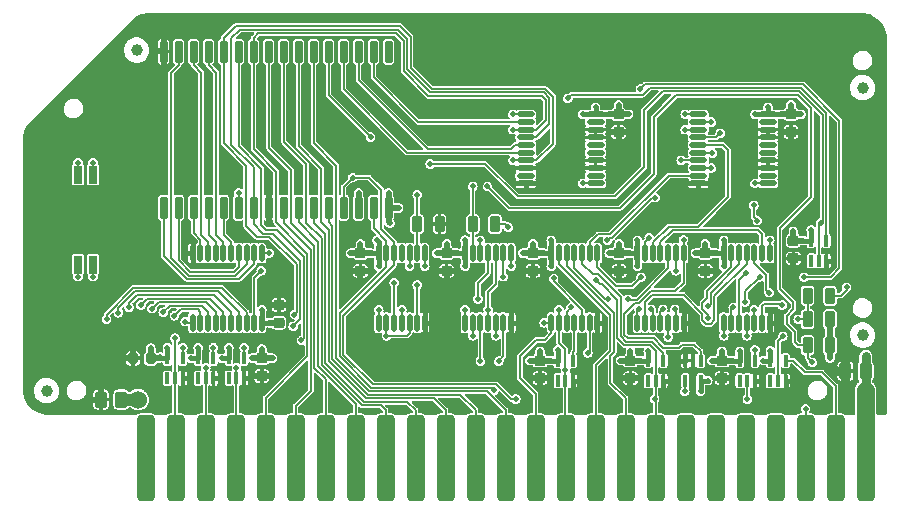
<source format=gtl>
G04 #@! TF.GenerationSoftware,KiCad,Pcbnew,(6.0.2-0)*
G04 #@! TF.CreationDate,2022-08-07T04:59:55-04:00*
G04 #@! TF.ProjectId,RAM128,52414d31-3238-42e6-9b69-6361645f7063,1.0*
G04 #@! TF.SameCoordinates,Original*
G04 #@! TF.FileFunction,Copper,L1,Top*
G04 #@! TF.FilePolarity,Positive*
%FSLAX46Y46*%
G04 Gerber Fmt 4.6, Leading zero omitted, Abs format (unit mm)*
G04 Created by KiCad (PCBNEW (6.0.2-0)) date 2022-08-07 04:59:55*
%MOMM*%
%LPD*%
G01*
G04 APERTURE LIST*
G04 Aperture macros list*
%AMRoundRect*
0 Rectangle with rounded corners*
0 $1 Rounding radius*
0 $2 $3 $4 $5 $6 $7 $8 $9 X,Y pos of 4 corners*
0 Add a 4 corners polygon primitive as box body*
4,1,4,$2,$3,$4,$5,$6,$7,$8,$9,$2,$3,0*
0 Add four circle primitives for the rounded corners*
1,1,$1+$1,$2,$3*
1,1,$1+$1,$4,$5*
1,1,$1+$1,$6,$7*
1,1,$1+$1,$8,$9*
0 Add four rect primitives between the rounded corners*
20,1,$1+$1,$2,$3,$4,$5,0*
20,1,$1+$1,$4,$5,$6,$7,0*
20,1,$1+$1,$6,$7,$8,$9,0*
20,1,$1+$1,$8,$9,$2,$3,0*%
G04 Aperture macros list end*
G04 #@! TA.AperFunction,SMDPad,CuDef*
%ADD10RoundRect,0.381000X0.381000X3.289000X-0.381000X3.289000X-0.381000X-3.289000X0.381000X-3.289000X0*%
G04 #@! TD*
G04 #@! TA.AperFunction,SMDPad,CuDef*
%ADD11RoundRect,0.262500X0.262500X0.437500X-0.262500X0.437500X-0.262500X-0.437500X0.262500X-0.437500X0*%
G04 #@! TD*
G04 #@! TA.AperFunction,SMDPad,CuDef*
%ADD12C,1.000000*%
G04 #@! TD*
G04 #@! TA.AperFunction,SMDPad,CuDef*
%ADD13RoundRect,0.212500X-0.262500X0.212500X-0.262500X-0.212500X0.262500X-0.212500X0.262500X0.212500X0*%
G04 #@! TD*
G04 #@! TA.AperFunction,SMDPad,CuDef*
%ADD14RoundRect,0.212500X0.212500X0.487500X-0.212500X0.487500X-0.212500X-0.487500X0.212500X-0.487500X0*%
G04 #@! TD*
G04 #@! TA.AperFunction,SMDPad,CuDef*
%ADD15RoundRect,0.100000X-0.100000X0.400000X-0.100000X-0.400000X0.100000X-0.400000X0.100000X0.400000X0*%
G04 #@! TD*
G04 #@! TA.AperFunction,SMDPad,CuDef*
%ADD16RoundRect,0.112500X-0.612500X-0.112500X0.612500X-0.112500X0.612500X0.112500X-0.612500X0.112500X0*%
G04 #@! TD*
G04 #@! TA.AperFunction,SMDPad,CuDef*
%ADD17RoundRect,0.100000X0.100000X-0.400000X0.100000X0.400000X-0.100000X0.400000X-0.100000X-0.400000X0*%
G04 #@! TD*
G04 #@! TA.AperFunction,SMDPad,CuDef*
%ADD18RoundRect,0.212500X0.212500X0.262500X-0.212500X0.262500X-0.212500X-0.262500X0.212500X-0.262500X0*%
G04 #@! TD*
G04 #@! TA.AperFunction,SMDPad,CuDef*
%ADD19RoundRect,0.112500X0.112500X-0.612500X0.112500X0.612500X-0.112500X0.612500X-0.112500X-0.612500X0*%
G04 #@! TD*
G04 #@! TA.AperFunction,SMDPad,CuDef*
%ADD20RoundRect,0.150000X-0.150000X0.802500X-0.150000X-0.802500X0.150000X-0.802500X0.150000X0.802500X0*%
G04 #@! TD*
G04 #@! TA.AperFunction,SMDPad,CuDef*
%ADD21RoundRect,0.212500X-0.212500X-0.487500X0.212500X-0.487500X0.212500X0.487500X-0.212500X0.487500X0*%
G04 #@! TD*
G04 #@! TA.AperFunction,SMDPad,CuDef*
%ADD22RoundRect,0.112500X-0.112500X0.612500X-0.112500X-0.612500X0.112500X-0.612500X0.112500X0.612500X0*%
G04 #@! TD*
G04 #@! TA.AperFunction,SMDPad,CuDef*
%ADD23RoundRect,0.212500X0.262500X-0.212500X0.262500X0.212500X-0.262500X0.212500X-0.262500X-0.212500X0*%
G04 #@! TD*
G04 #@! TA.AperFunction,SMDPad,CuDef*
%ADD24RoundRect,0.190000X0.190000X-0.572000X0.190000X0.572000X-0.190000X0.572000X-0.190000X-0.572000X0*%
G04 #@! TD*
G04 #@! TA.AperFunction,ViaPad*
%ADD25C,0.500000*%
G04 #@! TD*
G04 #@! TA.AperFunction,ViaPad*
%ADD26C,0.600000*%
G04 #@! TD*
G04 #@! TA.AperFunction,ViaPad*
%ADD27C,1.524000*%
G04 #@! TD*
G04 #@! TA.AperFunction,ViaPad*
%ADD28C,0.800000*%
G04 #@! TD*
G04 #@! TA.AperFunction,Conductor*
%ADD29C,0.500000*%
G04 #@! TD*
G04 #@! TA.AperFunction,Conductor*
%ADD30C,0.450000*%
G04 #@! TD*
G04 #@! TA.AperFunction,Conductor*
%ADD31C,0.400000*%
G04 #@! TD*
G04 #@! TA.AperFunction,Conductor*
%ADD32C,1.524000*%
G04 #@! TD*
G04 #@! TA.AperFunction,Conductor*
%ADD33C,0.762000*%
G04 #@! TD*
G04 #@! TA.AperFunction,Conductor*
%ADD34C,0.150000*%
G04 #@! TD*
G04 #@! TA.AperFunction,Conductor*
%ADD35C,1.000000*%
G04 #@! TD*
G04 APERTURE END LIST*
D10*
X76200000Y-135282000D03*
X78740000Y-135282000D03*
X81280000Y-135282000D03*
X83820000Y-135282000D03*
X86360000Y-135282000D03*
X88900000Y-135282000D03*
X91440000Y-135282000D03*
X93980000Y-135282000D03*
X96520000Y-135282000D03*
X99060000Y-135282000D03*
X101600000Y-135282000D03*
X104140000Y-135282000D03*
X106680000Y-135282000D03*
X109220000Y-135282000D03*
X111760000Y-135282000D03*
X114300000Y-135282000D03*
X116840000Y-135282000D03*
X119380000Y-135282000D03*
X121920000Y-135282000D03*
X124460000Y-135282000D03*
X127000000Y-135282000D03*
X129540000Y-135282000D03*
X132080000Y-135282000D03*
X134620000Y-135282000D03*
X137160000Y-135282000D03*
D11*
X137160000Y-127889000D03*
X135460000Y-127889000D03*
D12*
X136906000Y-103886000D03*
X136906000Y-124841000D03*
D13*
X109600000Y-127000000D03*
X109600000Y-128500000D03*
D14*
X134150000Y-123500000D03*
X132250000Y-123500000D03*
D15*
X123200000Y-127000000D03*
X122550000Y-127000000D03*
X121900000Y-127000000D03*
X121900000Y-128700000D03*
X123200000Y-128700000D03*
D16*
X123000000Y-106150000D03*
X123000000Y-106800000D03*
X123000000Y-107450000D03*
X123000000Y-108100000D03*
X123000000Y-108750000D03*
X123000000Y-109400000D03*
X123000000Y-110050000D03*
X123000000Y-110700000D03*
X123000000Y-111350000D03*
X123000000Y-112000000D03*
X128900000Y-112000000D03*
X128900000Y-111350000D03*
X128900000Y-110700000D03*
X128900000Y-110050000D03*
X128900000Y-109400000D03*
X128900000Y-108750000D03*
X128900000Y-108100000D03*
X128900000Y-107450000D03*
X128900000Y-106800000D03*
X128900000Y-106150000D03*
D17*
X126500000Y-128700000D03*
X127150000Y-128700000D03*
X127800000Y-128700000D03*
X127800000Y-127000000D03*
X126500000Y-127000000D03*
X78050000Y-128500000D03*
X78700000Y-128500000D03*
X79350000Y-128500000D03*
X79350000Y-126800000D03*
X78050000Y-126800000D03*
D13*
X117250000Y-127000000D03*
X117250000Y-128500000D03*
D17*
X111100000Y-128700000D03*
X111750000Y-128700000D03*
X112400000Y-128700000D03*
X112400000Y-127000000D03*
X111100000Y-127000000D03*
X118750000Y-128700000D03*
X119400000Y-128700000D03*
X120050000Y-128700000D03*
X120050000Y-127000000D03*
X118750000Y-127000000D03*
D18*
X76650000Y-126800000D03*
X75150000Y-126800000D03*
D17*
X129100000Y-128700000D03*
X129750000Y-128700000D03*
X130400000Y-128700000D03*
X130400000Y-127000000D03*
X129100000Y-127000000D03*
D19*
X95950000Y-123800000D03*
X96600000Y-123800000D03*
X97250000Y-123800000D03*
X97900000Y-123800000D03*
X98550000Y-123800000D03*
X99200000Y-123800000D03*
X99850000Y-123800000D03*
X99850000Y-117900000D03*
X99200000Y-117900000D03*
X98550000Y-117900000D03*
X97900000Y-117900000D03*
X97250000Y-117900000D03*
X96600000Y-117900000D03*
X95950000Y-117900000D03*
X125150000Y-123800000D03*
X125800000Y-123800000D03*
X126450000Y-123800000D03*
X127100000Y-123800000D03*
X127750000Y-123800000D03*
X128400000Y-123800000D03*
X129050000Y-123800000D03*
X129050000Y-117900000D03*
X128400000Y-117900000D03*
X127750000Y-117900000D03*
X127100000Y-117900000D03*
X126450000Y-117900000D03*
X125800000Y-117900000D03*
X125150000Y-117900000D03*
D13*
X116300000Y-117900000D03*
X116300000Y-119400000D03*
D19*
X117850000Y-123800000D03*
X118500000Y-123800000D03*
X119150000Y-123800000D03*
X119800000Y-123800000D03*
X120450000Y-123800000D03*
X121100000Y-123800000D03*
X121750000Y-123800000D03*
X121750000Y-117900000D03*
X121100000Y-117900000D03*
X120450000Y-117900000D03*
X119800000Y-117900000D03*
X119150000Y-117900000D03*
X118500000Y-117900000D03*
X117850000Y-117900000D03*
D13*
X94400000Y-117900000D03*
X94400000Y-119400000D03*
D19*
X110550000Y-123800000D03*
X111200000Y-123800000D03*
X111850000Y-123800000D03*
X112500000Y-123800000D03*
X113150000Y-123800000D03*
X113800000Y-123800000D03*
X114450000Y-123800000D03*
X114450000Y-117900000D03*
X113800000Y-117900000D03*
X113150000Y-117900000D03*
X112500000Y-117900000D03*
X111850000Y-117900000D03*
X111200000Y-117900000D03*
X110550000Y-117900000D03*
D13*
X101700000Y-117900000D03*
X101700000Y-119400000D03*
D19*
X103250000Y-123800000D03*
X103900000Y-123800000D03*
X104550000Y-123800000D03*
X105200000Y-123800000D03*
X105850000Y-123800000D03*
X106500000Y-123800000D03*
X107150000Y-123800000D03*
X107150000Y-117900000D03*
X106500000Y-117900000D03*
X105850000Y-117900000D03*
X105200000Y-117900000D03*
X104550000Y-117900000D03*
X103900000Y-117900000D03*
X103250000Y-117900000D03*
D13*
X123600000Y-117900000D03*
X123600000Y-119400000D03*
X109000000Y-117900000D03*
X109000000Y-119400000D03*
X125000000Y-127000000D03*
X125000000Y-128500000D03*
D20*
X96774000Y-114046000D03*
X95504000Y-114046000D03*
X94234000Y-114046000D03*
X92964000Y-114046000D03*
X91694000Y-114046000D03*
X90424000Y-114046000D03*
X89154000Y-114046000D03*
X87884000Y-114046000D03*
X86614000Y-114046000D03*
X85344000Y-114046000D03*
X84074000Y-114046000D03*
X82804000Y-114046000D03*
X81534000Y-114046000D03*
X80264000Y-114046000D03*
X78994000Y-114046000D03*
X77724000Y-114046000D03*
X77724000Y-100838000D03*
X78994000Y-100838000D03*
X80264000Y-100838000D03*
X81534000Y-100838000D03*
X82804000Y-100838000D03*
X84074000Y-100838000D03*
X85344000Y-100838000D03*
X86614000Y-100838000D03*
X87884000Y-100838000D03*
X89154000Y-100838000D03*
X90424000Y-100838000D03*
X91694000Y-100838000D03*
X92964000Y-100838000D03*
X94234000Y-100838000D03*
X95504000Y-100838000D03*
X96774000Y-100838000D03*
D21*
X99200000Y-115450000D03*
X101100000Y-115450000D03*
D16*
X108400000Y-106150000D03*
X108400000Y-106800000D03*
X108400000Y-107450000D03*
X108400000Y-108100000D03*
X108400000Y-108750000D03*
X108400000Y-109400000D03*
X108400000Y-110050000D03*
X108400000Y-110700000D03*
X108400000Y-111350000D03*
X108400000Y-112000000D03*
X114300000Y-112000000D03*
X114300000Y-111350000D03*
X114300000Y-110700000D03*
X114300000Y-110050000D03*
X114300000Y-109400000D03*
X114300000Y-108750000D03*
X114300000Y-108100000D03*
X114300000Y-107450000D03*
X114300000Y-106800000D03*
X114300000Y-106150000D03*
D13*
X116250000Y-106150000D03*
X116250000Y-107650000D03*
X130850000Y-106150000D03*
X130850000Y-107650000D03*
D12*
X67818000Y-129540000D03*
X75438000Y-100711000D03*
D22*
X86050000Y-117900000D03*
X85400000Y-117900000D03*
X84750000Y-117900000D03*
X84100000Y-117900000D03*
X83450000Y-117900000D03*
X82800000Y-117900000D03*
X82150000Y-117900000D03*
X81500000Y-117900000D03*
X80850000Y-117900000D03*
X80200000Y-117900000D03*
X80200000Y-123800000D03*
X80850000Y-123800000D03*
X81500000Y-123800000D03*
X82150000Y-123800000D03*
X82800000Y-123800000D03*
X83450000Y-123800000D03*
X84100000Y-123800000D03*
X84750000Y-123800000D03*
X85400000Y-123800000D03*
X86050000Y-123800000D03*
D11*
X74150000Y-130300000D03*
X72450000Y-130300000D03*
D17*
X80650000Y-128500000D03*
X81300000Y-128500000D03*
X81950000Y-128500000D03*
X81950000Y-126800000D03*
X80650000Y-126800000D03*
X83250000Y-128500000D03*
X83900000Y-128500000D03*
X84550000Y-128500000D03*
X84550000Y-126800000D03*
X83250000Y-126800000D03*
D13*
X86050000Y-126800000D03*
X86050000Y-128300000D03*
D23*
X87500000Y-123800000D03*
X87500000Y-122300000D03*
D17*
X132550000Y-118550000D03*
X133200000Y-118550000D03*
X133850000Y-118550000D03*
X133850000Y-116850000D03*
X132550000Y-116850000D03*
D13*
X131050000Y-116850000D03*
X131050000Y-118350000D03*
D14*
X134150000Y-125700000D03*
X132250000Y-125700000D03*
X105800000Y-115450000D03*
X103900000Y-115450000D03*
D21*
X132250000Y-121500000D03*
X134150000Y-121500000D03*
D24*
X70485000Y-118872000D03*
X71755000Y-118872000D03*
X71755000Y-111252000D03*
X70485000Y-111252000D03*
D25*
X116400000Y-127000000D03*
X117250000Y-126200000D03*
X109000000Y-117100000D03*
X108150000Y-117900000D03*
X109950000Y-117900000D03*
X103250000Y-119000000D03*
X103250000Y-116800000D03*
X101700000Y-117100000D03*
X110550000Y-119000000D03*
X100850000Y-117900000D03*
X110550000Y-116800000D03*
X102650000Y-117900000D03*
X95950000Y-119000000D03*
X94400000Y-117100000D03*
X125150000Y-116800000D03*
X115450000Y-117900000D03*
X123600000Y-117100000D03*
X116300000Y-117100000D03*
X93550000Y-117900000D03*
X95350000Y-117900000D03*
X117850000Y-119000000D03*
X117850000Y-116800000D03*
X117250000Y-117900000D03*
X125150000Y-119000000D03*
X122750000Y-117900000D03*
X124550000Y-117900000D03*
X97627000Y-114077000D03*
X94234000Y-112776000D03*
X96774000Y-112776000D03*
X115400000Y-106150000D03*
X116250000Y-105350000D03*
X113200000Y-106150000D03*
X117100000Y-106150000D03*
X114300000Y-105550000D03*
X128900000Y-105550000D03*
X131700000Y-106150000D03*
X127800000Y-106150000D03*
X130850000Y-105350000D03*
X130000000Y-106150000D03*
X86050000Y-122700000D03*
X86650000Y-123800000D03*
X85200000Y-126800000D03*
X86950000Y-126800000D03*
X86050000Y-126000000D03*
X80050000Y-126800000D03*
X80650000Y-125900000D03*
X82650000Y-126800000D03*
X126500000Y-126200000D03*
X76650000Y-125950000D03*
X123800000Y-128700000D03*
D26*
X137160000Y-126619000D03*
D25*
X83250000Y-125900000D03*
X106900000Y-115700000D03*
X95800000Y-116800000D03*
X125000000Y-126200000D03*
X108750000Y-127000000D03*
X118750000Y-126200000D03*
X111100000Y-126100000D03*
X134150000Y-126800000D03*
X109600000Y-126200000D03*
X124150000Y-127000000D03*
X131900000Y-116850000D03*
X123200000Y-129600000D03*
X128500000Y-127000000D03*
X96901000Y-115379500D03*
X129100000Y-126150000D03*
X110500000Y-127000000D03*
X131050000Y-116050000D03*
X118150000Y-127000000D03*
X132550000Y-115950000D03*
D27*
X137160000Y-129540000D03*
D25*
X77450000Y-126700000D03*
X125900000Y-127000000D03*
X78050000Y-125900000D03*
X87630000Y-131318000D03*
X97790000Y-131318000D03*
X107950000Y-131318000D03*
X105410000Y-131318000D03*
X110490000Y-131318000D03*
X113030000Y-131318000D03*
X115570000Y-131318000D03*
X118110000Y-131318000D03*
X100330000Y-131318000D03*
X95250000Y-131318000D03*
X92710000Y-131318000D03*
X90170000Y-131318000D03*
X80010000Y-131318000D03*
X82550000Y-131318000D03*
X102870000Y-131318000D03*
X123190000Y-131318000D03*
X135890000Y-131318000D03*
X133350000Y-131318000D03*
X130810000Y-131318000D03*
X128270000Y-131318000D03*
X125730000Y-131318000D03*
X120650000Y-131318000D03*
X138684000Y-131318000D03*
X133223000Y-97790000D03*
X123063000Y-97790000D03*
X128143000Y-97790000D03*
X97663000Y-97790000D03*
X102743000Y-97790000D03*
X107823000Y-97790000D03*
X87503000Y-97790000D03*
X92583000Y-97790000D03*
X117983000Y-97790000D03*
X138557000Y-99187000D03*
X112903000Y-97790000D03*
X75692000Y-98044000D03*
X77470000Y-131318000D03*
X67437000Y-131191000D03*
X66040000Y-122682000D03*
X74930000Y-131318000D03*
X82423000Y-97790000D03*
X69342000Y-104394000D03*
X72644000Y-101092000D03*
X85090000Y-131318000D03*
X137287000Y-97917000D03*
X66294000Y-107442000D03*
X121900000Y-112000000D03*
X123000000Y-112600000D03*
X124100000Y-112000000D03*
X118100000Y-128500000D03*
X116400000Y-128500000D03*
X117250000Y-129300000D03*
X75150000Y-125950000D03*
X100850000Y-119400000D03*
X107150000Y-124900000D03*
X107750000Y-123800000D03*
X107150000Y-122700000D03*
X93550000Y-119400000D03*
X94400000Y-120200000D03*
X99850000Y-124900000D03*
X100450000Y-123800000D03*
X95250000Y-119400000D03*
X99850000Y-122700000D03*
X115450000Y-119400000D03*
X129650000Y-123800000D03*
X122750000Y-119400000D03*
X129050000Y-122700000D03*
X124450000Y-119400000D03*
X116300000Y-120200000D03*
X122350000Y-123800000D03*
X117150000Y-119400000D03*
X121750000Y-122700000D03*
X108150000Y-119400000D03*
X109000000Y-120200000D03*
X109850000Y-119400000D03*
X101700000Y-120200000D03*
X102550000Y-119400000D03*
X110350000Y-126100000D03*
X77724000Y-102108000D03*
X77025500Y-100774500D03*
X77724000Y-99441000D03*
X86614000Y-112776000D03*
X86614000Y-115443000D03*
X112000000Y-125600000D03*
X115050000Y-127350000D03*
X118000000Y-126200000D03*
X126150000Y-125100000D03*
X77343000Y-97790000D03*
X69850000Y-131318000D03*
X109600000Y-106450000D03*
X115400000Y-107650000D03*
X109500000Y-112000000D03*
X117100000Y-107650000D03*
X107300000Y-112000000D03*
X108400000Y-112600000D03*
X116250000Y-108450000D03*
X106150000Y-108600000D03*
X130850000Y-108450000D03*
X131700000Y-107650000D03*
X130000000Y-107650000D03*
X80200000Y-119000000D03*
X79600000Y-117900000D03*
X80200000Y-116800000D03*
X86900000Y-128300000D03*
X82550000Y-128500000D03*
X79950000Y-128500000D03*
X85150000Y-128500000D03*
X104000000Y-105900000D03*
X101250000Y-107700000D03*
X97550000Y-103550000D03*
X127050000Y-109450000D03*
X76200000Y-107442000D03*
X92850000Y-122050000D03*
X88500000Y-119100000D03*
X82700000Y-109250000D03*
X84850000Y-108900000D03*
X86550000Y-109600000D03*
X92900000Y-108500000D03*
X124500000Y-114850000D03*
X121350000Y-114700000D03*
X107950000Y-113600000D03*
X81350000Y-125100000D03*
X124850000Y-122400000D03*
X120200000Y-104700000D03*
X119100000Y-104400000D03*
X121300000Y-105000000D03*
X110200000Y-107900000D03*
X66167000Y-129921000D03*
X66040000Y-117602000D03*
X66040000Y-112522000D03*
X66040000Y-127762000D03*
X138684000Y-104267000D03*
X138684000Y-109347000D03*
X138684000Y-114427000D03*
X138684000Y-119507000D03*
X138684000Y-124587000D03*
X138684000Y-129667000D03*
X68580000Y-125222000D03*
X68453000Y-115062000D03*
X68580000Y-109982000D03*
X68580000Y-120142000D03*
X71120000Y-122682000D03*
X71120000Y-127762000D03*
X73660000Y-120142000D03*
X73660000Y-109982000D03*
X73787000Y-115062000D03*
X76200000Y-112522000D03*
X76200000Y-117602000D03*
X73660000Y-104902000D03*
X76200000Y-102362000D03*
X133050000Y-106400000D03*
X134350000Y-106800000D03*
X118500000Y-112650000D03*
X117650000Y-112100000D03*
X136144000Y-111887000D03*
X136144000Y-116967000D03*
X99822000Y-127127000D03*
X94869000Y-126365000D03*
X104750000Y-110850000D03*
X89662000Y-127635000D03*
X89400000Y-126450000D03*
X86650000Y-122300000D03*
X114300000Y-124900000D03*
X121300000Y-127000000D03*
X125000000Y-129300000D03*
X130250000Y-129600000D03*
X133850000Y-119450000D03*
X114400000Y-122700000D03*
X120650000Y-128700000D03*
X74350000Y-126600000D03*
X72450000Y-129200000D03*
X71550000Y-130300000D03*
D28*
X135763000Y-129159000D03*
D25*
X125850000Y-128650000D03*
D28*
X134366000Y-127635000D03*
D25*
X108750000Y-128500000D03*
X128950000Y-124850000D03*
X131050000Y-119150000D03*
X131900000Y-118350000D03*
X101100000Y-116550000D03*
X120967500Y-120459500D03*
X128400000Y-128700000D03*
X120100000Y-129600000D03*
X134450000Y-118550000D03*
X113000000Y-128700000D03*
X121900000Y-126150000D03*
X115050000Y-123800000D03*
X109600000Y-129300000D03*
X88350000Y-122200000D03*
X121550000Y-124850000D03*
X110450000Y-128500000D03*
X112400000Y-129600000D03*
X131000000Y-128700000D03*
D28*
X135509000Y-126619000D03*
D25*
X79550000Y-123700000D03*
X78650000Y-123200000D03*
X107300000Y-107450000D03*
X121900000Y-107450000D03*
X83900000Y-127600000D03*
X97900000Y-122700000D03*
X89400000Y-125300000D03*
X81300000Y-127600000D03*
X105850000Y-124900000D03*
X88700000Y-124100000D03*
X107300000Y-110050000D03*
X121550000Y-110050000D03*
X105200000Y-122700000D03*
X78700000Y-125100000D03*
X88800000Y-123100000D03*
X73900000Y-122950000D03*
X77700000Y-122900000D03*
X72900000Y-123500000D03*
X74800000Y-122500000D03*
X75800000Y-122300000D03*
X76750000Y-122600000D03*
D27*
X75565000Y-130302000D03*
D25*
X109950000Y-123800000D03*
X123850000Y-123400000D03*
X105700000Y-129500000D03*
X123850000Y-122400000D03*
X111200000Y-122700000D03*
X111750000Y-127800000D03*
X107300000Y-106150000D03*
X121900000Y-106150000D03*
X131450000Y-123500000D03*
X120450000Y-125000000D03*
X96600000Y-124900000D03*
X132080000Y-131064000D03*
X132650000Y-127150000D03*
X127150000Y-130250000D03*
X70485000Y-110236000D03*
X105150000Y-112250000D03*
X84074000Y-112776000D03*
X86000000Y-119400000D03*
X111950000Y-104800000D03*
X130100000Y-122300000D03*
X118100000Y-104000000D03*
X95250000Y-108077000D03*
X131950000Y-119950000D03*
X119350000Y-113200000D03*
X124100000Y-106800000D03*
X115300000Y-116800000D03*
X110750000Y-120050000D03*
X124200000Y-109450000D03*
X106500000Y-119900000D03*
X107150000Y-119000000D03*
X124100000Y-110700000D03*
X127050000Y-119550000D03*
X124850000Y-107750000D03*
X104550000Y-127050000D03*
X125150000Y-124900000D03*
X125950000Y-122500000D03*
X106100000Y-127050000D03*
X113650000Y-126350000D03*
X127100000Y-124900000D03*
X127750000Y-122700000D03*
X112200000Y-122500000D03*
X118150000Y-119950000D03*
X129000000Y-121250000D03*
X129050000Y-116800000D03*
X121100000Y-119400000D03*
X121750000Y-116750000D03*
X104550000Y-116800000D03*
X127700000Y-113850000D03*
X128000000Y-115150000D03*
X99200000Y-120600000D03*
X127800000Y-112000000D03*
X113200000Y-112000000D03*
X97250000Y-120400000D03*
X93726000Y-111506000D03*
X86650000Y-117900000D03*
X119300000Y-130250000D03*
X114300000Y-120200000D03*
X107550000Y-130250000D03*
X118850000Y-116600000D03*
X127800000Y-126100000D03*
X98550000Y-119000000D03*
X115350000Y-121800000D03*
X118000000Y-122650000D03*
X119000000Y-122650000D03*
X117050000Y-121800000D03*
X71755000Y-119888000D03*
X99200000Y-112950000D03*
X103900000Y-112250000D03*
X70485000Y-119888000D03*
X104350000Y-121800000D03*
X120000000Y-122650000D03*
X128200000Y-119900000D03*
X133350000Y-115350000D03*
X126950000Y-122050000D03*
X121000000Y-122650000D03*
X71755000Y-110236000D03*
X100300000Y-110350000D03*
X81950000Y-125900000D03*
X103900000Y-124900000D03*
X79350000Y-125900000D03*
X103250000Y-122700000D03*
X130150000Y-124950000D03*
X99850000Y-119000000D03*
X121850000Y-129600000D03*
X135550000Y-120800000D03*
X84550000Y-125900000D03*
X95950000Y-122700000D03*
D29*
X117250000Y-127000000D02*
X118150000Y-127000000D01*
X117250000Y-127000000D02*
X117250000Y-126200000D01*
X117250000Y-127000000D02*
X116400000Y-127000000D01*
D30*
X103250000Y-117900000D02*
X102650000Y-117900000D01*
X110550000Y-117900000D02*
X110550000Y-116800000D01*
X110550000Y-117900000D02*
X109950000Y-117900000D01*
X103250000Y-117900000D02*
X103250000Y-119000000D01*
X110550000Y-117900000D02*
X110550000Y-119000000D01*
D29*
X101700000Y-117900000D02*
X102650000Y-117900000D01*
X101700000Y-117900000D02*
X101700000Y-117100000D01*
D30*
X103250000Y-117900000D02*
X103250000Y-116800000D01*
D29*
X101700000Y-117900000D02*
X100850000Y-117900000D01*
X109000000Y-117900000D02*
X108150000Y-117900000D01*
X109000000Y-117900000D02*
X109000000Y-117100000D01*
X109000000Y-117900000D02*
X109950000Y-117900000D01*
D30*
X95950000Y-117900000D02*
X95950000Y-119000000D01*
D29*
X94400000Y-117900000D02*
X94400000Y-117100000D01*
X94400000Y-117900000D02*
X93550000Y-117900000D01*
X94400000Y-117900000D02*
X95350000Y-117900000D01*
D30*
X117850000Y-117900000D02*
X117850000Y-116800000D01*
D29*
X116300000Y-117900000D02*
X116300000Y-117100000D01*
X123600000Y-117900000D02*
X124550000Y-117900000D01*
X116300000Y-117900000D02*
X115450000Y-117900000D01*
D30*
X95950000Y-117900000D02*
X95350000Y-117900000D01*
D29*
X116300000Y-117900000D02*
X117250000Y-117900000D01*
D30*
X117850000Y-117900000D02*
X117850000Y-119000000D01*
X125150000Y-117900000D02*
X124550000Y-117900000D01*
X125150000Y-117900000D02*
X125150000Y-116800000D01*
X117850000Y-117900000D02*
X117250000Y-117900000D01*
D29*
X123600000Y-117900000D02*
X123600000Y-117100000D01*
X123600000Y-117900000D02*
X122750000Y-117900000D01*
D30*
X125150000Y-117900000D02*
X125150000Y-119000000D01*
D29*
X97627000Y-114077000D02*
X97612000Y-114092000D01*
X97612000Y-114092000D02*
X96774000Y-114092000D01*
X94234000Y-114092000D02*
X94234000Y-112776000D01*
X96774000Y-114092000D02*
X96774000Y-112776000D01*
D30*
X114300000Y-106150000D02*
X115400000Y-106150000D01*
D29*
X116250000Y-106150000D02*
X116250000Y-105350000D01*
D30*
X114300000Y-106150000D02*
X113200000Y-106150000D01*
D29*
X116250000Y-106150000D02*
X115400000Y-106150000D01*
D30*
X114300000Y-106150000D02*
X114300000Y-105550000D01*
D29*
X116250000Y-106150000D02*
X117100000Y-106150000D01*
X130850000Y-106150000D02*
X131700000Y-106150000D01*
D30*
X128900000Y-106150000D02*
X128900000Y-105550000D01*
D29*
X130850000Y-106150000D02*
X130000000Y-106150000D01*
D30*
X128900000Y-106150000D02*
X127800000Y-106150000D01*
D29*
X130850000Y-106150000D02*
X130850000Y-105350000D01*
D30*
X128900000Y-106150000D02*
X130000000Y-106150000D01*
X86050000Y-123800000D02*
X86050000Y-122700000D01*
X86050000Y-123800000D02*
X86650000Y-123800000D01*
D29*
X86050000Y-126800000D02*
X85200000Y-126800000D01*
X86050000Y-126800000D02*
X86050000Y-126000000D01*
X86050000Y-126800000D02*
X86950000Y-126800000D01*
D31*
X83250000Y-126800000D02*
X82650000Y-126800000D01*
X80650000Y-126800000D02*
X80050000Y-126800000D01*
X80650000Y-126800000D02*
X80650000Y-125900000D01*
D29*
X109600000Y-127000000D02*
X110500000Y-127000000D01*
D31*
X83250000Y-126800000D02*
X83250000Y-125900000D01*
D30*
X95950000Y-116950000D02*
X95950000Y-117900000D01*
D29*
X131050000Y-116850000D02*
X131050000Y-116050000D01*
X96774000Y-115252500D02*
X96774000Y-114092000D01*
X125000000Y-127000000D02*
X124150000Y-127000000D01*
D31*
X111100000Y-127000000D02*
X110500000Y-127000000D01*
D29*
X125000000Y-127000000D02*
X125000000Y-126200000D01*
D32*
X137160000Y-135382000D02*
X137160000Y-129540000D01*
D31*
X129100000Y-127000000D02*
X128500000Y-127000000D01*
D29*
X76650000Y-126800000D02*
X76650000Y-125950000D01*
D31*
X118750000Y-127000000D02*
X118750000Y-126200000D01*
D29*
X125000000Y-127000000D02*
X125900000Y-127000000D01*
X109600000Y-127000000D02*
X109600000Y-126200000D01*
D31*
X78050000Y-126800000D02*
X77550000Y-126800000D01*
X123200000Y-128700000D02*
X123200000Y-129600000D01*
X132550000Y-116850000D02*
X131900000Y-116850000D01*
X111100000Y-127000000D02*
X111100000Y-126100000D01*
D30*
X95800000Y-116800000D02*
X95950000Y-116950000D01*
D29*
X87500000Y-123800000D02*
X86650000Y-123800000D01*
D33*
X137160000Y-127889000D02*
X137160000Y-126619000D01*
D29*
X134150000Y-125700000D02*
X134150000Y-126800000D01*
D31*
X123200000Y-128700000D02*
X123800000Y-128700000D01*
X77550000Y-126800000D02*
X77450000Y-126700000D01*
D29*
X109600000Y-127000000D02*
X108750000Y-127000000D01*
X131050000Y-116850000D02*
X131900000Y-116850000D01*
D31*
X132550000Y-116850000D02*
X132550000Y-115950000D01*
X129100000Y-127000000D02*
X129100000Y-126150000D01*
D29*
X77350000Y-126800000D02*
X77450000Y-126700000D01*
D33*
X137160000Y-127889000D02*
X137160000Y-129540000D01*
D29*
X134150000Y-123500000D02*
X134150000Y-125700000D01*
D31*
X118750000Y-127000000D02*
X118150000Y-127000000D01*
D34*
X106650000Y-115450000D02*
X105800000Y-115450000D01*
D29*
X76650000Y-126800000D02*
X77350000Y-126800000D01*
D31*
X126500000Y-127000000D02*
X125900000Y-127000000D01*
D29*
X96901000Y-115379500D02*
X96774000Y-115252500D01*
D31*
X78050000Y-126800000D02*
X78050000Y-125900000D01*
X126500000Y-127000000D02*
X126500000Y-126200000D01*
D34*
X106900000Y-115700000D02*
X106650000Y-115450000D01*
D30*
X123000000Y-112000000D02*
X121900000Y-112000000D01*
X123000000Y-112000000D02*
X123000000Y-112600000D01*
X123000000Y-112000000D02*
X124100000Y-112000000D01*
D29*
X117250000Y-128500000D02*
X118100000Y-128500000D01*
X117250000Y-128500000D02*
X116400000Y-128500000D01*
X117250000Y-128500000D02*
X117250000Y-129300000D01*
X75150000Y-126800000D02*
X75150000Y-125950000D01*
D30*
X107150000Y-123800000D02*
X107150000Y-122700000D01*
X107150000Y-123800000D02*
X107150000Y-124900000D01*
X107150000Y-123800000D02*
X107750000Y-123800000D01*
D29*
X94400000Y-119400000D02*
X93550000Y-119400000D01*
X94400000Y-119400000D02*
X94400000Y-120200000D01*
D30*
X99850000Y-123800000D02*
X100450000Y-123800000D01*
D29*
X94400000Y-119400000D02*
X95250000Y-119400000D01*
D30*
X99850000Y-123800000D02*
X99850000Y-122700000D01*
X99850000Y-123800000D02*
X99850000Y-124900000D01*
D29*
X116300000Y-119400000D02*
X115450000Y-119400000D01*
D30*
X129050000Y-123800000D02*
X129050000Y-122700000D01*
D29*
X123600000Y-119400000D02*
X124450000Y-119400000D01*
D30*
X129050000Y-123800000D02*
X129650000Y-123800000D01*
D29*
X123600000Y-119400000D02*
X122750000Y-119400000D01*
X116300000Y-119400000D02*
X116300000Y-120200000D01*
D30*
X121750000Y-123800000D02*
X122350000Y-123800000D01*
D29*
X116300000Y-119400000D02*
X117150000Y-119400000D01*
D30*
X121750000Y-123800000D02*
X121750000Y-122700000D01*
D29*
X109000000Y-119400000D02*
X108150000Y-119400000D01*
X109000000Y-119400000D02*
X109000000Y-120200000D01*
X109000000Y-119400000D02*
X109850000Y-119400000D01*
X101700000Y-119400000D02*
X101700000Y-120200000D01*
X101700000Y-119400000D02*
X102550000Y-119400000D01*
X101700000Y-119400000D02*
X100850000Y-119400000D01*
X77724000Y-100792000D02*
X77724000Y-102108000D01*
X77724000Y-100792000D02*
X77043000Y-100792000D01*
X77043000Y-100792000D02*
X77025500Y-100774500D01*
X77724000Y-100792000D02*
X77724000Y-99441000D01*
X86614000Y-114092000D02*
X86614000Y-112776000D01*
X86614000Y-114092000D02*
X86614000Y-115443000D01*
D30*
X108400000Y-112000000D02*
X109500000Y-112000000D01*
X108400000Y-112000000D02*
X107300000Y-112000000D01*
X108400000Y-112000000D02*
X108400000Y-112600000D01*
D29*
X116250000Y-107650000D02*
X116250000Y-108450000D01*
X116250000Y-107650000D02*
X117100000Y-107650000D01*
X116250000Y-107650000D02*
X115400000Y-107650000D01*
X130850000Y-107650000D02*
X130000000Y-107650000D01*
X130850000Y-107650000D02*
X131700000Y-107650000D01*
X130850000Y-107650000D02*
X130850000Y-108450000D01*
D30*
X80200000Y-117900000D02*
X80200000Y-119000000D01*
X80200000Y-117900000D02*
X79600000Y-117900000D01*
X80200000Y-117900000D02*
X80200000Y-116800000D01*
D29*
X85350000Y-128300000D02*
X85150000Y-128500000D01*
X86050000Y-128300000D02*
X85350000Y-128300000D01*
X86050000Y-128300000D02*
X86900000Y-128300000D01*
D31*
X81950000Y-128500000D02*
X82550000Y-128500000D01*
X84550000Y-128500000D02*
X85150000Y-128500000D01*
D29*
X109600000Y-128500000D02*
X108750000Y-128500000D01*
D30*
X121750000Y-124650000D02*
X121750000Y-123800000D01*
D31*
X130250000Y-129600000D02*
X130400000Y-129450000D01*
X79350000Y-128500000D02*
X79950000Y-128500000D01*
X120050000Y-128700000D02*
X120050000Y-129550000D01*
D33*
X135460000Y-126668000D02*
X135509000Y-126619000D01*
D30*
X114450000Y-122750000D02*
X114400000Y-122700000D01*
X129050000Y-124750000D02*
X129050000Y-123800000D01*
D31*
X133850000Y-118550000D02*
X133850000Y-119450000D01*
D29*
X72450000Y-130300000D02*
X71550000Y-130300000D01*
X109600000Y-128500000D02*
X109600000Y-129300000D01*
D31*
X127800000Y-128700000D02*
X128400000Y-128700000D01*
D29*
X87500000Y-122300000D02*
X86650000Y-122300000D01*
X74350000Y-126800000D02*
X75150000Y-126800000D01*
X131050000Y-118350000D02*
X131050000Y-119150000D01*
X74350000Y-126600000D02*
X74350000Y-126800000D01*
D31*
X125000000Y-128500000D02*
X124375000Y-128500000D01*
D29*
X125000000Y-128500000D02*
X125000000Y-129300000D01*
D33*
X135763000Y-129159000D02*
X135460000Y-128856000D01*
D29*
X125700000Y-128500000D02*
X125850000Y-128650000D01*
X88250000Y-122300000D02*
X87500000Y-122300000D01*
D33*
X135460000Y-128856000D02*
X135460000Y-127889000D01*
D31*
X121900000Y-127000000D02*
X121900000Y-126150000D01*
D29*
X125000000Y-128500000D02*
X125700000Y-128500000D01*
D34*
X101100000Y-115450000D02*
X101100000Y-116550000D01*
D30*
X114450000Y-124750000D02*
X114300000Y-124900000D01*
X114450000Y-123800000D02*
X114450000Y-122750000D01*
D31*
X130400000Y-128700000D02*
X131000000Y-128700000D01*
D29*
X72450000Y-130300000D02*
X72450000Y-129200000D01*
D31*
X120050000Y-129550000D02*
X120100000Y-129600000D01*
D30*
X128950000Y-124850000D02*
X129050000Y-124750000D01*
X114450000Y-123800000D02*
X114450000Y-124750000D01*
X121550000Y-124850000D02*
X121750000Y-124650000D01*
D29*
X88350000Y-122200000D02*
X88250000Y-122300000D01*
D33*
X135460000Y-127889000D02*
X135460000Y-126668000D01*
D31*
X120050000Y-128700000D02*
X120650000Y-128700000D01*
D29*
X131050000Y-118350000D02*
X131900000Y-118350000D01*
D31*
X112400000Y-128700000D02*
X113000000Y-128700000D01*
X121900000Y-127000000D02*
X121300000Y-127000000D01*
X130400000Y-129450000D02*
X130400000Y-128700000D01*
D33*
X134620000Y-127889000D02*
X134366000Y-127635000D01*
D31*
X112400000Y-128700000D02*
X112400000Y-129600000D01*
X133850000Y-118550000D02*
X134450000Y-118550000D01*
D30*
X115050000Y-123800000D02*
X114450000Y-123800000D01*
D29*
X109600000Y-128500000D02*
X110450000Y-128500000D01*
D33*
X135460000Y-127889000D02*
X134620000Y-127889000D01*
D34*
X87884000Y-114092000D02*
X87884000Y-115334000D01*
X88900000Y-130850000D02*
X88900000Y-135282000D01*
X90200000Y-129550000D02*
X88900000Y-130850000D01*
X87884000Y-115334000D02*
X90200000Y-117650000D01*
X90200000Y-117650000D02*
X90200000Y-129550000D01*
X79650000Y-123800000D02*
X79550000Y-123700000D01*
X80200000Y-123800000D02*
X79650000Y-123800000D01*
X80850000Y-122900000D02*
X80850000Y-123800000D01*
X80600000Y-122650000D02*
X80850000Y-122900000D01*
X79200000Y-122650000D02*
X80600000Y-122650000D01*
X78650000Y-123200000D02*
X79200000Y-122650000D01*
X99060000Y-131191000D02*
X99060000Y-135282000D01*
X98369000Y-130500000D02*
X99060000Y-131191000D01*
X90424000Y-115324000D02*
X91400000Y-116300000D01*
X91400000Y-116300000D02*
X91400000Y-127200000D01*
X90424000Y-114092000D02*
X90424000Y-115324000D01*
X91400000Y-127200000D02*
X94700000Y-130500000D01*
X94700000Y-130500000D02*
X98369000Y-130500000D01*
X91100000Y-116650000D02*
X89789000Y-115339000D01*
X89789000Y-110363000D02*
X87884000Y-108458000D01*
X96129000Y-130800000D02*
X94550000Y-130800000D01*
X96520000Y-135282000D02*
X96520000Y-131191000D01*
X87884000Y-108458000D02*
X87884000Y-100792000D01*
X91100000Y-127350000D02*
X91100000Y-116650000D01*
X94550000Y-130800000D02*
X91100000Y-127350000D01*
X96520000Y-131191000D02*
X96129000Y-130800000D01*
X89789000Y-115339000D02*
X89789000Y-110363000D01*
X90800000Y-127500000D02*
X93980000Y-130680000D01*
X93980000Y-130680000D02*
X93980000Y-135282000D01*
X90800000Y-116950000D02*
X90800000Y-127500000D01*
X89154000Y-115304000D02*
X90800000Y-116950000D01*
X89154000Y-114092000D02*
X89154000Y-115304000D01*
X91440000Y-128590000D02*
X90500000Y-127650000D01*
X90500000Y-127650000D02*
X90500000Y-117300000D01*
X88519000Y-115319000D02*
X88519000Y-110871000D01*
X91440000Y-135282000D02*
X91440000Y-128590000D01*
X86614000Y-108966000D02*
X86614000Y-100792000D01*
X90500000Y-117300000D02*
X88519000Y-115319000D01*
X88519000Y-110871000D02*
X86614000Y-108966000D01*
X108400000Y-107450000D02*
X107300000Y-107450000D01*
X97406000Y-99277000D02*
X98050000Y-99921000D01*
X87249000Y-110998000D02*
X87249000Y-115299000D01*
X110100000Y-106650000D02*
X109300000Y-107450000D01*
X85344000Y-99695000D02*
X85762000Y-99277000D01*
X87249000Y-115299000D02*
X89900000Y-117950000D01*
X89900000Y-126650000D02*
X86360000Y-130190000D01*
X85344000Y-100792000D02*
X85344000Y-109093000D01*
X98050000Y-99921000D02*
X98050000Y-102500000D01*
X109750000Y-104600000D02*
X110100000Y-104950000D01*
X110100000Y-104950000D02*
X110100000Y-106650000D01*
X100150000Y-104600000D02*
X109750000Y-104600000D01*
X89900000Y-117950000D02*
X89900000Y-126650000D01*
X109300000Y-107450000D02*
X108400000Y-107450000D01*
X85344000Y-109093000D02*
X87249000Y-110998000D01*
X86360000Y-130190000D02*
X86360000Y-135282000D01*
X85762000Y-99277000D02*
X97406000Y-99277000D01*
X98050000Y-102500000D02*
X100150000Y-104600000D01*
X85344000Y-100792000D02*
X85344000Y-99695000D01*
X121900000Y-107450000D02*
X123000000Y-107450000D01*
X83900000Y-128500000D02*
X83900000Y-127600000D01*
X83900000Y-127900000D02*
X83900000Y-135202000D01*
X85979000Y-110744000D02*
X84074000Y-108839000D01*
X86400000Y-115942000D02*
X85979000Y-115521000D01*
X83900000Y-135202000D02*
X83820000Y-135282000D01*
X87304500Y-115942000D02*
X86400000Y-115942000D01*
X85979000Y-115521000D02*
X85979000Y-110744000D01*
X89600000Y-118237500D02*
X87304500Y-115942000D01*
X89600000Y-125100000D02*
X89600000Y-118237500D01*
X84074000Y-108839000D02*
X84074000Y-100792000D01*
X89400000Y-125300000D02*
X89600000Y-125100000D01*
X97900000Y-123800000D02*
X97900000Y-122700000D01*
X81300000Y-127900000D02*
X81300000Y-135262000D01*
X81300000Y-127650000D02*
X81300000Y-127600000D01*
X81300000Y-128500000D02*
X81300000Y-127650000D01*
X86143000Y-116242000D02*
X85344000Y-115443000D01*
X83439000Y-99695000D02*
X83439000Y-108712000D01*
X88700000Y-124100000D02*
X89300000Y-123500000D01*
X86992000Y-116242000D02*
X86143000Y-116242000D01*
X84157000Y-98977000D02*
X83439000Y-99695000D01*
X89300000Y-118550000D02*
X86992000Y-116242000D01*
X108400000Y-108100000D02*
X109300000Y-108100000D01*
X98350000Y-99771000D02*
X97556000Y-98977000D01*
X89300000Y-123500000D02*
X89300000Y-118550000D01*
X98350000Y-102350000D02*
X98350000Y-99771000D01*
X110400000Y-104800000D02*
X109900000Y-104300000D01*
X105850000Y-124900000D02*
X105850000Y-123800000D01*
X97556000Y-98977000D02*
X84157000Y-98977000D01*
X109300000Y-108100000D02*
X110400000Y-107000000D01*
X109900000Y-104300000D02*
X100300000Y-104300000D01*
X110400000Y-107000000D02*
X110400000Y-104800000D01*
X83439000Y-108712000D02*
X85344000Y-110617000D01*
X85344000Y-115443000D02*
X85344000Y-114092000D01*
X100300000Y-104300000D02*
X98350000Y-102350000D01*
X81300000Y-135262000D02*
X81280000Y-135282000D01*
X85344000Y-110617000D02*
X85344000Y-114092000D01*
X108400000Y-110050000D02*
X107300000Y-110050000D01*
X84709000Y-110490000D02*
X82804000Y-108585000D01*
X78700000Y-127900000D02*
X78700000Y-135242000D01*
X98650000Y-99600000D02*
X98650000Y-102200000D01*
X123000000Y-110050000D02*
X121550000Y-110050000D01*
X84709000Y-115601000D02*
X84709000Y-110490000D01*
X105850000Y-120550000D02*
X105200000Y-121200000D01*
X105850000Y-117900000D02*
X105850000Y-120550000D01*
X105200000Y-121200000D02*
X105200000Y-122700000D01*
X110050000Y-104000000D02*
X110700000Y-104650000D01*
X85650000Y-116542000D02*
X84709000Y-115601000D01*
X82804000Y-100792000D02*
X82804000Y-99695000D01*
X100450000Y-104000000D02*
X110050000Y-104000000D01*
X78700000Y-135242000D02*
X78740000Y-135282000D01*
X78700000Y-128500000D02*
X78700000Y-125100000D01*
X83822000Y-98677000D02*
X97727000Y-98677000D01*
X86692000Y-116542000D02*
X85650000Y-116542000D01*
X97727000Y-98677000D02*
X98650000Y-99600000D01*
X89000000Y-118850000D02*
X86692000Y-116542000D01*
X82804000Y-99695000D02*
X83822000Y-98677000D01*
X105200000Y-122700000D02*
X105200000Y-123800000D01*
X98650000Y-102200000D02*
X100450000Y-104000000D01*
X109300000Y-110050000D02*
X108400000Y-110050000D01*
X88800000Y-123100000D02*
X89000000Y-122900000D01*
X89000000Y-122900000D02*
X89000000Y-118850000D01*
X82804000Y-108585000D02*
X82804000Y-100792000D01*
X110700000Y-108650000D02*
X109300000Y-110050000D01*
X110700000Y-104650000D02*
X110700000Y-108650000D01*
X91059000Y-115309000D02*
X91059000Y-110744000D01*
X94850000Y-130200000D02*
X91700000Y-127050000D01*
X89154000Y-108839000D02*
X89154000Y-100792000D01*
X101600000Y-135282000D02*
X101600000Y-131191000D01*
X91700000Y-127050000D02*
X91700000Y-115950000D01*
X100609000Y-130200000D02*
X94850000Y-130200000D01*
X101600000Y-131191000D02*
X100609000Y-130200000D01*
X91059000Y-110744000D02*
X89154000Y-108839000D01*
X91700000Y-115950000D02*
X91059000Y-115309000D01*
X75300000Y-121150000D02*
X82350000Y-121150000D01*
X73900000Y-122950000D02*
X73900000Y-122550000D01*
X82350000Y-121150000D02*
X84100000Y-122900000D01*
X84100000Y-122900000D02*
X84100000Y-123800000D01*
X73900000Y-122550000D02*
X75300000Y-121150000D01*
X81500000Y-122900000D02*
X81500000Y-123800000D01*
X77700000Y-122900000D02*
X78250000Y-122350000D01*
X78250000Y-122350000D02*
X80950000Y-122350000D01*
X80950000Y-122350000D02*
X81500000Y-122900000D01*
X82700000Y-120850000D02*
X75150000Y-120850000D01*
X72900000Y-123100000D02*
X72900000Y-123500000D01*
X84750000Y-123800000D02*
X84750000Y-122900000D01*
X75150000Y-120850000D02*
X72900000Y-123100000D01*
X84750000Y-122900000D02*
X82700000Y-120850000D01*
X83450000Y-122900000D02*
X82000000Y-121450000D01*
X75450000Y-121450000D02*
X74800000Y-122100000D01*
X83450000Y-123800000D02*
X83450000Y-122900000D01*
X74800000Y-122100000D02*
X74800000Y-122500000D01*
X82000000Y-121450000D02*
X75450000Y-121450000D01*
X76350000Y-121750000D02*
X81650000Y-121750000D01*
X82800000Y-122900000D02*
X82800000Y-123800000D01*
X81650000Y-121750000D02*
X82800000Y-122900000D01*
X75800000Y-122300000D02*
X76350000Y-121750000D01*
X82150000Y-122900000D02*
X82150000Y-123800000D01*
X81300000Y-122050000D02*
X82150000Y-122900000D01*
X77300000Y-122050000D02*
X81300000Y-122050000D01*
X76750000Y-122600000D02*
X77300000Y-122050000D01*
X104140000Y-131191000D02*
X104140000Y-135282000D01*
X102849000Y-129900000D02*
X104140000Y-131191000D01*
X95000000Y-129900000D02*
X102849000Y-129900000D01*
X92000000Y-115600000D02*
X92000000Y-126900000D01*
X92000000Y-126900000D02*
X95000000Y-129900000D01*
X91694000Y-114092000D02*
X91694000Y-115294000D01*
X91694000Y-115294000D02*
X92000000Y-115600000D01*
D35*
X74150000Y-130300000D02*
X75563000Y-130300000D01*
X75563000Y-130300000D02*
X75565000Y-130302000D01*
D34*
X90424000Y-108585000D02*
X90424000Y-100792000D01*
X95150000Y-129600000D02*
X92329000Y-126779000D01*
X106680000Y-135282000D02*
X106680000Y-131191000D01*
X92329000Y-110490000D02*
X90424000Y-108585000D01*
X92329000Y-126779000D02*
X92329000Y-110490000D01*
X106680000Y-131191000D02*
X105089000Y-129600000D01*
X105089000Y-129600000D02*
X95150000Y-129600000D01*
X125800000Y-117900000D02*
X125800000Y-119050000D01*
X107900000Y-126650000D02*
X107900000Y-128500000D01*
X123350000Y-122100000D02*
X123350000Y-122600000D01*
X125800000Y-119050000D02*
X123750000Y-121100000D01*
X107900000Y-128500000D02*
X109220000Y-129820000D01*
X110550000Y-123800000D02*
X110550000Y-124700000D01*
X123750000Y-121100000D02*
X123750000Y-121700000D01*
X110550000Y-124700000D02*
X110000000Y-125250000D01*
X109300000Y-125250000D02*
X107900000Y-126650000D01*
X110000000Y-125250000D02*
X109300000Y-125250000D01*
X109220000Y-129820000D02*
X109220000Y-135282000D01*
X123850000Y-123100000D02*
X123850000Y-123400000D01*
X123750000Y-121700000D02*
X123350000Y-122100000D01*
X110550000Y-123800000D02*
X109950000Y-123800000D01*
X123350000Y-122600000D02*
X123850000Y-123100000D01*
X111750000Y-128700000D02*
X111750000Y-127800000D01*
X92650000Y-122985000D02*
X92650000Y-126650000D01*
X126450000Y-118850000D02*
X126450000Y-117900000D01*
X105500000Y-129300000D02*
X105700000Y-129500000D01*
X96600000Y-116900000D02*
X95504000Y-115804000D01*
X111200000Y-125500000D02*
X111200000Y-123800000D01*
X111750000Y-135272000D02*
X111760000Y-135282000D01*
X96600000Y-117900000D02*
X96600000Y-119035000D01*
X111750000Y-128700000D02*
X111750000Y-135272000D01*
X123850000Y-122400000D02*
X124050000Y-122200000D01*
X111200000Y-125500000D02*
X111750000Y-126050000D01*
X124050000Y-122200000D02*
X124050000Y-121250000D01*
X111750000Y-126050000D02*
X111750000Y-127800000D01*
X95504000Y-115804000D02*
X95504000Y-114092000D01*
X92650000Y-126650000D02*
X95300000Y-129300000D01*
X95300000Y-129300000D02*
X105500000Y-129300000D01*
X96600000Y-119035000D02*
X92650000Y-122985000D01*
X96600000Y-117900000D02*
X96600000Y-116900000D01*
X111200000Y-123800000D02*
X111200000Y-122700000D01*
X124050000Y-121250000D02*
X126450000Y-118850000D01*
X115550000Y-126150000D02*
X115550000Y-123150000D01*
X111200000Y-118800000D02*
X111200000Y-117900000D01*
X115550000Y-123150000D02*
X111200000Y-118800000D01*
X114300000Y-127400000D02*
X115550000Y-126150000D01*
X114300000Y-135282000D02*
X114300000Y-127400000D01*
X115550000Y-126600000D02*
X115850000Y-126300000D01*
X111850000Y-119000000D02*
X111850000Y-117900000D01*
X115850000Y-126300000D02*
X115850000Y-123000000D01*
X115550000Y-128900000D02*
X115550000Y-126600000D01*
X116840000Y-130190000D02*
X115550000Y-128900000D01*
X115850000Y-123000000D02*
X111850000Y-119000000D01*
X116840000Y-135282000D02*
X116840000Y-130190000D01*
X108400000Y-106150000D02*
X107300000Y-106150000D01*
X121900000Y-106150000D02*
X123000000Y-106150000D01*
X132250000Y-123500000D02*
X131450000Y-123500000D01*
X132250000Y-121500000D02*
X132250000Y-123500000D01*
X120450000Y-123800000D02*
X120450000Y-125000000D01*
X98350000Y-124900000D02*
X98550000Y-124700000D01*
X96600000Y-124900000D02*
X98350000Y-124900000D01*
X96600000Y-123800000D02*
X96600000Y-124900000D01*
X98550000Y-124700000D02*
X98550000Y-123800000D01*
X132080000Y-131064000D02*
X132080000Y-135382000D01*
X130500000Y-123900000D02*
X131150000Y-124550000D01*
X131050000Y-122650000D02*
X130500000Y-123200000D01*
X129900000Y-115781500D02*
X129900000Y-120900000D01*
X131050000Y-122050000D02*
X131050000Y-122650000D01*
X131150000Y-125400000D02*
X131450000Y-125700000D01*
X132550000Y-113131500D02*
X129900000Y-115781500D01*
X116350000Y-114100000D02*
X119250000Y-111200000D01*
X130500000Y-123200000D02*
X130500000Y-123900000D01*
X107000000Y-114100000D02*
X116350000Y-114100000D01*
X127150000Y-128700000D02*
X127150000Y-130250000D01*
X132650000Y-127150000D02*
X132250000Y-126750000D01*
X119250000Y-106350000D02*
X121100000Y-104500000D01*
X131450000Y-125700000D02*
X132250000Y-125700000D01*
X119250000Y-111200000D02*
X119250000Y-106350000D01*
X129900000Y-120900000D02*
X131050000Y-122050000D01*
X132550000Y-105650000D02*
X132550000Y-113131500D01*
X131150000Y-124550000D02*
X131150000Y-125400000D01*
X121100000Y-104500000D02*
X131400000Y-104500000D01*
X105150000Y-112250000D02*
X107000000Y-114100000D01*
X70485000Y-111252000D02*
X70485000Y-110236000D01*
X131400000Y-104500000D02*
X132550000Y-105650000D01*
X132250000Y-126750000D02*
X132250000Y-125700000D01*
X84074000Y-114092000D02*
X84074000Y-112776000D01*
X85400000Y-120000000D02*
X85400000Y-123800000D01*
X131700000Y-103900000D02*
X118900000Y-103900000D01*
X112250000Y-104500000D02*
X111950000Y-104800000D01*
X86000000Y-119400000D02*
X85400000Y-120000000D01*
X133850000Y-116850000D02*
X133850000Y-106050000D01*
X118300000Y-104500000D02*
X112250000Y-104500000D01*
X133850000Y-106050000D02*
X131700000Y-103900000D01*
X118900000Y-103900000D02*
X118300000Y-104500000D01*
X107150000Y-109100000D02*
X107500000Y-108750000D01*
X94234000Y-103251000D02*
X100083000Y-109100000D01*
X94234000Y-100792000D02*
X94234000Y-103251000D01*
X100083000Y-109100000D02*
X107150000Y-109100000D01*
X107500000Y-108750000D02*
X108400000Y-108750000D01*
X99307000Y-106800000D02*
X95504000Y-102997000D01*
X95504000Y-102997000D02*
X95504000Y-100792000D01*
X108400000Y-106800000D02*
X99307000Y-106800000D01*
X98350000Y-109400000D02*
X92964000Y-104014000D01*
X92964000Y-104014000D02*
X92964000Y-100792000D01*
X108400000Y-109400000D02*
X98350000Y-109400000D01*
X118500000Y-103600000D02*
X118100000Y-104000000D01*
X130000000Y-122200000D02*
X130100000Y-122300000D01*
X128400000Y-122400000D02*
X128600000Y-122200000D01*
X91694000Y-104521000D02*
X91694000Y-100792000D01*
X134950000Y-106700000D02*
X131850000Y-103600000D01*
X134950000Y-119200000D02*
X134950000Y-106700000D01*
X131850000Y-103600000D02*
X118500000Y-103600000D01*
X95250000Y-108077000D02*
X91694000Y-104521000D01*
X131950000Y-119950000D02*
X134200000Y-119950000D01*
X128400000Y-123800000D02*
X128400000Y-122400000D01*
X128600000Y-122200000D02*
X130000000Y-122200000D01*
X134200000Y-119950000D02*
X134950000Y-119200000D01*
X83450000Y-117000000D02*
X82804000Y-116354000D01*
X82804000Y-116354000D02*
X82804000Y-115846000D01*
X83450000Y-117900000D02*
X83450000Y-117000000D01*
X82804000Y-115846000D02*
X82804000Y-114092000D01*
X82150000Y-117900000D02*
X82150000Y-117000000D01*
X82150000Y-117000000D02*
X81534000Y-116384000D01*
X81534000Y-116384000D02*
X81534000Y-115826000D01*
X81534000Y-115826000D02*
X81534000Y-114092000D01*
X80850000Y-116750000D02*
X80850000Y-117900000D01*
X80264000Y-114092000D02*
X80264000Y-115656000D01*
X80850000Y-116750000D02*
X80264000Y-116164000D01*
X80264000Y-116164000D02*
X80264000Y-115656000D01*
X78994000Y-118500000D02*
X78994000Y-114092000D01*
X84100000Y-117900000D02*
X84100000Y-119050000D01*
X79994000Y-119500000D02*
X78994000Y-118500000D01*
X84100000Y-119050000D02*
X83650000Y-119500000D01*
X83650000Y-119500000D02*
X79994000Y-119500000D01*
X85400000Y-118800000D02*
X85400000Y-117900000D01*
X84100000Y-120100000D02*
X85400000Y-118800000D01*
X77724000Y-118120000D02*
X79704000Y-120100000D01*
X77724000Y-114092000D02*
X77724000Y-118120000D01*
X79704000Y-120100000D02*
X84100000Y-120100000D01*
X78359000Y-102616000D02*
X78994000Y-101981000D01*
X83800000Y-119800000D02*
X79855000Y-119800000D01*
X84750000Y-118850000D02*
X83800000Y-119800000D01*
X79855000Y-119800000D02*
X78359000Y-118304000D01*
X78359000Y-118304000D02*
X78359000Y-102616000D01*
X84750000Y-117900000D02*
X84750000Y-118850000D01*
X78994000Y-101981000D02*
X78994000Y-100792000D01*
X80899000Y-116349000D02*
X80899000Y-102616000D01*
X80899000Y-102616000D02*
X80264000Y-101981000D01*
X81500000Y-116950000D02*
X80899000Y-116349000D01*
X80264000Y-101981000D02*
X80264000Y-100792000D01*
X81500000Y-117900000D02*
X81500000Y-116950000D01*
X81534000Y-101981000D02*
X81534000Y-100792000D01*
X82800000Y-117000000D02*
X82169000Y-116369000D01*
X82169000Y-102616000D02*
X81534000Y-101981000D01*
X82169000Y-116369000D02*
X82169000Y-102616000D01*
X82800000Y-117900000D02*
X82800000Y-117000000D01*
X110750000Y-120300000D02*
X113150000Y-122700000D01*
X119100000Y-113200000D02*
X115700000Y-116600000D01*
X115500000Y-116600000D02*
X115300000Y-116800000D01*
X115700000Y-116600000D02*
X115500000Y-116600000D01*
X113150000Y-123800000D02*
X113150000Y-122700000D01*
X119350000Y-113200000D02*
X119100000Y-113200000D01*
X110750000Y-120050000D02*
X110750000Y-120300000D01*
X123000000Y-106800000D02*
X124100000Y-106800000D01*
X106500000Y-117900000D02*
X106500000Y-119900000D01*
X124150000Y-109400000D02*
X123000000Y-109400000D01*
X124200000Y-109450000D02*
X124150000Y-109400000D01*
X125500000Y-113150000D02*
X123000000Y-115650000D01*
X123000000Y-108750000D02*
X125100000Y-108750000D01*
X123000000Y-115650000D02*
X120500000Y-115650000D01*
X119150000Y-117000000D02*
X119150000Y-117900000D01*
X125500000Y-109150000D02*
X125500000Y-113150000D01*
X125100000Y-108750000D02*
X125500000Y-109150000D01*
X120500000Y-115650000D02*
X119150000Y-117000000D01*
X120500000Y-111350000D02*
X115550000Y-116300000D01*
X123000000Y-111350000D02*
X120500000Y-111350000D01*
X115550000Y-116300000D02*
X114500000Y-116300000D01*
X114500000Y-116300000D02*
X113800000Y-117000000D01*
X113800000Y-117000000D02*
X113800000Y-117900000D01*
X107150000Y-117900000D02*
X107150000Y-119000000D01*
X124100000Y-110700000D02*
X123000000Y-110700000D01*
X124850000Y-107750000D02*
X124500000Y-108100000D01*
X126450000Y-120150000D02*
X126450000Y-123800000D01*
X127050000Y-119550000D02*
X126450000Y-120150000D01*
X124500000Y-108100000D02*
X123000000Y-108100000D01*
X104550000Y-123800000D02*
X104550000Y-127050000D01*
X125150000Y-123800000D02*
X125150000Y-124900000D01*
X125950000Y-122500000D02*
X125800000Y-122650000D01*
X125800000Y-122650000D02*
X125800000Y-123800000D01*
X106500000Y-126650000D02*
X106500000Y-123800000D01*
X106100000Y-127050000D02*
X106500000Y-126650000D01*
X127100000Y-123800000D02*
X127100000Y-124900000D01*
X113650000Y-126350000D02*
X113800000Y-126200000D01*
X113800000Y-126200000D02*
X113800000Y-123800000D01*
X111850000Y-122850000D02*
X111850000Y-123800000D01*
X127750000Y-123800000D02*
X127750000Y-122700000D01*
X112200000Y-122500000D02*
X111850000Y-122850000D01*
X118150000Y-119950000D02*
X117400000Y-120700000D01*
X116050000Y-120700000D02*
X114450000Y-119100000D01*
X129000000Y-121250000D02*
X128750000Y-121000000D01*
X117400000Y-120700000D02*
X116050000Y-120700000D01*
X114450000Y-119100000D02*
X114450000Y-117900000D01*
X127750000Y-118750000D02*
X127750000Y-117900000D01*
X128750000Y-121000000D02*
X128750000Y-119750000D01*
X128750000Y-119750000D02*
X127750000Y-118750000D01*
X119800000Y-117000000D02*
X119800000Y-117900000D01*
X128400000Y-116300000D02*
X128050000Y-115950000D01*
X120850000Y-115950000D02*
X119800000Y-117000000D01*
X128050000Y-115950000D02*
X120850000Y-115950000D01*
X128400000Y-117900000D02*
X128400000Y-116300000D01*
X129050000Y-116800000D02*
X129050000Y-117900000D01*
X121100000Y-119400000D02*
X121100000Y-117900000D01*
X123200000Y-127000000D02*
X123200000Y-126200000D01*
X127700000Y-114850000D02*
X128000000Y-115150000D01*
X120050000Y-125900000D02*
X119250000Y-125100000D01*
X119000000Y-121100000D02*
X121050000Y-121100000D01*
X116750000Y-124800000D02*
X116750000Y-123050000D01*
X121050000Y-121100000D02*
X121750000Y-120400000D01*
X116750000Y-123050000D02*
X117650000Y-122150000D01*
X121350000Y-125900000D02*
X120050000Y-125900000D01*
X104550000Y-116800000D02*
X104550000Y-117900000D01*
X121750000Y-120400000D02*
X121750000Y-117900000D01*
X119250000Y-125100000D02*
X117050000Y-125100000D01*
X117650000Y-122150000D02*
X117950000Y-122150000D01*
X127700000Y-113850000D02*
X127700000Y-114850000D01*
X121750000Y-117900000D02*
X121750000Y-116750000D01*
X117950000Y-122150000D02*
X119000000Y-121100000D01*
X117050000Y-125100000D02*
X116750000Y-124800000D01*
X121600000Y-125650000D02*
X121350000Y-125900000D01*
X123200000Y-126200000D02*
X122650000Y-125650000D01*
X122650000Y-125650000D02*
X121600000Y-125650000D01*
X124350000Y-121550000D02*
X127100000Y-118800000D01*
X123650000Y-123900000D02*
X124050000Y-123900000D01*
X127100000Y-118800000D02*
X127100000Y-117900000D01*
X121750000Y-121450000D02*
X123350000Y-123050000D01*
X123350000Y-123600000D02*
X123650000Y-123900000D01*
X124350000Y-123600000D02*
X124350000Y-121550000D01*
X124050000Y-123900000D02*
X124350000Y-123600000D01*
X123350000Y-123050000D02*
X123350000Y-123600000D01*
X118500000Y-123800000D02*
X118500000Y-122050000D01*
X118500000Y-122050000D02*
X119100000Y-121450000D01*
X119100000Y-121450000D02*
X121750000Y-121450000D01*
X127800000Y-112000000D02*
X128900000Y-112000000D01*
X99200000Y-123800000D02*
X99200000Y-120600000D01*
X113200000Y-112000000D02*
X114300000Y-112000000D01*
X97250000Y-123800000D02*
X97250000Y-120400000D01*
X92964000Y-112268000D02*
X92964000Y-114092000D01*
X93726000Y-111506000D02*
X92964000Y-112268000D01*
X105900000Y-129000000D02*
X95450000Y-129000000D01*
X114650000Y-120550000D02*
X114850000Y-120550000D01*
X119400000Y-130350000D02*
X119400000Y-135262000D01*
X86050000Y-117900000D02*
X86650000Y-117900000D01*
X107550000Y-130250000D02*
X107150000Y-130250000D01*
X95123000Y-111506000D02*
X93726000Y-111506000D01*
X116750000Y-125700000D02*
X118950000Y-125700000D01*
X97250000Y-116988000D02*
X96139000Y-115877000D01*
X119300000Y-130250000D02*
X119400000Y-130150000D01*
X116150000Y-125100000D02*
X116750000Y-125700000D01*
X114850000Y-120550000D02*
X116150000Y-121850000D01*
X119400000Y-130150000D02*
X119400000Y-128700000D01*
X96139000Y-115877000D02*
X96139000Y-112522000D01*
X96139000Y-112522000D02*
X95123000Y-111506000D01*
X95450000Y-129000000D02*
X92950000Y-126500000D01*
X116150000Y-121850000D02*
X116150000Y-125100000D01*
X107150000Y-130250000D02*
X105900000Y-129000000D01*
X118950000Y-125700000D02*
X119400000Y-126150000D01*
X92950000Y-126500000D02*
X92950000Y-123193000D01*
X119400000Y-126150000D02*
X119400000Y-128700000D01*
X119400000Y-135262000D02*
X119380000Y-135282000D01*
X92950000Y-123193000D02*
X97250000Y-118893000D01*
X118850000Y-116600000D02*
X118500000Y-116950000D01*
X119300000Y-130250000D02*
X119400000Y-130350000D01*
X114300000Y-120200000D02*
X114650000Y-120550000D01*
X118500000Y-116950000D02*
X118500000Y-117900000D01*
X97250000Y-118893000D02*
X97250000Y-117900000D01*
X97250000Y-117900000D02*
X97250000Y-116988000D01*
X127800000Y-127000000D02*
X127800000Y-126100000D01*
X98550000Y-117900000D02*
X98550000Y-119000000D01*
X131050000Y-127000000D02*
X130400000Y-127000000D01*
X132050000Y-128000000D02*
X131050000Y-127000000D01*
X134620000Y-135282000D02*
X134620000Y-129159000D01*
X134620000Y-129159000D02*
X133461000Y-128000000D01*
X133461000Y-128000000D02*
X132050000Y-128000000D01*
X117850000Y-122800000D02*
X118000000Y-122650000D01*
X115100000Y-121800000D02*
X112500000Y-119200000D01*
X112500000Y-119200000D02*
X112500000Y-117900000D01*
X115350000Y-121800000D02*
X115100000Y-121800000D01*
X117850000Y-123800000D02*
X117850000Y-122800000D01*
X117100000Y-121850000D02*
X117800000Y-121850000D01*
X117050000Y-121800000D02*
X117100000Y-121850000D01*
X119150000Y-122800000D02*
X119150000Y-123800000D01*
X120450000Y-119200000D02*
X120450000Y-117900000D01*
X117800000Y-121850000D02*
X120450000Y-119200000D01*
X119000000Y-122650000D02*
X119150000Y-122800000D01*
X99200000Y-115450000D02*
X99200000Y-117900000D01*
X99200000Y-112950000D02*
X99200000Y-115450000D01*
X71755000Y-118872000D02*
X71755000Y-119888000D01*
X103900000Y-112250000D02*
X103900000Y-115450000D01*
X103900000Y-115450000D02*
X103900000Y-117900000D01*
X70485000Y-118872000D02*
X70485000Y-119888000D01*
X105200000Y-119600000D02*
X105200000Y-117900000D01*
X104350000Y-120450000D02*
X105200000Y-119600000D01*
X104350000Y-121800000D02*
X104350000Y-120450000D01*
X119800000Y-122850000D02*
X119800000Y-123800000D01*
X120000000Y-122650000D02*
X119800000Y-122850000D01*
X71755000Y-111252000D02*
X71755000Y-110236000D01*
X107700000Y-113100000D02*
X115950000Y-113100000D01*
X118400000Y-105800000D02*
X120000000Y-104200000D01*
X133550000Y-106200000D02*
X133550000Y-115150000D01*
X126950000Y-121150000D02*
X126950000Y-122050000D01*
X131550000Y-104200000D02*
X133550000Y-106200000D01*
X100300000Y-110350000D02*
X104950000Y-110350000D01*
X133200000Y-115500000D02*
X133200000Y-118550000D01*
X104950000Y-110350000D02*
X107700000Y-113100000D01*
X115950000Y-113100000D02*
X118400000Y-110650000D01*
X128200000Y-119900000D02*
X126950000Y-121150000D01*
X121000000Y-122650000D02*
X121100000Y-122750000D01*
X120000000Y-104200000D02*
X131550000Y-104200000D01*
X118400000Y-110650000D02*
X118400000Y-105800000D01*
X133550000Y-115150000D02*
X133350000Y-115350000D01*
X133350000Y-115350000D02*
X133200000Y-115500000D01*
X121100000Y-122750000D02*
X121100000Y-123800000D01*
X81950000Y-126800000D02*
X81950000Y-125900000D01*
X103900000Y-123800000D02*
X103900000Y-124900000D01*
X103250000Y-123800000D02*
X103250000Y-122700000D01*
X79350000Y-126800000D02*
X79350000Y-125900000D01*
X99850000Y-117900000D02*
X99850000Y-119000000D01*
X130150000Y-124950000D02*
X129750000Y-125350000D01*
X129750000Y-125350000D02*
X129750000Y-128700000D01*
X112400000Y-126300000D02*
X112500000Y-126200000D01*
X112500000Y-126200000D02*
X112500000Y-123800000D01*
X112400000Y-127000000D02*
X112400000Y-126300000D01*
X114500000Y-119700000D02*
X114050000Y-119700000D01*
X116450000Y-124950000D02*
X116450000Y-121650000D01*
X120050000Y-126350000D02*
X119100000Y-125400000D01*
X114050000Y-119700000D02*
X113150000Y-118800000D01*
X113150000Y-118800000D02*
X113150000Y-117900000D01*
X119100000Y-125400000D02*
X116900000Y-125400000D01*
X120050000Y-127000000D02*
X120050000Y-126350000D01*
X116900000Y-125400000D02*
X116450000Y-124950000D01*
X116450000Y-121650000D02*
X114500000Y-119700000D01*
X135550000Y-120800000D02*
X135550000Y-121000000D01*
X135050000Y-121500000D02*
X134150000Y-121500000D01*
X121900000Y-128700000D02*
X121900000Y-129550000D01*
X135550000Y-121000000D02*
X135050000Y-121500000D01*
X121900000Y-129550000D02*
X121850000Y-129600000D01*
X84550000Y-126800000D02*
X84550000Y-125900000D01*
X95950000Y-123800000D02*
X95950000Y-122700000D01*
G04 #@! TA.AperFunction,Conductor*
G36*
X136913300Y-97537460D02*
G01*
X137528229Y-97660446D01*
X137552171Y-97669703D01*
X138168063Y-98039238D01*
X138182547Y-98050547D01*
X138548370Y-98416370D01*
X138562455Y-98435911D01*
X138806498Y-98923996D01*
X138812974Y-98942870D01*
X138936540Y-99560700D01*
X138938000Y-99575448D01*
X138938000Y-131496800D01*
X138920407Y-131545138D01*
X138875858Y-131570858D01*
X138862800Y-131572000D01*
X138150100Y-131572000D01*
X138101762Y-131554407D01*
X138076042Y-131509858D01*
X138074900Y-131496800D01*
X138074900Y-129591893D01*
X138075312Y-129584032D01*
X138079528Y-129543920D01*
X138079940Y-129540000D01*
X138078907Y-129530172D01*
X138060249Y-129352652D01*
X138060249Y-129352650D01*
X138059837Y-129348734D01*
X138056950Y-129339847D01*
X138001625Y-129169576D01*
X138000407Y-129165827D01*
X137978848Y-129128486D01*
X137906218Y-129002686D01*
X137906216Y-129002683D01*
X137904247Y-128999273D01*
X137843430Y-128931729D01*
X137778196Y-128859278D01*
X137778193Y-128859275D01*
X137775560Y-128856351D01*
X137724899Y-128819544D01*
X137696134Y-128776899D01*
X137693900Y-128758706D01*
X137693900Y-128673713D01*
X137711493Y-128625375D01*
X137715926Y-128620539D01*
X137762755Y-128573710D01*
X137774933Y-128549810D01*
X137819806Y-128461740D01*
X137819806Y-128461739D01*
X137822493Y-128456466D01*
X137837900Y-128359192D01*
X137837900Y-127418808D01*
X137837213Y-127414467D01*
X137823419Y-127327381D01*
X137822493Y-127321534D01*
X137816553Y-127309875D01*
X137765444Y-127209567D01*
X137765443Y-127209566D01*
X137762755Y-127204290D01*
X137715926Y-127157461D01*
X137694186Y-127110841D01*
X137693900Y-127104287D01*
X137693900Y-126582352D01*
X137693412Y-126578785D01*
X137679764Y-126479154D01*
X137679764Y-126479153D01*
X137679068Y-126474074D01*
X137667395Y-126447100D01*
X137623010Y-126344532D01*
X137623010Y-126344531D01*
X137620973Y-126339825D01*
X137528916Y-126226144D01*
X137409679Y-126141407D01*
X137404853Y-126139670D01*
X137404852Y-126139669D01*
X137276870Y-126093593D01*
X137272048Y-126091857D01*
X137126161Y-126081143D01*
X137121133Y-126082157D01*
X137121130Y-126082157D01*
X137006686Y-126105234D01*
X136982767Y-126110057D01*
X136978198Y-126112385D01*
X136860019Y-126172600D01*
X136852431Y-126176466D01*
X136820361Y-126205956D01*
X136748528Y-126272009D01*
X136748526Y-126272011D01*
X136744755Y-126275479D01*
X136742055Y-126279833D01*
X136742053Y-126279836D01*
X136680702Y-126378785D01*
X136667672Y-126399801D01*
X136666242Y-126404722D01*
X136666241Y-126404725D01*
X136636066Y-126508590D01*
X136626861Y-126540273D01*
X136626100Y-126550636D01*
X136626100Y-127104287D01*
X136608507Y-127152625D01*
X136604074Y-127157461D01*
X136557245Y-127204290D01*
X136554557Y-127209566D01*
X136554556Y-127209567D01*
X136503447Y-127309875D01*
X136497507Y-127321534D01*
X136496581Y-127327381D01*
X136482788Y-127414467D01*
X136482100Y-127418808D01*
X136482100Y-128359192D01*
X136497507Y-128456466D01*
X136500194Y-128461739D01*
X136500194Y-128461740D01*
X136545068Y-128549810D01*
X136557245Y-128573710D01*
X136604074Y-128620539D01*
X136625814Y-128667159D01*
X136626100Y-128673713D01*
X136626100Y-128758706D01*
X136608507Y-128807044D01*
X136595101Y-128819544D01*
X136544440Y-128856351D01*
X136541807Y-128859275D01*
X136541804Y-128859278D01*
X136476570Y-128931729D01*
X136415753Y-128999273D01*
X136413784Y-129002683D01*
X136413782Y-129002686D01*
X136341152Y-129128486D01*
X136319593Y-129165827D01*
X136318375Y-129169576D01*
X136263051Y-129339847D01*
X136260163Y-129348734D01*
X136259751Y-129352650D01*
X136259751Y-129352652D01*
X136241093Y-129530172D01*
X136240060Y-129540000D01*
X136240472Y-129543920D01*
X136244688Y-129584032D01*
X136245100Y-129591893D01*
X136245100Y-131496800D01*
X136227507Y-131545138D01*
X136182958Y-131570858D01*
X136169900Y-131572000D01*
X135354782Y-131572000D01*
X135309316Y-131556699D01*
X135269643Y-131526585D01*
X135269639Y-131526583D01*
X135265558Y-131523485D01*
X135260791Y-131521598D01*
X135260790Y-131521597D01*
X135198159Y-131496800D01*
X135129550Y-131469636D01*
X135042484Y-131459100D01*
X134923100Y-131459100D01*
X134874762Y-131441507D01*
X134849042Y-131396958D01*
X134847900Y-131383900D01*
X134847900Y-129166937D01*
X134848003Y-129163001D01*
X134849042Y-129143169D01*
X134850123Y-129122553D01*
X134844152Y-129106996D01*
X134841311Y-129099594D01*
X134837961Y-129088283D01*
X134834493Y-129071970D01*
X134834492Y-129071967D01*
X134832848Y-129064234D01*
X134827833Y-129057331D01*
X134818466Y-129040079D01*
X134818238Y-129039484D01*
X134818236Y-129039481D01*
X134815404Y-129032104D01*
X134798017Y-129014717D01*
X134790353Y-129005745D01*
X134780546Y-128992247D01*
X134775901Y-128985854D01*
X134769059Y-128981903D01*
X134769057Y-128981902D01*
X134768508Y-128981585D01*
X134752934Y-128969634D01*
X134139500Y-128356200D01*
X134782600Y-128356200D01*
X134783062Y-128362072D01*
X134797062Y-128450462D01*
X134800675Y-128461582D01*
X134854966Y-128568135D01*
X134861845Y-128577602D01*
X134946398Y-128662155D01*
X134955865Y-128669034D01*
X135062418Y-128723325D01*
X135073538Y-128726938D01*
X135161928Y-128740938D01*
X135167800Y-128741400D01*
X135296741Y-128741400D01*
X135306898Y-128737703D01*
X135310000Y-128732331D01*
X135310000Y-128728141D01*
X135610000Y-128728141D01*
X135613697Y-128738298D01*
X135619069Y-128741400D01*
X135752200Y-128741400D01*
X135758072Y-128740938D01*
X135846462Y-128726938D01*
X135857582Y-128723325D01*
X135964135Y-128669034D01*
X135973602Y-128662155D01*
X136058155Y-128577602D01*
X136065034Y-128568135D01*
X136119325Y-128461582D01*
X136122938Y-128450462D01*
X136136938Y-128362072D01*
X136137400Y-128356200D01*
X136137400Y-128052259D01*
X136133703Y-128042102D01*
X136128331Y-128039000D01*
X135623259Y-128039000D01*
X135613102Y-128042697D01*
X135610000Y-128048069D01*
X135610000Y-128728141D01*
X135310000Y-128728141D01*
X135310000Y-128052259D01*
X135306303Y-128042102D01*
X135300931Y-128039000D01*
X134795859Y-128039000D01*
X134785702Y-128042697D01*
X134782600Y-128048069D01*
X134782600Y-128356200D01*
X134139500Y-128356200D01*
X133627758Y-127844458D01*
X133625047Y-127841602D01*
X133603237Y-127817379D01*
X133597949Y-127811506D01*
X133575478Y-127801501D01*
X133565121Y-127795877D01*
X133551125Y-127786788D01*
X133551124Y-127786788D01*
X133544497Y-127782484D01*
X133536061Y-127781148D01*
X133517245Y-127775574D01*
X133509442Y-127772100D01*
X133484847Y-127772100D01*
X133473084Y-127771174D01*
X133456613Y-127768565D01*
X133456611Y-127768565D01*
X133448806Y-127767329D01*
X133441174Y-127769374D01*
X133441173Y-127769374D01*
X133440562Y-127769538D01*
X133421099Y-127772100D01*
X132175548Y-127772100D01*
X132127210Y-127754507D01*
X132122374Y-127750074D01*
X132098041Y-127725741D01*
X134782600Y-127725741D01*
X134786297Y-127735898D01*
X134791669Y-127739000D01*
X135296741Y-127739000D01*
X135306898Y-127735303D01*
X135310000Y-127729931D01*
X135310000Y-127725741D01*
X135610000Y-127725741D01*
X135613697Y-127735898D01*
X135619069Y-127739000D01*
X136124141Y-127739000D01*
X136134298Y-127735303D01*
X136137400Y-127729931D01*
X136137400Y-127421800D01*
X136136938Y-127415928D01*
X136122938Y-127327538D01*
X136119325Y-127316418D01*
X136065034Y-127209865D01*
X136058155Y-127200398D01*
X135973602Y-127115845D01*
X135964135Y-127108966D01*
X135857582Y-127054675D01*
X135846462Y-127051062D01*
X135758072Y-127037062D01*
X135752200Y-127036600D01*
X135623259Y-127036600D01*
X135613102Y-127040297D01*
X135610000Y-127045669D01*
X135610000Y-127725741D01*
X135310000Y-127725741D01*
X135310000Y-127049859D01*
X135306303Y-127039702D01*
X135300931Y-127036600D01*
X135167800Y-127036600D01*
X135161928Y-127037062D01*
X135073538Y-127051062D01*
X135062418Y-127054675D01*
X134955865Y-127108966D01*
X134946398Y-127115845D01*
X134861845Y-127200398D01*
X134854966Y-127209865D01*
X134800675Y-127316418D01*
X134797062Y-127327538D01*
X134783062Y-127415928D01*
X134782600Y-127421800D01*
X134782600Y-127725741D01*
X132098041Y-127725741D01*
X131216758Y-126844458D01*
X131214047Y-126841602D01*
X131192237Y-126817379D01*
X131186949Y-126811506D01*
X131164478Y-126801501D01*
X131154121Y-126795877D01*
X131140125Y-126786788D01*
X131140124Y-126786788D01*
X131133497Y-126782484D01*
X131125061Y-126781148D01*
X131106245Y-126775574D01*
X131098442Y-126772100D01*
X131073847Y-126772100D01*
X131062084Y-126771174D01*
X131045613Y-126768565D01*
X131045611Y-126768565D01*
X131037806Y-126767329D01*
X131030174Y-126769374D01*
X131030173Y-126769374D01*
X131029562Y-126769538D01*
X131010099Y-126772100D01*
X130828099Y-126772100D01*
X130779761Y-126754507D01*
X130754041Y-126709958D01*
X130752899Y-126696900D01*
X130752899Y-126575090D01*
X130748486Y-126552900D01*
X130745026Y-126535509D01*
X130738227Y-126501323D01*
X130682331Y-126417669D01*
X130659813Y-126402623D01*
X130604836Y-126365888D01*
X130604835Y-126365887D01*
X130598677Y-126361773D01*
X130587723Y-126359594D01*
X130528536Y-126347821D01*
X130528535Y-126347821D01*
X130524911Y-126347100D01*
X130400034Y-126347100D01*
X130275090Y-126347101D01*
X130271467Y-126347822D01*
X130271463Y-126347822D01*
X130239354Y-126354209D01*
X130201323Y-126361773D01*
X130117669Y-126417669D01*
X130113555Y-126423826D01*
X130108317Y-126429064D01*
X130106598Y-126427345D01*
X130074148Y-126451142D01*
X130022818Y-126447781D01*
X129985657Y-126412213D01*
X129977900Y-126378948D01*
X129977900Y-125475547D01*
X129995493Y-125427209D01*
X129999926Y-125422373D01*
X130048990Y-125373309D01*
X130095610Y-125351569D01*
X130113927Y-125352209D01*
X130144152Y-125356996D01*
X130144153Y-125356996D01*
X130150000Y-125357922D01*
X130172320Y-125354387D01*
X130238147Y-125343961D01*
X130276055Y-125337957D01*
X130361657Y-125294341D01*
X130384494Y-125282705D01*
X130384495Y-125282704D01*
X130389771Y-125280016D01*
X130480016Y-125189771D01*
X130486081Y-125177869D01*
X130525756Y-125100000D01*
X130537957Y-125076055D01*
X130557922Y-124950000D01*
X130537957Y-124823945D01*
X130503164Y-124755659D01*
X130482705Y-124715506D01*
X130482704Y-124715505D01*
X130480016Y-124710229D01*
X130389771Y-124619984D01*
X130361137Y-124605394D01*
X130294990Y-124571691D01*
X130276055Y-124562043D01*
X130150000Y-124542078D01*
X130023945Y-124562043D01*
X130005010Y-124571691D01*
X129938864Y-124605394D01*
X129910229Y-124619984D01*
X129819984Y-124710229D01*
X129817296Y-124715505D01*
X129817295Y-124715506D01*
X129796836Y-124755659D01*
X129762043Y-124823945D01*
X129742078Y-124950000D01*
X129743004Y-124955847D01*
X129747791Y-124986071D01*
X129737976Y-125036566D01*
X129726691Y-125051009D01*
X129594459Y-125183241D01*
X129591604Y-125185951D01*
X129561506Y-125213051D01*
X129551501Y-125235522D01*
X129545877Y-125245879D01*
X129532484Y-125266503D01*
X129531148Y-125274939D01*
X129525574Y-125293755D01*
X129522100Y-125301558D01*
X129522100Y-125326153D01*
X129521174Y-125337916D01*
X129521116Y-125338280D01*
X129519012Y-125351569D01*
X129517329Y-125362194D01*
X129519374Y-125369826D01*
X129519374Y-125369827D01*
X129519538Y-125370438D01*
X129522100Y-125389901D01*
X129522100Y-125820765D01*
X129504507Y-125869103D01*
X129459958Y-125894823D01*
X129409300Y-125885890D01*
X129393726Y-125873939D01*
X129339771Y-125819984D01*
X129329460Y-125814730D01*
X129260889Y-125779792D01*
X129226055Y-125762043D01*
X129100000Y-125742078D01*
X128973945Y-125762043D01*
X128939111Y-125779792D01*
X128870541Y-125814730D01*
X128860229Y-125819984D01*
X128769984Y-125910229D01*
X128767296Y-125915505D01*
X128767295Y-125915506D01*
X128763424Y-125923104D01*
X128712043Y-126023945D01*
X128708431Y-126046748D01*
X128694733Y-126133240D01*
X128692078Y-126150000D01*
X128693004Y-126155847D01*
X128695657Y-126172600D01*
X128712043Y-126276055D01*
X128738738Y-126328446D01*
X128738904Y-126328772D01*
X128747100Y-126362912D01*
X128747100Y-126551003D01*
X128729507Y-126599341D01*
X128684958Y-126625061D01*
X128637760Y-126618007D01*
X128637394Y-126617820D01*
X128626055Y-126612043D01*
X128531708Y-126597100D01*
X128505847Y-126593004D01*
X128500000Y-126592078D01*
X128494153Y-126593004D01*
X128468292Y-126597100D01*
X128373945Y-126612043D01*
X128262804Y-126668672D01*
X128262239Y-126668960D01*
X128211183Y-126675229D01*
X128168042Y-126647212D01*
X128152899Y-126601956D01*
X128152899Y-126575090D01*
X128148486Y-126552900D01*
X128145026Y-126535509D01*
X128138227Y-126501323D01*
X128104516Y-126450871D01*
X128092289Y-126400907D01*
X128113868Y-126355919D01*
X128130016Y-126339771D01*
X128135787Y-126328446D01*
X128165566Y-126269999D01*
X128187957Y-126226055D01*
X128202228Y-126135951D01*
X128206996Y-126105847D01*
X128207922Y-126100000D01*
X128204379Y-126077627D01*
X128197106Y-126031708D01*
X128187957Y-125973945D01*
X128147984Y-125895493D01*
X128132705Y-125865506D01*
X128132704Y-125865505D01*
X128130016Y-125860229D01*
X128039771Y-125769984D01*
X128030983Y-125765506D01*
X127959219Y-125728941D01*
X127926055Y-125712043D01*
X127800000Y-125692078D01*
X127673945Y-125712043D01*
X127640781Y-125728941D01*
X127569018Y-125765506D01*
X127560229Y-125769984D01*
X127469984Y-125860229D01*
X127467296Y-125865505D01*
X127467295Y-125865506D01*
X127452016Y-125895493D01*
X127412043Y-125973945D01*
X127402894Y-126031708D01*
X127395622Y-126077627D01*
X127392078Y-126100000D01*
X127393004Y-126105847D01*
X127397772Y-126135951D01*
X127412043Y-126226055D01*
X127434434Y-126269999D01*
X127464214Y-126328446D01*
X127469984Y-126339771D01*
X127486132Y-126355919D01*
X127507872Y-126402539D01*
X127495484Y-126450871D01*
X127461773Y-126501323D01*
X127460328Y-126508587D01*
X127456603Y-126527314D01*
X127447100Y-126575089D01*
X127447101Y-127424910D01*
X127447822Y-127428533D01*
X127447822Y-127428537D01*
X127452525Y-127452179D01*
X127461773Y-127498677D01*
X127517669Y-127582331D01*
X127523826Y-127586445D01*
X127594460Y-127633641D01*
X127601323Y-127638227D01*
X127608587Y-127639672D01*
X127640571Y-127646034D01*
X127675089Y-127652900D01*
X127799966Y-127652900D01*
X127924910Y-127652899D01*
X127928533Y-127652178D01*
X127928537Y-127652178D01*
X127965564Y-127644813D01*
X127998677Y-127638227D01*
X128082331Y-127582331D01*
X128126104Y-127516821D01*
X128134112Y-127504836D01*
X128134113Y-127504835D01*
X128138227Y-127498677D01*
X128139673Y-127491410D01*
X128152179Y-127428536D01*
X128152179Y-127428535D01*
X128152900Y-127424911D01*
X128152900Y-127398045D01*
X128170493Y-127349707D01*
X128215042Y-127323987D01*
X128262240Y-127331041D01*
X128359227Y-127380458D01*
X128373945Y-127387957D01*
X128411853Y-127393961D01*
X128483414Y-127405295D01*
X128500000Y-127407922D01*
X128516587Y-127405295D01*
X128588147Y-127393961D01*
X128626055Y-127387957D01*
X128640772Y-127380458D01*
X128691829Y-127374188D01*
X128734971Y-127402204D01*
X128748668Y-127432791D01*
X128749162Y-127435270D01*
X128760327Y-127491409D01*
X128760328Y-127491411D01*
X128761773Y-127498677D01*
X128817669Y-127582331D01*
X128823826Y-127586445D01*
X128894460Y-127633641D01*
X128901323Y-127638227D01*
X128908587Y-127639672D01*
X128940571Y-127646034D01*
X128975089Y-127652900D01*
X129099966Y-127652900D01*
X129224910Y-127652899D01*
X129228533Y-127652178D01*
X129228537Y-127652178D01*
X129265564Y-127644813D01*
X129298677Y-127638227D01*
X129382331Y-127582331D01*
X129386445Y-127576174D01*
X129391683Y-127570936D01*
X129393402Y-127572655D01*
X129425852Y-127548858D01*
X129477182Y-127552219D01*
X129514343Y-127587787D01*
X129522100Y-127621052D01*
X129522100Y-128041104D01*
X129504507Y-128089442D01*
X129488681Y-128103629D01*
X129467670Y-128117669D01*
X129465854Y-128114952D01*
X129431554Y-128130947D01*
X129382403Y-128117777D01*
X129382331Y-128117669D01*
X129358775Y-128101929D01*
X129304836Y-128065888D01*
X129304835Y-128065887D01*
X129298677Y-128061773D01*
X129287723Y-128059594D01*
X129228536Y-128047821D01*
X129228535Y-128047821D01*
X129224911Y-128047100D01*
X129100034Y-128047100D01*
X128975090Y-128047101D01*
X128971467Y-128047822D01*
X128971463Y-128047822D01*
X128939354Y-128054209D01*
X128901323Y-128061773D01*
X128817669Y-128117669D01*
X128813555Y-128123826D01*
X128765890Y-128195162D01*
X128761773Y-128201323D01*
X128760328Y-128208587D01*
X128758552Y-128217516D01*
X128747100Y-128275089D01*
X128747101Y-129124910D01*
X128747822Y-129128533D01*
X128747822Y-129128537D01*
X128752525Y-129152179D01*
X128761773Y-129198677D01*
X128817669Y-129282331D01*
X128823826Y-129286445D01*
X128894460Y-129333641D01*
X128901323Y-129338227D01*
X128908587Y-129339672D01*
X128954145Y-129348734D01*
X128975089Y-129352900D01*
X129099966Y-129352900D01*
X129224910Y-129352899D01*
X129228533Y-129352178D01*
X129228537Y-129352178D01*
X129260646Y-129345791D01*
X129298677Y-129338227D01*
X129382331Y-129282331D01*
X129384146Y-129285048D01*
X129418446Y-129269053D01*
X129467597Y-129282223D01*
X129467669Y-129282331D01*
X129471515Y-129284901D01*
X129544460Y-129333641D01*
X129551323Y-129338227D01*
X129558587Y-129339672D01*
X129604145Y-129348734D01*
X129625089Y-129352900D01*
X129749966Y-129352900D01*
X129874910Y-129352899D01*
X129878533Y-129352178D01*
X129878537Y-129352178D01*
X129910646Y-129345791D01*
X129948677Y-129338227D01*
X130032331Y-129282331D01*
X130034048Y-129284901D01*
X130068807Y-129268692D01*
X130118494Y-129282006D01*
X130120097Y-129283351D01*
X130195360Y-129333641D01*
X130208782Y-129339201D01*
X130236995Y-129344813D01*
X130247679Y-129343169D01*
X130249972Y-129340554D01*
X130250000Y-129340406D01*
X130250000Y-129334140D01*
X130550000Y-129334140D01*
X130553697Y-129344297D01*
X130556709Y-129346036D01*
X130556861Y-129346034D01*
X130591215Y-129339201D01*
X130604643Y-129333639D01*
X130675813Y-129286084D01*
X130686084Y-129275813D01*
X130733641Y-129204640D01*
X130739201Y-129191219D01*
X130751679Y-129128486D01*
X130752400Y-129121165D01*
X130752400Y-128863259D01*
X130748703Y-128853102D01*
X130743331Y-128850000D01*
X130563259Y-128850000D01*
X130553102Y-128853697D01*
X130550000Y-128859069D01*
X130550000Y-129334140D01*
X130250000Y-129334140D01*
X130250000Y-128536741D01*
X130550000Y-128536741D01*
X130553697Y-128546898D01*
X130559069Y-128550000D01*
X130739140Y-128550000D01*
X130749297Y-128546303D01*
X130752399Y-128540931D01*
X130752399Y-128278837D01*
X130751678Y-128271513D01*
X130739201Y-128208785D01*
X130733639Y-128195357D01*
X130686084Y-128124187D01*
X130675813Y-128113916D01*
X130604640Y-128066359D01*
X130591218Y-128060799D01*
X130563005Y-128055187D01*
X130552321Y-128056831D01*
X130550028Y-128059446D01*
X130550000Y-128059594D01*
X130550000Y-128536741D01*
X130250000Y-128536741D01*
X130250000Y-128065860D01*
X130246303Y-128055703D01*
X130243291Y-128053964D01*
X130243139Y-128053966D01*
X130208785Y-128060799D01*
X130195357Y-128066361D01*
X130118030Y-128118030D01*
X130116215Y-128115313D01*
X130081915Y-128131308D01*
X130032618Y-128118098D01*
X130032331Y-128117669D01*
X130011320Y-128103630D01*
X129980904Y-128062146D01*
X129977900Y-128041104D01*
X129977900Y-127621052D01*
X129995493Y-127572714D01*
X130040042Y-127546994D01*
X130090700Y-127555927D01*
X130107547Y-127571706D01*
X130108317Y-127570936D01*
X130113555Y-127576174D01*
X130117669Y-127582331D01*
X130123826Y-127586445D01*
X130194460Y-127633641D01*
X130201323Y-127638227D01*
X130208587Y-127639672D01*
X130240571Y-127646034D01*
X130275089Y-127652900D01*
X130399966Y-127652900D01*
X130524910Y-127652899D01*
X130528533Y-127652178D01*
X130528537Y-127652178D01*
X130565564Y-127644813D01*
X130598677Y-127638227D01*
X130682331Y-127582331D01*
X130726104Y-127516821D01*
X130734112Y-127504836D01*
X130734113Y-127504835D01*
X130738227Y-127498677D01*
X130739673Y-127491410D01*
X130752179Y-127428536D01*
X130752179Y-127428535D01*
X130752900Y-127424911D01*
X130752900Y-127303100D01*
X130770493Y-127254762D01*
X130815042Y-127229042D01*
X130828100Y-127227900D01*
X130924453Y-127227900D01*
X130972791Y-127245493D01*
X130977627Y-127249926D01*
X131883233Y-128155532D01*
X131885944Y-128158388D01*
X131902317Y-128176572D01*
X131913051Y-128188494D01*
X131935523Y-128198499D01*
X131945888Y-128204127D01*
X131952755Y-128208587D01*
X131959873Y-128213210D01*
X131959874Y-128213211D01*
X131966504Y-128217516D01*
X131974938Y-128218852D01*
X131993760Y-128224428D01*
X132001558Y-128227900D01*
X132026147Y-128227900D01*
X132037911Y-128228826D01*
X132054387Y-128231436D01*
X132054389Y-128231436D01*
X132062194Y-128232672D01*
X132069826Y-128230627D01*
X132069828Y-128230627D01*
X132070442Y-128230462D01*
X132089905Y-128227900D01*
X133335453Y-128227900D01*
X133383791Y-128245493D01*
X133388627Y-128249926D01*
X134370074Y-129231373D01*
X134391814Y-129277993D01*
X134392100Y-129284547D01*
X134392100Y-131383900D01*
X134374507Y-131432238D01*
X134329958Y-131457958D01*
X134316900Y-131459100D01*
X134197516Y-131459100D01*
X134110450Y-131469636D01*
X134041841Y-131496800D01*
X133979210Y-131521597D01*
X133979209Y-131521598D01*
X133974442Y-131523485D01*
X133970361Y-131526583D01*
X133970357Y-131526585D01*
X133930684Y-131556699D01*
X133885218Y-131572000D01*
X132814782Y-131572000D01*
X132769316Y-131556699D01*
X132729643Y-131526585D01*
X132729639Y-131526583D01*
X132725558Y-131523485D01*
X132720791Y-131521598D01*
X132720790Y-131521597D01*
X132658159Y-131496800D01*
X132589550Y-131469636D01*
X132502484Y-131459100D01*
X132436235Y-131459100D01*
X132387897Y-131441507D01*
X132362177Y-131396958D01*
X132371110Y-131346300D01*
X132383061Y-131330726D01*
X132410016Y-131303771D01*
X132419377Y-131285400D01*
X132463432Y-131198936D01*
X132467957Y-131190055D01*
X132485318Y-131080444D01*
X132486996Y-131069847D01*
X132487922Y-131064000D01*
X132481017Y-131020400D01*
X132475880Y-130987967D01*
X132467957Y-130937945D01*
X132410016Y-130824229D01*
X132319771Y-130733984D01*
X132307831Y-130727900D01*
X132236646Y-130691630D01*
X132206055Y-130676043D01*
X132080000Y-130656078D01*
X131953945Y-130676043D01*
X131923354Y-130691630D01*
X131852170Y-130727900D01*
X131840229Y-130733984D01*
X131749984Y-130824229D01*
X131692043Y-130937945D01*
X131684120Y-130987967D01*
X131678984Y-131020400D01*
X131672078Y-131064000D01*
X131673004Y-131069847D01*
X131674682Y-131080444D01*
X131692043Y-131190055D01*
X131696568Y-131198936D01*
X131740624Y-131285400D01*
X131749984Y-131303771D01*
X131776939Y-131330726D01*
X131798679Y-131377346D01*
X131785365Y-131427033D01*
X131743228Y-131456538D01*
X131723765Y-131459100D01*
X131657516Y-131459100D01*
X131570450Y-131469636D01*
X131501841Y-131496800D01*
X131439210Y-131521597D01*
X131439209Y-131521598D01*
X131434442Y-131523485D01*
X131430361Y-131526583D01*
X131430357Y-131526585D01*
X131390684Y-131556699D01*
X131345218Y-131572000D01*
X130274782Y-131572000D01*
X130229316Y-131556699D01*
X130189643Y-131526585D01*
X130189639Y-131526583D01*
X130185558Y-131523485D01*
X130180791Y-131521598D01*
X130180790Y-131521597D01*
X130118159Y-131496800D01*
X130049550Y-131469636D01*
X129962484Y-131459100D01*
X129117516Y-131459100D01*
X129030450Y-131469636D01*
X128961841Y-131496800D01*
X128899210Y-131521597D01*
X128899209Y-131521598D01*
X128894442Y-131523485D01*
X128890361Y-131526583D01*
X128890357Y-131526585D01*
X128850684Y-131556699D01*
X128805218Y-131572000D01*
X127734782Y-131572000D01*
X127689316Y-131556699D01*
X127649643Y-131526585D01*
X127649639Y-131526583D01*
X127645558Y-131523485D01*
X127640791Y-131521598D01*
X127640790Y-131521597D01*
X127578159Y-131496800D01*
X127509550Y-131469636D01*
X127422484Y-131459100D01*
X126577516Y-131459100D01*
X126490450Y-131469636D01*
X126421841Y-131496800D01*
X126359210Y-131521597D01*
X126359209Y-131521598D01*
X126354442Y-131523485D01*
X126350361Y-131526583D01*
X126350357Y-131526585D01*
X126310684Y-131556699D01*
X126265218Y-131572000D01*
X125194782Y-131572000D01*
X125149316Y-131556699D01*
X125109643Y-131526585D01*
X125109639Y-131526583D01*
X125105558Y-131523485D01*
X125100791Y-131521598D01*
X125100790Y-131521597D01*
X125038159Y-131496800D01*
X124969550Y-131469636D01*
X124882484Y-131459100D01*
X124037516Y-131459100D01*
X123950450Y-131469636D01*
X123881841Y-131496800D01*
X123819210Y-131521597D01*
X123819209Y-131521598D01*
X123814442Y-131523485D01*
X123810361Y-131526583D01*
X123810357Y-131526585D01*
X123770684Y-131556699D01*
X123725218Y-131572000D01*
X122654782Y-131572000D01*
X122609316Y-131556699D01*
X122569643Y-131526585D01*
X122569639Y-131526583D01*
X122565558Y-131523485D01*
X122560791Y-131521598D01*
X122560790Y-131521597D01*
X122498159Y-131496800D01*
X122429550Y-131469636D01*
X122342484Y-131459100D01*
X121497516Y-131459100D01*
X121410450Y-131469636D01*
X121341841Y-131496800D01*
X121279210Y-131521597D01*
X121279209Y-131521598D01*
X121274442Y-131523485D01*
X121270361Y-131526583D01*
X121270357Y-131526585D01*
X121230684Y-131556699D01*
X121185218Y-131572000D01*
X120114782Y-131572000D01*
X120069316Y-131556699D01*
X120029643Y-131526585D01*
X120029639Y-131526583D01*
X120025558Y-131523485D01*
X120020791Y-131521598D01*
X120020790Y-131521597D01*
X119958159Y-131496800D01*
X119889550Y-131469636D01*
X119802484Y-131459100D01*
X119703100Y-131459100D01*
X119654762Y-131441507D01*
X119629042Y-131396958D01*
X119627900Y-131383900D01*
X119627900Y-130511978D01*
X119636096Y-130477838D01*
X119645659Y-130459069D01*
X119687957Y-130376055D01*
X119697939Y-130313028D01*
X119706996Y-130255847D01*
X119707922Y-130250000D01*
X119700354Y-130202214D01*
X119689984Y-130136741D01*
X119687957Y-130123945D01*
X119636096Y-130022161D01*
X119627900Y-129988022D01*
X119627900Y-129600000D01*
X121442078Y-129600000D01*
X121443004Y-129605847D01*
X121445803Y-129623519D01*
X121462043Y-129726055D01*
X121483086Y-129767355D01*
X121516384Y-129832705D01*
X121519984Y-129839771D01*
X121610229Y-129930016D01*
X121723945Y-129987957D01*
X121850000Y-130007922D01*
X121976055Y-129987957D01*
X122089771Y-129930016D01*
X122180016Y-129839771D01*
X122183617Y-129832705D01*
X122216914Y-129767355D01*
X122237957Y-129726055D01*
X122254197Y-129623519D01*
X122256996Y-129605847D01*
X122257922Y-129600000D01*
X122792078Y-129600000D01*
X122793004Y-129605847D01*
X122795803Y-129623519D01*
X122812043Y-129726055D01*
X122833086Y-129767355D01*
X122866384Y-129832705D01*
X122869984Y-129839771D01*
X122960229Y-129930016D01*
X123073945Y-129987957D01*
X123200000Y-130007922D01*
X123326055Y-129987957D01*
X123439771Y-129930016D01*
X123530016Y-129839771D01*
X123533617Y-129832705D01*
X123566914Y-129767355D01*
X123587957Y-129726055D01*
X123604197Y-129623519D01*
X123606996Y-129605847D01*
X123607922Y-129600000D01*
X123587957Y-129473945D01*
X123561096Y-129421227D01*
X123552900Y-129387088D01*
X123552900Y-129148997D01*
X123570493Y-129100659D01*
X123615042Y-129074939D01*
X123662240Y-129081993D01*
X123673945Y-129087957D01*
X123800000Y-129107922D01*
X123926055Y-129087957D01*
X123994168Y-129053252D01*
X124034494Y-129032705D01*
X124034495Y-129032704D01*
X124039771Y-129030016D01*
X124130016Y-128939771D01*
X124187957Y-128826055D01*
X124200899Y-128744343D01*
X124372600Y-128744343D01*
X124373000Y-128749810D01*
X124382306Y-128813029D01*
X124385731Y-128824050D01*
X124433959Y-128922278D01*
X124441094Y-128932244D01*
X124518271Y-129009286D01*
X124528257Y-129016410D01*
X124626572Y-129064467D01*
X124637584Y-129067870D01*
X124700205Y-129077005D01*
X124705641Y-129077400D01*
X124836741Y-129077400D01*
X124846898Y-129073703D01*
X124850000Y-129068331D01*
X124850000Y-129064141D01*
X125150000Y-129064141D01*
X125153697Y-129074298D01*
X125159069Y-129077400D01*
X125294343Y-129077400D01*
X125299810Y-129077000D01*
X125363029Y-129067694D01*
X125374050Y-129064269D01*
X125472278Y-129016041D01*
X125482244Y-129008906D01*
X125559286Y-128931729D01*
X125566410Y-128921743D01*
X125614467Y-128823428D01*
X125617870Y-128812416D01*
X125627005Y-128749795D01*
X125627400Y-128744359D01*
X125627400Y-128663259D01*
X125623703Y-128653102D01*
X125618331Y-128650000D01*
X125163259Y-128650000D01*
X125153102Y-128653697D01*
X125150000Y-128659069D01*
X125150000Y-129064141D01*
X124850000Y-129064141D01*
X124850000Y-128663259D01*
X124846303Y-128653102D01*
X124840931Y-128650000D01*
X124385859Y-128650000D01*
X124375702Y-128653697D01*
X124372600Y-128659069D01*
X124372600Y-128744343D01*
X124200899Y-128744343D01*
X124201856Y-128738298D01*
X124206996Y-128705847D01*
X124207922Y-128700000D01*
X124187957Y-128573945D01*
X124130016Y-128460229D01*
X124039771Y-128369984D01*
X124024318Y-128362110D01*
X123974528Y-128336741D01*
X124372600Y-128336741D01*
X124376297Y-128346898D01*
X124381669Y-128350000D01*
X124836741Y-128350000D01*
X124846898Y-128346303D01*
X124850000Y-128340931D01*
X124850000Y-128336741D01*
X125150000Y-128336741D01*
X125153697Y-128346898D01*
X125159069Y-128350000D01*
X125614141Y-128350000D01*
X125624298Y-128346303D01*
X125627400Y-128340931D01*
X125627400Y-128275089D01*
X126147100Y-128275089D01*
X126147101Y-129124910D01*
X126147822Y-129128533D01*
X126147822Y-129128537D01*
X126152525Y-129152179D01*
X126161773Y-129198677D01*
X126217669Y-129282331D01*
X126223826Y-129286445D01*
X126294460Y-129333641D01*
X126301323Y-129338227D01*
X126308587Y-129339672D01*
X126354145Y-129348734D01*
X126375089Y-129352900D01*
X126499966Y-129352900D01*
X126624910Y-129352899D01*
X126628533Y-129352178D01*
X126628537Y-129352178D01*
X126660646Y-129345791D01*
X126698677Y-129338227D01*
X126782331Y-129282331D01*
X126784146Y-129285048D01*
X126818446Y-129269053D01*
X126867597Y-129282223D01*
X126867669Y-129282331D01*
X126888680Y-129296370D01*
X126919096Y-129337854D01*
X126922100Y-129358896D01*
X126922100Y-129876965D01*
X126904507Y-129925303D01*
X126900074Y-129930139D01*
X126819984Y-130010229D01*
X126817296Y-130015505D01*
X126817295Y-130015506D01*
X126798165Y-130053051D01*
X126762043Y-130123945D01*
X126760016Y-130136741D01*
X126749647Y-130202214D01*
X126742078Y-130250000D01*
X126743004Y-130255847D01*
X126752061Y-130313028D01*
X126762043Y-130376055D01*
X126777067Y-130405542D01*
X126815737Y-130481435D01*
X126819984Y-130489771D01*
X126910229Y-130580016D01*
X127023945Y-130637957D01*
X127150000Y-130657922D01*
X127276055Y-130637957D01*
X127389771Y-130580016D01*
X127480016Y-130489771D01*
X127484264Y-130481435D01*
X127522933Y-130405542D01*
X127537957Y-130376055D01*
X127547939Y-130313028D01*
X127556996Y-130255847D01*
X127557922Y-130250000D01*
X127550354Y-130202214D01*
X127539984Y-130136741D01*
X127537957Y-130123945D01*
X127501835Y-130053051D01*
X127482705Y-130015506D01*
X127482704Y-130015505D01*
X127480016Y-130010229D01*
X127399926Y-129930139D01*
X127378186Y-129883519D01*
X127377900Y-129876965D01*
X127377900Y-129493591D01*
X132265922Y-129493591D01*
X132266135Y-129497658D01*
X132266135Y-129497661D01*
X132268737Y-129547300D01*
X132275321Y-129672921D01*
X132276403Y-129676848D01*
X132276403Y-129676850D01*
X132321279Y-129839771D01*
X132323008Y-129846049D01*
X132324908Y-129849653D01*
X132324909Y-129849655D01*
X132391554Y-129976057D01*
X132406760Y-130004898D01*
X132409386Y-130008005D01*
X132409389Y-130008010D01*
X132477261Y-130088326D01*
X132522668Y-130142058D01*
X132525900Y-130144529D01*
X132525901Y-130144530D01*
X132624612Y-130220000D01*
X132665326Y-130251128D01*
X132828077Y-130327020D01*
X133003328Y-130366193D01*
X133008819Y-130366500D01*
X133140866Y-130366500D01*
X133142889Y-130366280D01*
X133142893Y-130366280D01*
X133209105Y-130359087D01*
X133274525Y-130351980D01*
X133444722Y-130294703D01*
X133448208Y-130292608D01*
X133448211Y-130292607D01*
X133595158Y-130204311D01*
X133598648Y-130202214D01*
X133624343Y-130177916D01*
X133677233Y-130127900D01*
X133729123Y-130078830D01*
X133830060Y-129930306D01*
X133834189Y-129919984D01*
X133863760Y-129846049D01*
X133896748Y-129763573D01*
X133926078Y-129586409D01*
X133924804Y-129562089D01*
X133919561Y-129462062D01*
X133916679Y-129407079D01*
X133905228Y-129365506D01*
X133870074Y-129237878D01*
X133870073Y-129237875D01*
X133868992Y-129233951D01*
X133860832Y-129218473D01*
X133787142Y-129078709D01*
X133787141Y-129078707D01*
X133785240Y-129075102D01*
X133782614Y-129071995D01*
X133782611Y-129071990D01*
X133680984Y-128951731D01*
X133669332Y-128937942D01*
X133661880Y-128932244D01*
X133529906Y-128831343D01*
X133526674Y-128828872D01*
X133363923Y-128752980D01*
X133188672Y-128713807D01*
X133183181Y-128713500D01*
X133051134Y-128713500D01*
X133049111Y-128713720D01*
X133049107Y-128713720D01*
X132982895Y-128720913D01*
X132917475Y-128728020D01*
X132913612Y-128729320D01*
X132904665Y-128732331D01*
X132747278Y-128785297D01*
X132743792Y-128787392D01*
X132743789Y-128787393D01*
X132639595Y-128850000D01*
X132593352Y-128877786D01*
X132462877Y-129001170D01*
X132361940Y-129149694D01*
X132295252Y-129316427D01*
X132265922Y-129493591D01*
X127377900Y-129493591D01*
X127377900Y-129358896D01*
X127395493Y-129310558D01*
X127411320Y-129296370D01*
X127432330Y-129282331D01*
X127434047Y-129284901D01*
X127468807Y-129268692D01*
X127518494Y-129282006D01*
X127520097Y-129283351D01*
X127595360Y-129333641D01*
X127608782Y-129339201D01*
X127636995Y-129344813D01*
X127647679Y-129343169D01*
X127649972Y-129340554D01*
X127650000Y-129340406D01*
X127650000Y-129334140D01*
X127950000Y-129334140D01*
X127953697Y-129344297D01*
X127956709Y-129346036D01*
X127956861Y-129346034D01*
X127991215Y-129339201D01*
X128004643Y-129333639D01*
X128075813Y-129286084D01*
X128086084Y-129275813D01*
X128133641Y-129204640D01*
X128139201Y-129191219D01*
X128151679Y-129128486D01*
X128152400Y-129121165D01*
X128152400Y-128863259D01*
X128148703Y-128853102D01*
X128143331Y-128850000D01*
X127963259Y-128850000D01*
X127953102Y-128853697D01*
X127950000Y-128859069D01*
X127950000Y-129334140D01*
X127650000Y-129334140D01*
X127650000Y-128536741D01*
X127950000Y-128536741D01*
X127953697Y-128546898D01*
X127959069Y-128550000D01*
X128139140Y-128550000D01*
X128149297Y-128546303D01*
X128152399Y-128540931D01*
X128152399Y-128278837D01*
X128151678Y-128271513D01*
X128139201Y-128208785D01*
X128133639Y-128195357D01*
X128086084Y-128124187D01*
X128075813Y-128113916D01*
X128004640Y-128066359D01*
X127991218Y-128060799D01*
X127963005Y-128055187D01*
X127952321Y-128056831D01*
X127950028Y-128059446D01*
X127950000Y-128059594D01*
X127950000Y-128536741D01*
X127650000Y-128536741D01*
X127650000Y-128065860D01*
X127646303Y-128055703D01*
X127643291Y-128053964D01*
X127643139Y-128053966D01*
X127608785Y-128060799D01*
X127595357Y-128066361D01*
X127518030Y-128118030D01*
X127516215Y-128115313D01*
X127481915Y-128131308D01*
X127432618Y-128118098D01*
X127432331Y-128117669D01*
X127429927Y-128116063D01*
X127429925Y-128116061D01*
X127354836Y-128065888D01*
X127354835Y-128065887D01*
X127348677Y-128061773D01*
X127337723Y-128059594D01*
X127278536Y-128047821D01*
X127278535Y-128047821D01*
X127274911Y-128047100D01*
X127150034Y-128047100D01*
X127025090Y-128047101D01*
X127021467Y-128047822D01*
X127021463Y-128047822D01*
X126989354Y-128054209D01*
X126951323Y-128061773D01*
X126867669Y-128117669D01*
X126865854Y-128114952D01*
X126831554Y-128130947D01*
X126782403Y-128117777D01*
X126782331Y-128117669D01*
X126758775Y-128101929D01*
X126704836Y-128065888D01*
X126704835Y-128065887D01*
X126698677Y-128061773D01*
X126687723Y-128059594D01*
X126628536Y-128047821D01*
X126628535Y-128047821D01*
X126624911Y-128047100D01*
X126500034Y-128047100D01*
X126375090Y-128047101D01*
X126371467Y-128047822D01*
X126371463Y-128047822D01*
X126339354Y-128054209D01*
X126301323Y-128061773D01*
X126217669Y-128117669D01*
X126213555Y-128123826D01*
X126165890Y-128195162D01*
X126161773Y-128201323D01*
X126160328Y-128208587D01*
X126158552Y-128217516D01*
X126147100Y-128275089D01*
X125627400Y-128275089D01*
X125627400Y-128255657D01*
X125627000Y-128250190D01*
X125617694Y-128186971D01*
X125614269Y-128175950D01*
X125566041Y-128077722D01*
X125558906Y-128067756D01*
X125481729Y-127990714D01*
X125471743Y-127983590D01*
X125373428Y-127935533D01*
X125362416Y-127932130D01*
X125299795Y-127922995D01*
X125294359Y-127922600D01*
X125163259Y-127922600D01*
X125153102Y-127926297D01*
X125150000Y-127931669D01*
X125150000Y-128336741D01*
X124850000Y-128336741D01*
X124850000Y-127935859D01*
X124846303Y-127925702D01*
X124840931Y-127922600D01*
X124705657Y-127922600D01*
X124700190Y-127923000D01*
X124636971Y-127932306D01*
X124625950Y-127935731D01*
X124527722Y-127983959D01*
X124517756Y-127991094D01*
X124440714Y-128068271D01*
X124433590Y-128078257D01*
X124385533Y-128176572D01*
X124382130Y-128187584D01*
X124372995Y-128250205D01*
X124372600Y-128255641D01*
X124372600Y-128336741D01*
X123974528Y-128336741D01*
X123953078Y-128325812D01*
X123926055Y-128312043D01*
X123863027Y-128302060D01*
X123805847Y-128293004D01*
X123800000Y-128292078D01*
X123794153Y-128293004D01*
X123736973Y-128302060D01*
X123673945Y-128312043D01*
X123668669Y-128314731D01*
X123668670Y-128314731D01*
X123659227Y-128319542D01*
X123608171Y-128325812D01*
X123565029Y-128297796D01*
X123551331Y-128267208D01*
X123539673Y-128208591D01*
X123539672Y-128208589D01*
X123538227Y-128201323D01*
X123482331Y-128117669D01*
X123461320Y-128103630D01*
X123404836Y-128065888D01*
X123404835Y-128065887D01*
X123398677Y-128061773D01*
X123387723Y-128059594D01*
X123328536Y-128047821D01*
X123328535Y-128047821D01*
X123324911Y-128047100D01*
X123200034Y-128047100D01*
X123075090Y-128047101D01*
X123071467Y-128047822D01*
X123071463Y-128047822D01*
X123039354Y-128054209D01*
X123001323Y-128061773D01*
X122917669Y-128117669D01*
X122913555Y-128123826D01*
X122865890Y-128195162D01*
X122861773Y-128201323D01*
X122860328Y-128208587D01*
X122858552Y-128217516D01*
X122847100Y-128275089D01*
X122847100Y-128681204D01*
X122846820Y-128687693D01*
X122844408Y-128715548D01*
X122843323Y-128728071D01*
X122844821Y-128734101D01*
X122844821Y-128734103D01*
X122844882Y-128734347D01*
X122847100Y-128752476D01*
X122847100Y-129387088D01*
X122838904Y-129421227D01*
X122812043Y-129473945D01*
X122792078Y-129600000D01*
X122257922Y-129600000D01*
X122237957Y-129473945D01*
X122180016Y-129360229D01*
X122181921Y-129359258D01*
X122170187Y-129318352D01*
X122182678Y-129281811D01*
X122185230Y-129277993D01*
X122225000Y-129218473D01*
X122234112Y-129204836D01*
X122234113Y-129204835D01*
X122238227Y-129198677D01*
X122239673Y-129191410D01*
X122252179Y-129128536D01*
X122252179Y-129128535D01*
X122252900Y-129124911D01*
X122252899Y-128275090D01*
X122251332Y-128267208D01*
X122241693Y-128218751D01*
X122238227Y-128201323D01*
X122182331Y-128117669D01*
X122161320Y-128103630D01*
X122104836Y-128065888D01*
X122104835Y-128065887D01*
X122098677Y-128061773D01*
X122087723Y-128059594D01*
X122028536Y-128047821D01*
X122028535Y-128047821D01*
X122024911Y-128047100D01*
X121900034Y-128047100D01*
X121775090Y-128047101D01*
X121771467Y-128047822D01*
X121771463Y-128047822D01*
X121739354Y-128054209D01*
X121701323Y-128061773D01*
X121617669Y-128117669D01*
X121613555Y-128123826D01*
X121565890Y-128195162D01*
X121561773Y-128201323D01*
X121560328Y-128208587D01*
X121558552Y-128217516D01*
X121547100Y-128275089D01*
X121547101Y-129124910D01*
X121547822Y-129128533D01*
X121547822Y-129128537D01*
X121552525Y-129152179D01*
X121561773Y-129198677D01*
X121565889Y-129204837D01*
X121575456Y-129219155D01*
X121587683Y-129269121D01*
X121566104Y-129314109D01*
X121519984Y-129360229D01*
X121517296Y-129365505D01*
X121517295Y-129365506D01*
X121505875Y-129387919D01*
X121462043Y-129473945D01*
X121442078Y-129600000D01*
X119627900Y-129600000D01*
X119627900Y-129358896D01*
X119645493Y-129310558D01*
X119661320Y-129296370D01*
X119682330Y-129282331D01*
X119684047Y-129284901D01*
X119718807Y-129268692D01*
X119768494Y-129282006D01*
X119770097Y-129283351D01*
X119845360Y-129333641D01*
X119858782Y-129339201D01*
X119886995Y-129344813D01*
X119897679Y-129343169D01*
X119899972Y-129340554D01*
X119900000Y-129340406D01*
X119900000Y-129334140D01*
X120200000Y-129334140D01*
X120203697Y-129344297D01*
X120206709Y-129346036D01*
X120206861Y-129346034D01*
X120241215Y-129339201D01*
X120254643Y-129333639D01*
X120325813Y-129286084D01*
X120336084Y-129275813D01*
X120383641Y-129204640D01*
X120389201Y-129191219D01*
X120401679Y-129128486D01*
X120402400Y-129121165D01*
X120402400Y-128863259D01*
X120398703Y-128853102D01*
X120393331Y-128850000D01*
X120213259Y-128850000D01*
X120203102Y-128853697D01*
X120200000Y-128859069D01*
X120200000Y-129334140D01*
X119900000Y-129334140D01*
X119900000Y-128536741D01*
X120200000Y-128536741D01*
X120203697Y-128546898D01*
X120209069Y-128550000D01*
X120389140Y-128550000D01*
X120399297Y-128546303D01*
X120402399Y-128540931D01*
X120402399Y-128278837D01*
X120401678Y-128271513D01*
X120389201Y-128208785D01*
X120383639Y-128195357D01*
X120336084Y-128124187D01*
X120325813Y-128113916D01*
X120254640Y-128066359D01*
X120241218Y-128060799D01*
X120213005Y-128055187D01*
X120202321Y-128056831D01*
X120200028Y-128059446D01*
X120200000Y-128059594D01*
X120200000Y-128536741D01*
X119900000Y-128536741D01*
X119900000Y-128065860D01*
X119896303Y-128055703D01*
X119893291Y-128053964D01*
X119893139Y-128053966D01*
X119858785Y-128060799D01*
X119845357Y-128066361D01*
X119768030Y-128118030D01*
X119766215Y-128115313D01*
X119731915Y-128131308D01*
X119682618Y-128118098D01*
X119682331Y-128117669D01*
X119661320Y-128103630D01*
X119630904Y-128062146D01*
X119627900Y-128041104D01*
X119627900Y-127621052D01*
X119645493Y-127572714D01*
X119690042Y-127546994D01*
X119740700Y-127555927D01*
X119757547Y-127571706D01*
X119758317Y-127570936D01*
X119763555Y-127576174D01*
X119767669Y-127582331D01*
X119773826Y-127586445D01*
X119844460Y-127633641D01*
X119851323Y-127638227D01*
X119858587Y-127639672D01*
X119890571Y-127646034D01*
X119925089Y-127652900D01*
X120049966Y-127652900D01*
X120174910Y-127652899D01*
X120178533Y-127652178D01*
X120178537Y-127652178D01*
X120215564Y-127644813D01*
X120248677Y-127638227D01*
X120332331Y-127582331D01*
X120376104Y-127516821D01*
X120384112Y-127504836D01*
X120384113Y-127504835D01*
X120388227Y-127498677D01*
X120389673Y-127491410D01*
X120402179Y-127428536D01*
X120402179Y-127428535D01*
X120402900Y-127424911D01*
X120402900Y-127421163D01*
X121547601Y-127421163D01*
X121548322Y-127428487D01*
X121560799Y-127491215D01*
X121566361Y-127504643D01*
X121613916Y-127575813D01*
X121624187Y-127586084D01*
X121695360Y-127633641D01*
X121708782Y-127639201D01*
X121736995Y-127644813D01*
X121747679Y-127643169D01*
X121749972Y-127640554D01*
X121750000Y-127640406D01*
X121750000Y-127634140D01*
X122050000Y-127634140D01*
X122053697Y-127644297D01*
X122056709Y-127646036D01*
X122056861Y-127646034D01*
X122091215Y-127639201D01*
X122104643Y-127633639D01*
X122181970Y-127581970D01*
X122183687Y-127584540D01*
X122218446Y-127568331D01*
X122268133Y-127581645D01*
X122270436Y-127583578D01*
X122345360Y-127633641D01*
X122358782Y-127639201D01*
X122386995Y-127644813D01*
X122397679Y-127643169D01*
X122399972Y-127640554D01*
X122400000Y-127640406D01*
X122400000Y-127163259D01*
X122396303Y-127153102D01*
X122390931Y-127150000D01*
X122063259Y-127150000D01*
X122053102Y-127153697D01*
X122050000Y-127159069D01*
X122050000Y-127634140D01*
X121750000Y-127634140D01*
X121750000Y-127163259D01*
X121746303Y-127153102D01*
X121740931Y-127150000D01*
X121560860Y-127150000D01*
X121550703Y-127153697D01*
X121547601Y-127159069D01*
X121547601Y-127421163D01*
X120402900Y-127421163D01*
X120402899Y-126836741D01*
X121547600Y-126836741D01*
X121551297Y-126846898D01*
X121556669Y-126850000D01*
X121736741Y-126850000D01*
X121746898Y-126846303D01*
X121750000Y-126840931D01*
X121750000Y-126836741D01*
X122050000Y-126836741D01*
X122053697Y-126846898D01*
X122059069Y-126850000D01*
X122386741Y-126850000D01*
X122396898Y-126846303D01*
X122400000Y-126840931D01*
X122400000Y-126365860D01*
X122396303Y-126355703D01*
X122393291Y-126353964D01*
X122393139Y-126353966D01*
X122358785Y-126360799D01*
X122345357Y-126366361D01*
X122268030Y-126418030D01*
X122266313Y-126415460D01*
X122231554Y-126431669D01*
X122181867Y-126418355D01*
X122179564Y-126416422D01*
X122104640Y-126366359D01*
X122091218Y-126360799D01*
X122063005Y-126355187D01*
X122052321Y-126356831D01*
X122050028Y-126359446D01*
X122050000Y-126359594D01*
X122050000Y-126836741D01*
X121750000Y-126836741D01*
X121750000Y-126365860D01*
X121746303Y-126355703D01*
X121743291Y-126353964D01*
X121743139Y-126353966D01*
X121708785Y-126360799D01*
X121695357Y-126366361D01*
X121624187Y-126413916D01*
X121613916Y-126424187D01*
X121566359Y-126495360D01*
X121560799Y-126508781D01*
X121548321Y-126571514D01*
X121547600Y-126578835D01*
X121547600Y-126836741D01*
X120402899Y-126836741D01*
X120402899Y-126575090D01*
X120398486Y-126552900D01*
X120395026Y-126535509D01*
X120388227Y-126501323D01*
X120332331Y-126417669D01*
X120312171Y-126404198D01*
X120281756Y-126362718D01*
X120278855Y-126337737D01*
X120278897Y-126336949D01*
X120280123Y-126313552D01*
X120271310Y-126290592D01*
X120267960Y-126279284D01*
X120267851Y-126278772D01*
X120262848Y-126255234D01*
X120257829Y-126248325D01*
X120248468Y-126231089D01*
X120248072Y-126230057D01*
X120247168Y-126178627D01*
X120279535Y-126138646D01*
X120318274Y-126127900D01*
X121342064Y-126127900D01*
X121346000Y-126128003D01*
X121386448Y-126130123D01*
X121409408Y-126121310D01*
X121420715Y-126117960D01*
X121444766Y-126112848D01*
X121451675Y-126107829D01*
X121468920Y-126098465D01*
X121469517Y-126098236D01*
X121469518Y-126098235D01*
X121476896Y-126095403D01*
X121494280Y-126078019D01*
X121503252Y-126070355D01*
X121516753Y-126060546D01*
X121516753Y-126060545D01*
X121523146Y-126055901D01*
X121527415Y-126048507D01*
X121539366Y-126032933D01*
X121672373Y-125899926D01*
X121718993Y-125878186D01*
X121725547Y-125877900D01*
X122524453Y-125877900D01*
X122572791Y-125895493D01*
X122577627Y-125899926D01*
X122950074Y-126272373D01*
X122971814Y-126318993D01*
X122972100Y-126325547D01*
X122972100Y-126341104D01*
X122954507Y-126389442D01*
X122938681Y-126403629D01*
X122917670Y-126417669D01*
X122915953Y-126415099D01*
X122881193Y-126431308D01*
X122831506Y-126417994D01*
X122829903Y-126416649D01*
X122754640Y-126366359D01*
X122741218Y-126360799D01*
X122713005Y-126355187D01*
X122702321Y-126356831D01*
X122700028Y-126359446D01*
X122700000Y-126359594D01*
X122700000Y-127634140D01*
X122703697Y-127644297D01*
X122706709Y-127646036D01*
X122706861Y-127646034D01*
X122741215Y-127639201D01*
X122754643Y-127633639D01*
X122831970Y-127581970D01*
X122833785Y-127584687D01*
X122868085Y-127568692D01*
X122917382Y-127581902D01*
X122917669Y-127582331D01*
X122920073Y-127583937D01*
X122920075Y-127583939D01*
X122995161Y-127634110D01*
X123001323Y-127638227D01*
X123008587Y-127639672D01*
X123040571Y-127646034D01*
X123075089Y-127652900D01*
X123199966Y-127652900D01*
X123324910Y-127652899D01*
X123328533Y-127652178D01*
X123328537Y-127652178D01*
X123365564Y-127644813D01*
X123398677Y-127638227D01*
X123482331Y-127582331D01*
X123526104Y-127516821D01*
X123534112Y-127504836D01*
X123534113Y-127504835D01*
X123538227Y-127498677D01*
X123539673Y-127491410D01*
X123552179Y-127428536D01*
X123552179Y-127428535D01*
X123552900Y-127424911D01*
X123552899Y-127000000D01*
X123742078Y-127000000D01*
X123762043Y-127126055D01*
X123787075Y-127175183D01*
X123814582Y-127229168D01*
X123819984Y-127239771D01*
X123910229Y-127330016D01*
X123915505Y-127332704D01*
X123915506Y-127332705D01*
X123961082Y-127355927D01*
X124023945Y-127387957D01*
X124061853Y-127393961D01*
X124133414Y-127405295D01*
X124150000Y-127407922D01*
X124175862Y-127403826D01*
X124187625Y-127402900D01*
X124380816Y-127402900D01*
X124429154Y-127420493D01*
X124436263Y-127428171D01*
X124436285Y-127428149D01*
X124522377Y-127514091D01*
X124527959Y-127516820D01*
X124527961Y-127516821D01*
X124626420Y-127564949D01*
X124626422Y-127564950D01*
X124631666Y-127567513D01*
X124637443Y-127568356D01*
X124637444Y-127568356D01*
X124651305Y-127570378D01*
X124702869Y-127577900D01*
X124999078Y-127577900D01*
X125297130Y-127577899D01*
X125359680Y-127568692D01*
X125363172Y-127568178D01*
X125368953Y-127567327D01*
X125434246Y-127535270D01*
X125472573Y-127516453D01*
X125472575Y-127516452D01*
X125478149Y-127513715D01*
X125482536Y-127509321D01*
X125482538Y-127509319D01*
X125564091Y-127427623D01*
X125565639Y-127429168D01*
X125600376Y-127405295D01*
X125619203Y-127402900D01*
X125862375Y-127402900D01*
X125874138Y-127403826D01*
X125900000Y-127407922D01*
X125916587Y-127405295D01*
X125988147Y-127393961D01*
X126026055Y-127387957D01*
X126040772Y-127380458D01*
X126091829Y-127374188D01*
X126134971Y-127402204D01*
X126148668Y-127432791D01*
X126149162Y-127435270D01*
X126160327Y-127491409D01*
X126160328Y-127491411D01*
X126161773Y-127498677D01*
X126217669Y-127582331D01*
X126223826Y-127586445D01*
X126294460Y-127633641D01*
X126301323Y-127638227D01*
X126308587Y-127639672D01*
X126340571Y-127646034D01*
X126375089Y-127652900D01*
X126499966Y-127652900D01*
X126624910Y-127652899D01*
X126628533Y-127652178D01*
X126628537Y-127652178D01*
X126665564Y-127644813D01*
X126698677Y-127638227D01*
X126782331Y-127582331D01*
X126826104Y-127516821D01*
X126834112Y-127504836D01*
X126834113Y-127504835D01*
X126838227Y-127498677D01*
X126839673Y-127491410D01*
X126852179Y-127428536D01*
X126852179Y-127428535D01*
X126852900Y-127424911D01*
X126852900Y-127018801D01*
X126853180Y-127012313D01*
X126856141Y-126978120D01*
X126856141Y-126978119D01*
X126856677Y-126971929D01*
X126855118Y-126965653D01*
X126852900Y-126947524D01*
X126852900Y-126412912D01*
X126861096Y-126378772D01*
X126887957Y-126326055D01*
X126903204Y-126229791D01*
X126906996Y-126205847D01*
X126907922Y-126200000D01*
X126887957Y-126073945D01*
X126845491Y-125990600D01*
X126832705Y-125965506D01*
X126832704Y-125965505D01*
X126830016Y-125960229D01*
X126739771Y-125869984D01*
X126730983Y-125865506D01*
X126659013Y-125828836D01*
X126626055Y-125812043D01*
X126500000Y-125792078D01*
X126373945Y-125812043D01*
X126340987Y-125828836D01*
X126269018Y-125865506D01*
X126260229Y-125869984D01*
X126169984Y-125960229D01*
X126167296Y-125965505D01*
X126167295Y-125965506D01*
X126154509Y-125990600D01*
X126112043Y-126073945D01*
X126092078Y-126200000D01*
X126093004Y-126205847D01*
X126096796Y-126229791D01*
X126112043Y-126326055D01*
X126138904Y-126378772D01*
X126147100Y-126412912D01*
X126147100Y-126551003D01*
X126129507Y-126599341D01*
X126084958Y-126625061D01*
X126037760Y-126618007D01*
X126037394Y-126617820D01*
X126026055Y-126612043D01*
X126000036Y-126607922D01*
X125931708Y-126597100D01*
X125925861Y-126596174D01*
X125905847Y-126593004D01*
X125900000Y-126592078D01*
X125894153Y-126593004D01*
X125874139Y-126596174D01*
X125862375Y-126597100D01*
X125619184Y-126597100D01*
X125570846Y-126579507D01*
X125563737Y-126571829D01*
X125563715Y-126571851D01*
X125477623Y-126485909D01*
X125472041Y-126483180D01*
X125472039Y-126483179D01*
X125445075Y-126469999D01*
X125409375Y-126432965D01*
X125402900Y-126402439D01*
X125402900Y-126237625D01*
X125403826Y-126225861D01*
X125404130Y-126223945D01*
X125407922Y-126200000D01*
X125403583Y-126172600D01*
X125396052Y-126125052D01*
X125394379Y-126114491D01*
X125387957Y-126073945D01*
X125345491Y-125990600D01*
X125332705Y-125965506D01*
X125332704Y-125965505D01*
X125330016Y-125960229D01*
X125239771Y-125869984D01*
X125230983Y-125865506D01*
X125159013Y-125828836D01*
X125126055Y-125812043D01*
X125000000Y-125792078D01*
X124873945Y-125812043D01*
X124840987Y-125828836D01*
X124769018Y-125865506D01*
X124760229Y-125869984D01*
X124669984Y-125960229D01*
X124667296Y-125965505D01*
X124667295Y-125965506D01*
X124621329Y-126055720D01*
X124612043Y-126073945D01*
X124611117Y-126079790D01*
X124611117Y-126079791D01*
X124603949Y-126125051D01*
X124594373Y-126185509D01*
X124592078Y-126200000D01*
X124595871Y-126223945D01*
X124596174Y-126225861D01*
X124597100Y-126237625D01*
X124597100Y-126402486D01*
X124579507Y-126450824D01*
X124555042Y-126469989D01*
X124527427Y-126483547D01*
X124527425Y-126483548D01*
X124521851Y-126486285D01*
X124517464Y-126490679D01*
X124517462Y-126490681D01*
X124435909Y-126572377D01*
X124434361Y-126570832D01*
X124399624Y-126594705D01*
X124380797Y-126597100D01*
X124187625Y-126597100D01*
X124175861Y-126596174D01*
X124155847Y-126593004D01*
X124150000Y-126592078D01*
X124144153Y-126593004D01*
X124124139Y-126596174D01*
X124118292Y-126597100D01*
X124049964Y-126607922D01*
X124023945Y-126612043D01*
X123995197Y-126626691D01*
X123920541Y-126664730D01*
X123910229Y-126669984D01*
X123819984Y-126760229D01*
X123817296Y-126765505D01*
X123817295Y-126765506D01*
X123802699Y-126794153D01*
X123762043Y-126873945D01*
X123742078Y-127000000D01*
X123552899Y-127000000D01*
X123552899Y-126575090D01*
X123548486Y-126552900D01*
X123545026Y-126535509D01*
X123538227Y-126501323D01*
X123482331Y-126417669D01*
X123461320Y-126403630D01*
X123430904Y-126362146D01*
X123427900Y-126341104D01*
X123427900Y-126207928D01*
X123428003Y-126203991D01*
X123428688Y-126190919D01*
X123430123Y-126163552D01*
X123421310Y-126140592D01*
X123417960Y-126129284D01*
X123417281Y-126126089D01*
X123412848Y-126105234D01*
X123407829Y-126098325D01*
X123398465Y-126081080D01*
X123398236Y-126080483D01*
X123398235Y-126080482D01*
X123395403Y-126073104D01*
X123378019Y-126055720D01*
X123370355Y-126046748D01*
X123360546Y-126033247D01*
X123360545Y-126033247D01*
X123355901Y-126026854D01*
X123348507Y-126022585D01*
X123332933Y-126010634D01*
X122816759Y-125494459D01*
X122814048Y-125491603D01*
X122801968Y-125478186D01*
X122786949Y-125461506D01*
X122764478Y-125451501D01*
X122754121Y-125445877D01*
X122740125Y-125436788D01*
X122740124Y-125436788D01*
X122733497Y-125432484D01*
X122725061Y-125431148D01*
X122706245Y-125425574D01*
X122698442Y-125422100D01*
X122673847Y-125422100D01*
X122662084Y-125421174D01*
X122645613Y-125418565D01*
X122645611Y-125418565D01*
X122637806Y-125417329D01*
X122630174Y-125419374D01*
X122630173Y-125419374D01*
X122629562Y-125419538D01*
X122610099Y-125422100D01*
X121607928Y-125422100D01*
X121603991Y-125421997D01*
X121563552Y-125419877D01*
X121540592Y-125428690D01*
X121529285Y-125432040D01*
X121505234Y-125437152D01*
X121498840Y-125441798D01*
X121498839Y-125441798D01*
X121498326Y-125442171D01*
X121481080Y-125451535D01*
X121480483Y-125451764D01*
X121480482Y-125451765D01*
X121473104Y-125454597D01*
X121455720Y-125471981D01*
X121446748Y-125479645D01*
X121436577Y-125487035D01*
X121426854Y-125494099D01*
X121422585Y-125501492D01*
X121410636Y-125517065D01*
X121277625Y-125650075D01*
X121231005Y-125671814D01*
X121224451Y-125672100D01*
X120175547Y-125672100D01*
X120127209Y-125654507D01*
X120122373Y-125650074D01*
X119416760Y-124944461D01*
X119414048Y-124941604D01*
X119392239Y-124917381D01*
X119392238Y-124917380D01*
X119386949Y-124911506D01*
X119364478Y-124901501D01*
X119354121Y-124895877D01*
X119340125Y-124886788D01*
X119340124Y-124886788D01*
X119333497Y-124882484D01*
X119325061Y-124881148D01*
X119306245Y-124875574D01*
X119298442Y-124872100D01*
X119273847Y-124872100D01*
X119262084Y-124871174D01*
X119245613Y-124868565D01*
X119245611Y-124868565D01*
X119237806Y-124867329D01*
X119230174Y-124869374D01*
X119230173Y-124869374D01*
X119229562Y-124869538D01*
X119210099Y-124872100D01*
X117175548Y-124872100D01*
X117127210Y-124854507D01*
X117122373Y-124850074D01*
X116999925Y-124727625D01*
X116978186Y-124681005D01*
X116977900Y-124674451D01*
X116977900Y-123175547D01*
X116995493Y-123127209D01*
X116999926Y-123122373D01*
X117471340Y-122650959D01*
X117517960Y-122629219D01*
X117567647Y-122642533D01*
X117597152Y-122684670D01*
X117598788Y-122692369D01*
X117610690Y-122767515D01*
X117612043Y-122776055D01*
X117614730Y-122781328D01*
X117614803Y-122781553D01*
X117618381Y-122800859D01*
X117618566Y-122804386D01*
X117617329Y-122812194D01*
X117619374Y-122819826D01*
X117619374Y-122819828D01*
X117619538Y-122820438D01*
X117622100Y-122839901D01*
X117622100Y-122905219D01*
X117604507Y-122953557D01*
X117588680Y-122967745D01*
X117553999Y-122990919D01*
X117546158Y-122996158D01*
X117542044Y-123002315D01*
X117542042Y-123002317D01*
X117513963Y-123044341D01*
X117487499Y-123083946D01*
X117486055Y-123091208D01*
X117486054Y-123091209D01*
X117477401Y-123134713D01*
X117472100Y-123161363D01*
X117472101Y-124438636D01*
X117472822Y-124442259D01*
X117472822Y-124442263D01*
X117475402Y-124455234D01*
X117487499Y-124516054D01*
X117546158Y-124603842D01*
X117633946Y-124662501D01*
X117641208Y-124663945D01*
X117641209Y-124663946D01*
X117707728Y-124677177D01*
X117711363Y-124677900D01*
X117849962Y-124677900D01*
X117988636Y-124677899D01*
X117992259Y-124677178D01*
X117992263Y-124677178D01*
X118026614Y-124670345D01*
X118066054Y-124662501D01*
X118114793Y-124629934D01*
X118133221Y-124617621D01*
X118183186Y-124605394D01*
X118216779Y-124617621D01*
X118277787Y-124658386D01*
X118277788Y-124658387D01*
X118283946Y-124662501D01*
X118291208Y-124663945D01*
X118291209Y-124663946D01*
X118357728Y-124677177D01*
X118361363Y-124677900D01*
X118499962Y-124677900D01*
X118638636Y-124677899D01*
X118642259Y-124677178D01*
X118642263Y-124677178D01*
X118676614Y-124670345D01*
X118716054Y-124662501D01*
X118764793Y-124629934D01*
X118783221Y-124617621D01*
X118833186Y-124605394D01*
X118866779Y-124617621D01*
X118927787Y-124658386D01*
X118927788Y-124658387D01*
X118933946Y-124662501D01*
X118941208Y-124663945D01*
X118941209Y-124663946D01*
X119007728Y-124677177D01*
X119011363Y-124677900D01*
X119149962Y-124677900D01*
X119288636Y-124677899D01*
X119292259Y-124677178D01*
X119292263Y-124677178D01*
X119326614Y-124670345D01*
X119366054Y-124662501D01*
X119414793Y-124629934D01*
X119433221Y-124617621D01*
X119483186Y-124605394D01*
X119516779Y-124617621D01*
X119577787Y-124658386D01*
X119577788Y-124658387D01*
X119583946Y-124662501D01*
X119591208Y-124663945D01*
X119591209Y-124663946D01*
X119657728Y-124677177D01*
X119661363Y-124677900D01*
X119799962Y-124677900D01*
X119938636Y-124677899D01*
X119942259Y-124677178D01*
X119942263Y-124677178D01*
X120008789Y-124663946D01*
X120016054Y-124662501D01*
X120022212Y-124658386D01*
X120023591Y-124657815D01*
X120074982Y-124655572D01*
X120115791Y-124686887D01*
X120126925Y-124737107D01*
X120119373Y-124761429D01*
X120062043Y-124873945D01*
X120057258Y-124904154D01*
X120051097Y-124943059D01*
X120042078Y-125000000D01*
X120062043Y-125126055D01*
X120088444Y-125177870D01*
X120116384Y-125232705D01*
X120119984Y-125239771D01*
X120210229Y-125330016D01*
X120215505Y-125332704D01*
X120215506Y-125332705D01*
X120252529Y-125351569D01*
X120323945Y-125387957D01*
X120329792Y-125388883D01*
X120437240Y-125405901D01*
X120450000Y-125407922D01*
X120462761Y-125405901D01*
X120570208Y-125388883D01*
X120576055Y-125387957D01*
X120647471Y-125351569D01*
X120684494Y-125332705D01*
X120684495Y-125332704D01*
X120689771Y-125330016D01*
X120780016Y-125239771D01*
X120783617Y-125232705D01*
X120811556Y-125177870D01*
X120837957Y-125126055D01*
X120857922Y-125000000D01*
X120848904Y-124943059D01*
X120842742Y-124904154D01*
X120837957Y-124873945D01*
X120780628Y-124761430D01*
X120774359Y-124710375D01*
X120802375Y-124667234D01*
X120851568Y-124652194D01*
X120876410Y-124657815D01*
X120877786Y-124658385D01*
X120883946Y-124662501D01*
X120961363Y-124677900D01*
X121099962Y-124677900D01*
X121238636Y-124677899D01*
X121242259Y-124677178D01*
X121242263Y-124677178D01*
X121276614Y-124670345D01*
X121316054Y-124662501D01*
X121383672Y-124617319D01*
X121433635Y-124605093D01*
X121467229Y-124617320D01*
X121527985Y-124657917D01*
X121541404Y-124663476D01*
X121586995Y-124672544D01*
X121597679Y-124670900D01*
X121599972Y-124668285D01*
X121600000Y-124668136D01*
X121600000Y-124661872D01*
X121900000Y-124661872D01*
X121903697Y-124672029D01*
X121906709Y-124673768D01*
X121906861Y-124673766D01*
X121958596Y-124663476D01*
X121972017Y-124657916D01*
X122047325Y-124607596D01*
X122057596Y-124597325D01*
X122107914Y-124522020D01*
X122113477Y-124508591D01*
X122126679Y-124442219D01*
X122127400Y-124434895D01*
X122127400Y-123963259D01*
X122123703Y-123953102D01*
X122118331Y-123950000D01*
X121913259Y-123950000D01*
X121903102Y-123953697D01*
X121900000Y-123959069D01*
X121900000Y-124661872D01*
X121600000Y-124661872D01*
X121600000Y-123636741D01*
X121900000Y-123636741D01*
X121903697Y-123646898D01*
X121909069Y-123650000D01*
X122114141Y-123650000D01*
X122124298Y-123646303D01*
X122127400Y-123640931D01*
X122127400Y-123165105D01*
X122126679Y-123157781D01*
X122113477Y-123091409D01*
X122107914Y-123077980D01*
X122057596Y-123002675D01*
X122047325Y-122992404D01*
X121972017Y-122942084D01*
X121958596Y-122936524D01*
X121913005Y-122927456D01*
X121902321Y-122929100D01*
X121900028Y-122931715D01*
X121900000Y-122931864D01*
X121900000Y-123636741D01*
X121600000Y-123636741D01*
X121600000Y-122938128D01*
X121596303Y-122927971D01*
X121593291Y-122926232D01*
X121593139Y-122926234D01*
X121541404Y-122936524D01*
X121527983Y-122942084D01*
X121467229Y-122982679D01*
X121417264Y-122994906D01*
X121383672Y-122982680D01*
X121363891Y-122969463D01*
X121333473Y-122927980D01*
X121338665Y-122872796D01*
X121339353Y-122871446D01*
X121387957Y-122776055D01*
X121404145Y-122673847D01*
X121406996Y-122655847D01*
X121407922Y-122650000D01*
X121404641Y-122629281D01*
X121390464Y-122539771D01*
X121387957Y-122523945D01*
X121347984Y-122445493D01*
X121332705Y-122415506D01*
X121332704Y-122415505D01*
X121330016Y-122410229D01*
X121239771Y-122319984D01*
X121232940Y-122316503D01*
X121183776Y-122291453D01*
X121126055Y-122262043D01*
X121000000Y-122242078D01*
X120873945Y-122262043D01*
X120816224Y-122291453D01*
X120767061Y-122316503D01*
X120760229Y-122319984D01*
X120669984Y-122410229D01*
X120667296Y-122415505D01*
X120667295Y-122415506D01*
X120652016Y-122445493D01*
X120612043Y-122523945D01*
X120609536Y-122539771D01*
X120595360Y-122629281D01*
X120592078Y-122650000D01*
X120593004Y-122655847D01*
X120595855Y-122673847D01*
X120612043Y-122776055D01*
X120614730Y-122781328D01*
X120614730Y-122781329D01*
X120630745Y-122812760D01*
X120637014Y-122863817D01*
X120608997Y-122906958D01*
X120563742Y-122922100D01*
X120542555Y-122922100D01*
X120436259Y-122922101D01*
X120387922Y-122904508D01*
X120362202Y-122859960D01*
X120369255Y-122812762D01*
X120385269Y-122781332D01*
X120385270Y-122781328D01*
X120387957Y-122776055D01*
X120404145Y-122673847D01*
X120406996Y-122655847D01*
X120407922Y-122650000D01*
X120404641Y-122629281D01*
X120390464Y-122539771D01*
X120387957Y-122523945D01*
X120347984Y-122445493D01*
X120332705Y-122415506D01*
X120332704Y-122415505D01*
X120330016Y-122410229D01*
X120239771Y-122319984D01*
X120232940Y-122316503D01*
X120183776Y-122291453D01*
X120126055Y-122262043D01*
X120000000Y-122242078D01*
X119873945Y-122262043D01*
X119816224Y-122291453D01*
X119767061Y-122316503D01*
X119760229Y-122319984D01*
X119669984Y-122410229D01*
X119667296Y-122415505D01*
X119667295Y-122415506D01*
X119652016Y-122445493D01*
X119612043Y-122523945D01*
X119609536Y-122539771D01*
X119595360Y-122629281D01*
X119592078Y-122650000D01*
X119593004Y-122655846D01*
X119593004Y-122655848D01*
X119600515Y-122703272D01*
X119589311Y-122755989D01*
X119587339Y-122759027D01*
X119582484Y-122766503D01*
X119581148Y-122774939D01*
X119575574Y-122793755D01*
X119572100Y-122801558D01*
X119572100Y-122826153D01*
X119571174Y-122837916D01*
X119570217Y-122843961D01*
X119567329Y-122862194D01*
X119569374Y-122869826D01*
X119569374Y-122869827D01*
X119569538Y-122870438D01*
X119572100Y-122889901D01*
X119572100Y-122905219D01*
X119554507Y-122953557D01*
X119538681Y-122967744D01*
X119516781Y-122982378D01*
X119466815Y-122994606D01*
X119433219Y-122982378D01*
X119411319Y-122967744D01*
X119380904Y-122926260D01*
X119377900Y-122905219D01*
X119377900Y-122813847D01*
X119384290Y-122787234D01*
X119383441Y-122786958D01*
X119385270Y-122781328D01*
X119387957Y-122776055D01*
X119404145Y-122673847D01*
X119406996Y-122655847D01*
X119407922Y-122650000D01*
X119404641Y-122629281D01*
X119390464Y-122539771D01*
X119387957Y-122523945D01*
X119347984Y-122445493D01*
X119332705Y-122415506D01*
X119332704Y-122415505D01*
X119330016Y-122410229D01*
X119239771Y-122319984D01*
X119232940Y-122316503D01*
X119183776Y-122291453D01*
X119126055Y-122262043D01*
X119000000Y-122242078D01*
X118873945Y-122262043D01*
X118868672Y-122264730D01*
X118868671Y-122264730D01*
X118837240Y-122280745D01*
X118786183Y-122287014D01*
X118743042Y-122258997D01*
X118727900Y-122213741D01*
X118727900Y-122175547D01*
X118745493Y-122127209D01*
X118749926Y-122122373D01*
X119172373Y-121699926D01*
X119218993Y-121678186D01*
X119225547Y-121677900D01*
X121624453Y-121677900D01*
X121672791Y-121695493D01*
X121677627Y-121699926D01*
X123100074Y-123122374D01*
X123121814Y-123168994D01*
X123122100Y-123175548D01*
X123122100Y-123592064D01*
X123121997Y-123596000D01*
X123119877Y-123636448D01*
X123128690Y-123659408D01*
X123132040Y-123670715D01*
X123137152Y-123694766D01*
X123141798Y-123701160D01*
X123141798Y-123701161D01*
X123142171Y-123701674D01*
X123151535Y-123718920D01*
X123154597Y-123726896D01*
X123171981Y-123744280D01*
X123179645Y-123753252D01*
X123194099Y-123773146D01*
X123201492Y-123777415D01*
X123217065Y-123789364D01*
X123351675Y-123923975D01*
X123483251Y-124055551D01*
X123485960Y-124058406D01*
X123513051Y-124088494D01*
X123535522Y-124098499D01*
X123545879Y-124104123D01*
X123559315Y-124112848D01*
X123566503Y-124117516D01*
X123574939Y-124118852D01*
X123593755Y-124124426D01*
X123601558Y-124127900D01*
X123626153Y-124127900D01*
X123637916Y-124128826D01*
X123654387Y-124131435D01*
X123654389Y-124131435D01*
X123662194Y-124132671D01*
X123669826Y-124130626D01*
X123669827Y-124130626D01*
X123670438Y-124130462D01*
X123689901Y-124127900D01*
X124042064Y-124127900D01*
X124046000Y-124128003D01*
X124086448Y-124130123D01*
X124109408Y-124121310D01*
X124120715Y-124117960D01*
X124144766Y-124112848D01*
X124151675Y-124107829D01*
X124168920Y-124098465D01*
X124169517Y-124098236D01*
X124169518Y-124098235D01*
X124176896Y-124095403D01*
X124194280Y-124078019D01*
X124203252Y-124070355D01*
X124216753Y-124060546D01*
X124216753Y-124060545D01*
X124223146Y-124055901D01*
X124227415Y-124048508D01*
X124239364Y-124032935D01*
X124505551Y-123766749D01*
X124508407Y-123764039D01*
X124532621Y-123742237D01*
X124538494Y-123736949D01*
X124548499Y-123714478D01*
X124554123Y-123704121D01*
X124563212Y-123690125D01*
X124563212Y-123690124D01*
X124567516Y-123683497D01*
X124568852Y-123675061D01*
X124574426Y-123656245D01*
X124577900Y-123648442D01*
X124577900Y-123623847D01*
X124578826Y-123612084D01*
X124581435Y-123595613D01*
X124581435Y-123595611D01*
X124582671Y-123587806D01*
X124580462Y-123579561D01*
X124577900Y-123560099D01*
X124577900Y-121675547D01*
X124595493Y-121627209D01*
X124599926Y-121622373D01*
X126092003Y-120130296D01*
X126138623Y-120108556D01*
X126188310Y-120121870D01*
X126217815Y-120164009D01*
X126219538Y-120170440D01*
X126222100Y-120189901D01*
X126222100Y-122063741D01*
X126204507Y-122112079D01*
X126159958Y-122137799D01*
X126112760Y-122130745D01*
X126081329Y-122114730D01*
X126081328Y-122114730D01*
X126076055Y-122112043D01*
X125973500Y-122095800D01*
X125955847Y-122093004D01*
X125950000Y-122092078D01*
X125944153Y-122093004D01*
X125926500Y-122095800D01*
X125823945Y-122112043D01*
X125710229Y-122169984D01*
X125619984Y-122260229D01*
X125617296Y-122265505D01*
X125617295Y-122265506D01*
X125597687Y-122303990D01*
X125562043Y-122373945D01*
X125542078Y-122500000D01*
X125543004Y-122505847D01*
X125558777Y-122605431D01*
X125562043Y-122626055D01*
X125564730Y-122631328D01*
X125564803Y-122631553D01*
X125568381Y-122650859D01*
X125568566Y-122654386D01*
X125567329Y-122662194D01*
X125569374Y-122669826D01*
X125569374Y-122669828D01*
X125569538Y-122670438D01*
X125572100Y-122689901D01*
X125572100Y-122905219D01*
X125554507Y-122953557D01*
X125538679Y-122967745D01*
X125516778Y-122982379D01*
X125466813Y-122994606D01*
X125433223Y-122982380D01*
X125366054Y-122937499D01*
X125358792Y-122936055D01*
X125358791Y-122936054D01*
X125292262Y-122922821D01*
X125288637Y-122922100D01*
X125150038Y-122922100D01*
X125011364Y-122922101D01*
X125007741Y-122922822D01*
X125007737Y-122922822D01*
X124976174Y-122929100D01*
X124933946Y-122937499D01*
X124846158Y-122996158D01*
X124787499Y-123083946D01*
X124786055Y-123091208D01*
X124786054Y-123091209D01*
X124777401Y-123134713D01*
X124772100Y-123161363D01*
X124772101Y-124438636D01*
X124772822Y-124442259D01*
X124772822Y-124442263D01*
X124775402Y-124455234D01*
X124787499Y-124516054D01*
X124791616Y-124522215D01*
X124824675Y-124571691D01*
X124836902Y-124621656D01*
X124823266Y-124656947D01*
X124819984Y-124660229D01*
X124762043Y-124773945D01*
X124761117Y-124779792D01*
X124745064Y-124881150D01*
X124742078Y-124900000D01*
X124762043Y-125026055D01*
X124787519Y-125076055D01*
X124813625Y-125127290D01*
X124819984Y-125139771D01*
X124910229Y-125230016D01*
X124915505Y-125232704D01*
X124915506Y-125232705D01*
X124941362Y-125245879D01*
X125023945Y-125287957D01*
X125029792Y-125288883D01*
X125136899Y-125305847D01*
X125150000Y-125307922D01*
X125163102Y-125305847D01*
X125270208Y-125288883D01*
X125276055Y-125287957D01*
X125358638Y-125245879D01*
X125384494Y-125232705D01*
X125384495Y-125232704D01*
X125389771Y-125230016D01*
X125480016Y-125139771D01*
X125486376Y-125127290D01*
X125512481Y-125076055D01*
X125537957Y-125026055D01*
X125557922Y-124900000D01*
X125554937Y-124881150D01*
X125538883Y-124779792D01*
X125537957Y-124773945D01*
X125535270Y-124768671D01*
X125534674Y-124766837D01*
X125536470Y-124715428D01*
X125570891Y-124677202D01*
X125620864Y-124669845D01*
X125657736Y-124677179D01*
X125657740Y-124677179D01*
X125661363Y-124677900D01*
X125799962Y-124677900D01*
X125938636Y-124677899D01*
X125942259Y-124677178D01*
X125942263Y-124677178D01*
X125976614Y-124670345D01*
X126016054Y-124662501D01*
X126064793Y-124629934D01*
X126083221Y-124617621D01*
X126133186Y-124605394D01*
X126166779Y-124617621D01*
X126227787Y-124658386D01*
X126227788Y-124658387D01*
X126233946Y-124662501D01*
X126241208Y-124663945D01*
X126241209Y-124663946D01*
X126307728Y-124677177D01*
X126311363Y-124677900D01*
X126449962Y-124677900D01*
X126588636Y-124677899D01*
X126609557Y-124673738D01*
X126629137Y-124669844D01*
X126679978Y-124677670D01*
X126713894Y-124716345D01*
X126715326Y-124766835D01*
X126714728Y-124768675D01*
X126712043Y-124773945D01*
X126711118Y-124779787D01*
X126711117Y-124779789D01*
X126693004Y-124894153D01*
X126692078Y-124900000D01*
X126712043Y-125026055D01*
X126737519Y-125076055D01*
X126763625Y-125127290D01*
X126769984Y-125139771D01*
X126860229Y-125230016D01*
X126865505Y-125232704D01*
X126865506Y-125232705D01*
X126891362Y-125245879D01*
X126973945Y-125287957D01*
X126979792Y-125288883D01*
X127086899Y-125305847D01*
X127100000Y-125307922D01*
X127113102Y-125305847D01*
X127220208Y-125288883D01*
X127226055Y-125287957D01*
X127308638Y-125245879D01*
X127334494Y-125232705D01*
X127334495Y-125232704D01*
X127339771Y-125230016D01*
X127430016Y-125139771D01*
X127436376Y-125127290D01*
X127462481Y-125076055D01*
X127487957Y-125026055D01*
X127507922Y-124900000D01*
X127504937Y-124881150D01*
X127488883Y-124779792D01*
X127487957Y-124773945D01*
X127485270Y-124768671D01*
X127484674Y-124766837D01*
X127486470Y-124715428D01*
X127520891Y-124677202D01*
X127570864Y-124669845D01*
X127607736Y-124677179D01*
X127607740Y-124677179D01*
X127611363Y-124677900D01*
X127749962Y-124677900D01*
X127888636Y-124677899D01*
X127892259Y-124677178D01*
X127892263Y-124677178D01*
X127926614Y-124670345D01*
X127966054Y-124662501D01*
X128014793Y-124629934D01*
X128033221Y-124617621D01*
X128083186Y-124605394D01*
X128116779Y-124617621D01*
X128177787Y-124658386D01*
X128177788Y-124658387D01*
X128183946Y-124662501D01*
X128191208Y-124663945D01*
X128191209Y-124663946D01*
X128257728Y-124677177D01*
X128261363Y-124677900D01*
X128399962Y-124677900D01*
X128538636Y-124677899D01*
X128542259Y-124677178D01*
X128542263Y-124677178D01*
X128576614Y-124670345D01*
X128616054Y-124662501D01*
X128683672Y-124617319D01*
X128733635Y-124605093D01*
X128767229Y-124617320D01*
X128827985Y-124657917D01*
X128841404Y-124663476D01*
X128886995Y-124672544D01*
X128897679Y-124670900D01*
X128899972Y-124668285D01*
X128900000Y-124668136D01*
X128900000Y-124661872D01*
X129200000Y-124661872D01*
X129203697Y-124672029D01*
X129206709Y-124673768D01*
X129206861Y-124673766D01*
X129258596Y-124663476D01*
X129272017Y-124657916D01*
X129347325Y-124607596D01*
X129357596Y-124597325D01*
X129407914Y-124522020D01*
X129413477Y-124508591D01*
X129426679Y-124442219D01*
X129427400Y-124434895D01*
X129427400Y-123963259D01*
X129423703Y-123953102D01*
X129418331Y-123950000D01*
X129213259Y-123950000D01*
X129203102Y-123953697D01*
X129200000Y-123959069D01*
X129200000Y-124661872D01*
X128900000Y-124661872D01*
X128900000Y-123636741D01*
X129200000Y-123636741D01*
X129203697Y-123646898D01*
X129209069Y-123650000D01*
X129414141Y-123650000D01*
X129424298Y-123646303D01*
X129427400Y-123640931D01*
X129427400Y-123165105D01*
X129426679Y-123157781D01*
X129413477Y-123091409D01*
X129407914Y-123077980D01*
X129357596Y-123002675D01*
X129347325Y-122992404D01*
X129272017Y-122942084D01*
X129258596Y-122936524D01*
X129213005Y-122927456D01*
X129202321Y-122929100D01*
X129200028Y-122931715D01*
X129200000Y-122931864D01*
X129200000Y-123636741D01*
X128900000Y-123636741D01*
X128900000Y-122938128D01*
X128896303Y-122927971D01*
X128893291Y-122926232D01*
X128893139Y-122926234D01*
X128841404Y-122936524D01*
X128827983Y-122942084D01*
X128767229Y-122982679D01*
X128717264Y-122994906D01*
X128683671Y-122982679D01*
X128661321Y-122967745D01*
X128630904Y-122926262D01*
X128627900Y-122905219D01*
X128627900Y-122525548D01*
X128645493Y-122477210D01*
X128649927Y-122472372D01*
X128672376Y-122449924D01*
X128718997Y-122428186D01*
X128725549Y-122427900D01*
X129666900Y-122427900D01*
X129715238Y-122445493D01*
X129733904Y-122468960D01*
X129759234Y-122518672D01*
X129769984Y-122539771D01*
X129860229Y-122630016D01*
X129865505Y-122632704D01*
X129865506Y-122632705D01*
X129910925Y-122655847D01*
X129973945Y-122687957D01*
X130006834Y-122693166D01*
X130091300Y-122706544D01*
X130100000Y-122707922D01*
X130108701Y-122706544D01*
X130193166Y-122693166D01*
X130226055Y-122687957D01*
X130289075Y-122655847D01*
X130334494Y-122632705D01*
X130334495Y-122632704D01*
X130339771Y-122630016D01*
X130430016Y-122539771D01*
X130440767Y-122518672D01*
X130469001Y-122463259D01*
X130487957Y-122426055D01*
X130499607Y-122352498D01*
X130506996Y-122305847D01*
X130507922Y-122300000D01*
X130487957Y-122173945D01*
X130430016Y-122060229D01*
X130339771Y-121969984D01*
X130327839Y-121963904D01*
X130263904Y-121931328D01*
X130226055Y-121912043D01*
X130129467Y-121896745D01*
X130105847Y-121893004D01*
X130100000Y-121892078D01*
X130094153Y-121893004D01*
X130070533Y-121896745D01*
X129973945Y-121912043D01*
X129884214Y-121957763D01*
X129872162Y-121963904D01*
X129838022Y-121972100D01*
X128607936Y-121972100D01*
X128604000Y-121971997D01*
X128603151Y-121971952D01*
X128563552Y-121969877D01*
X128556172Y-121972710D01*
X128540596Y-121978689D01*
X128529281Y-121982041D01*
X128505234Y-121987152D01*
X128498840Y-121991798D01*
X128498839Y-121991798D01*
X128498330Y-121992168D01*
X128481080Y-122001534D01*
X128473104Y-122004596D01*
X128455717Y-122021983D01*
X128446745Y-122029647D01*
X128439773Y-122034713D01*
X128426854Y-122044099D01*
X128422903Y-122050941D01*
X128422902Y-122050943D01*
X128422585Y-122051492D01*
X128410634Y-122067066D01*
X128244458Y-122233242D01*
X128241603Y-122235952D01*
X128211506Y-122263051D01*
X128201501Y-122285522D01*
X128195877Y-122295879D01*
X128182484Y-122316503D01*
X128181148Y-122324939D01*
X128175574Y-122343755D01*
X128172100Y-122351558D01*
X128172100Y-122370765D01*
X128154507Y-122419103D01*
X128109958Y-122444823D01*
X128059300Y-122435890D01*
X128043726Y-122423939D01*
X127989771Y-122369984D01*
X127980983Y-122365506D01*
X127921988Y-122335447D01*
X127876055Y-122312043D01*
X127771562Y-122295493D01*
X127755847Y-122293004D01*
X127750000Y-122292078D01*
X127744153Y-122293004D01*
X127728438Y-122295493D01*
X127623945Y-122312043D01*
X127578012Y-122335447D01*
X127519018Y-122365506D01*
X127510229Y-122369984D01*
X127419984Y-122460229D01*
X127417296Y-122465505D01*
X127417295Y-122465506D01*
X127401740Y-122496035D01*
X127362043Y-122573945D01*
X127352954Y-122631330D01*
X127343678Y-122689901D01*
X127342078Y-122700000D01*
X127362043Y-122826055D01*
X127364730Y-122831328D01*
X127365326Y-122833163D01*
X127363530Y-122884572D01*
X127329109Y-122922798D01*
X127279136Y-122930155D01*
X127242264Y-122922821D01*
X127242260Y-122922821D01*
X127238637Y-122922100D01*
X127100038Y-122922100D01*
X126961364Y-122922101D01*
X126957741Y-122922822D01*
X126957737Y-122922822D01*
X126926174Y-122929100D01*
X126883946Y-122937499D01*
X126816778Y-122982380D01*
X126766815Y-122994606D01*
X126733222Y-122982379D01*
X126711321Y-122967745D01*
X126680904Y-122926262D01*
X126677900Y-122905219D01*
X126677900Y-122486259D01*
X126695493Y-122437921D01*
X126740042Y-122412201D01*
X126787240Y-122419255D01*
X126810935Y-122431328D01*
X126823945Y-122437957D01*
X126950000Y-122457922D01*
X127076055Y-122437957D01*
X127165643Y-122392310D01*
X127184494Y-122382705D01*
X127184495Y-122382704D01*
X127189771Y-122380016D01*
X127280016Y-122289771D01*
X127293631Y-122263051D01*
X127322192Y-122206996D01*
X127337957Y-122176055D01*
X127357922Y-122050000D01*
X127353076Y-122019400D01*
X127338883Y-121929792D01*
X127337957Y-121923945D01*
X127280016Y-121810229D01*
X127199926Y-121730139D01*
X127178186Y-121683519D01*
X127177900Y-121676965D01*
X127177900Y-121275547D01*
X127195493Y-121227209D01*
X127199926Y-121222373D01*
X128098991Y-120323309D01*
X128145611Y-120301569D01*
X128163929Y-120302209D01*
X128194153Y-120306996D01*
X128200000Y-120307922D01*
X128214655Y-120305601D01*
X128273916Y-120296215D01*
X128326055Y-120287957D01*
X128331329Y-120285270D01*
X128412760Y-120243779D01*
X128463817Y-120237510D01*
X128506958Y-120265527D01*
X128522100Y-120310783D01*
X128522100Y-120992064D01*
X128521997Y-120996000D01*
X128519877Y-121036448D01*
X128528690Y-121059408D01*
X128532040Y-121070715D01*
X128537152Y-121094766D01*
X128541798Y-121101160D01*
X128541798Y-121101161D01*
X128542171Y-121101674D01*
X128551535Y-121118920D01*
X128554597Y-121126896D01*
X128571981Y-121144280D01*
X128579644Y-121153252D01*
X128584124Y-121159418D01*
X128598304Y-121208865D01*
X128597562Y-121215374D01*
X128592078Y-121250000D01*
X128593004Y-121255847D01*
X128596124Y-121275547D01*
X128612043Y-121376055D01*
X128614730Y-121381328D01*
X128650351Y-121451238D01*
X128669984Y-121489771D01*
X128760229Y-121580016D01*
X128873945Y-121637957D01*
X128936972Y-121647939D01*
X128987240Y-121655901D01*
X129000000Y-121657922D01*
X129012761Y-121655901D01*
X129063028Y-121647939D01*
X129126055Y-121637957D01*
X129239771Y-121580016D01*
X129330016Y-121489771D01*
X129349650Y-121451238D01*
X129385270Y-121381328D01*
X129387957Y-121376055D01*
X129403876Y-121275547D01*
X129406996Y-121255847D01*
X129407922Y-121250000D01*
X129406323Y-121239901D01*
X129389244Y-121132069D01*
X129387957Y-121123945D01*
X129347203Y-121043961D01*
X129332705Y-121015506D01*
X129332704Y-121015505D01*
X129330016Y-121010229D01*
X129239771Y-120919984D01*
X129228991Y-120914491D01*
X129180559Y-120889814D01*
X129126055Y-120862043D01*
X129041336Y-120848625D01*
X128996346Y-120823687D01*
X128977900Y-120774351D01*
X128977900Y-119757936D01*
X128978003Y-119754000D01*
X128979302Y-119729221D01*
X128980123Y-119713552D01*
X128971311Y-119690596D01*
X128967959Y-119679281D01*
X128964491Y-119662965D01*
X128962848Y-119655234D01*
X128957832Y-119648330D01*
X128948466Y-119631080D01*
X128945404Y-119623104D01*
X128928017Y-119605717D01*
X128920353Y-119596745D01*
X128910546Y-119583247D01*
X128905901Y-119576854D01*
X128899059Y-119572903D01*
X128899057Y-119572902D01*
X128898508Y-119572585D01*
X128882934Y-119560634D01*
X128228574Y-118906274D01*
X128206834Y-118859654D01*
X128220148Y-118809967D01*
X128262285Y-118780462D01*
X128281748Y-118777900D01*
X128496070Y-118777899D01*
X128538636Y-118777899D01*
X128542259Y-118777178D01*
X128542263Y-118777178D01*
X128576614Y-118770345D01*
X128616054Y-118762501D01*
X128664793Y-118729934D01*
X128683221Y-118717621D01*
X128733186Y-118705394D01*
X128766779Y-118717621D01*
X128827787Y-118758386D01*
X128827788Y-118758387D01*
X128833946Y-118762501D01*
X128841208Y-118763945D01*
X128841209Y-118763946D01*
X128890901Y-118773830D01*
X128911363Y-118777900D01*
X129049962Y-118777900D01*
X129188636Y-118777899D01*
X129192259Y-118777178D01*
X129192263Y-118777178D01*
X129226614Y-118770345D01*
X129266054Y-118762501D01*
X129353842Y-118703842D01*
X129412501Y-118616054D01*
X129413986Y-118608591D01*
X129427179Y-118542262D01*
X129427900Y-118538637D01*
X129427899Y-117261364D01*
X129427031Y-117256996D01*
X129417270Y-117207922D01*
X129412501Y-117183946D01*
X129375325Y-117128309D01*
X129363098Y-117078344D01*
X129376734Y-117043053D01*
X129380016Y-117039771D01*
X129437957Y-116926055D01*
X129450890Y-116844399D01*
X129456996Y-116805847D01*
X129457922Y-116800000D01*
X129437957Y-116673945D01*
X129397301Y-116594153D01*
X129382705Y-116565506D01*
X129382704Y-116565505D01*
X129380016Y-116560229D01*
X129289771Y-116469984D01*
X129279460Y-116464730D01*
X129235002Y-116442078D01*
X129176055Y-116412043D01*
X129113027Y-116402060D01*
X129055847Y-116393004D01*
X129050000Y-116392078D01*
X129044153Y-116393004D01*
X128986973Y-116402060D01*
X128923945Y-116412043D01*
X128864998Y-116442078D01*
X128820541Y-116464730D01*
X128810229Y-116469984D01*
X128756274Y-116523939D01*
X128709654Y-116545679D01*
X128659967Y-116532365D01*
X128630462Y-116490228D01*
X128627900Y-116470765D01*
X128627900Y-116307936D01*
X128628003Y-116304000D01*
X128628329Y-116297781D01*
X128630123Y-116263552D01*
X128621310Y-116240592D01*
X128617960Y-116229284D01*
X128614491Y-116212965D01*
X128612848Y-116205234D01*
X128607829Y-116198325D01*
X128598465Y-116181080D01*
X128598236Y-116180483D01*
X128598235Y-116180482D01*
X128595403Y-116173104D01*
X128578019Y-116155720D01*
X128570355Y-116146748D01*
X128560546Y-116133247D01*
X128560545Y-116133247D01*
X128555901Y-116126854D01*
X128548508Y-116122585D01*
X128532935Y-116110636D01*
X128216749Y-115794449D01*
X128214039Y-115791593D01*
X128210284Y-115787422D01*
X128186949Y-115761506D01*
X128164478Y-115751501D01*
X128154121Y-115745877D01*
X128140125Y-115736788D01*
X128140124Y-115736788D01*
X128133497Y-115732484D01*
X128125061Y-115731148D01*
X128106245Y-115725574D01*
X128098442Y-115722100D01*
X128073847Y-115722100D01*
X128062084Y-115721174D01*
X128045613Y-115718565D01*
X128045611Y-115718565D01*
X128037806Y-115717329D01*
X128030174Y-115719374D01*
X128030173Y-115719374D01*
X128029562Y-115719538D01*
X128010099Y-115722100D01*
X123431747Y-115722100D01*
X123383409Y-115704507D01*
X123357689Y-115659958D01*
X123366622Y-115609300D01*
X123378573Y-115593726D01*
X124476258Y-114496042D01*
X125122300Y-113850000D01*
X127292078Y-113850000D01*
X127293004Y-113855847D01*
X127298700Y-113891807D01*
X127312043Y-113976055D01*
X127369984Y-114089771D01*
X127450074Y-114169861D01*
X127471814Y-114216481D01*
X127472100Y-114223035D01*
X127472100Y-114842064D01*
X127471997Y-114846000D01*
X127469877Y-114886448D01*
X127478690Y-114909408D01*
X127482040Y-114920715D01*
X127487152Y-114944766D01*
X127491798Y-114951160D01*
X127491798Y-114951161D01*
X127492171Y-114951674D01*
X127501535Y-114968920D01*
X127504597Y-114976896D01*
X127521981Y-114994280D01*
X127529645Y-115003252D01*
X127544099Y-115023146D01*
X127550944Y-115027098D01*
X127551493Y-115027415D01*
X127567067Y-115039366D01*
X127576691Y-115048990D01*
X127598431Y-115095610D01*
X127597791Y-115113927D01*
X127593746Y-115139469D01*
X127592078Y-115150000D01*
X127612043Y-115276055D01*
X127638528Y-115328035D01*
X127664751Y-115379500D01*
X127669984Y-115389771D01*
X127760229Y-115480016D01*
X127765505Y-115482704D01*
X127765506Y-115482705D01*
X127789978Y-115495174D01*
X127873945Y-115537957D01*
X127886219Y-115539901D01*
X127966916Y-115552682D01*
X128000000Y-115557922D01*
X128033085Y-115552682D01*
X128113781Y-115539901D01*
X128126055Y-115537957D01*
X128210022Y-115495174D01*
X128234494Y-115482705D01*
X128234495Y-115482704D01*
X128239771Y-115480016D01*
X128330016Y-115389771D01*
X128335250Y-115379500D01*
X128361472Y-115328035D01*
X128387957Y-115276055D01*
X128407922Y-115150000D01*
X128405173Y-115132640D01*
X128388883Y-115029792D01*
X128387957Y-115023945D01*
X128348495Y-114946497D01*
X128332705Y-114915506D01*
X128332704Y-114915505D01*
X128330016Y-114910229D01*
X128239771Y-114819984D01*
X128126055Y-114762043D01*
X128030136Y-114746851D01*
X128005847Y-114743004D01*
X128000000Y-114742078D01*
X128000030Y-114741887D01*
X127954762Y-114725411D01*
X127929042Y-114680862D01*
X127927900Y-114667804D01*
X127927900Y-114223035D01*
X127945493Y-114174697D01*
X127949926Y-114169861D01*
X128030016Y-114089771D01*
X128087957Y-113976055D01*
X128101300Y-113891807D01*
X128106996Y-113855847D01*
X128107922Y-113850000D01*
X128087957Y-113723945D01*
X128030016Y-113610229D01*
X127939771Y-113519984D01*
X127826055Y-113462043D01*
X127700000Y-113442078D01*
X127573945Y-113462043D01*
X127460229Y-113519984D01*
X127369984Y-113610229D01*
X127312043Y-113723945D01*
X127292078Y-113850000D01*
X125122300Y-113850000D01*
X125655542Y-113316758D01*
X125658398Y-113314047D01*
X125682621Y-113292237D01*
X125688494Y-113286949D01*
X125698499Y-113264478D01*
X125704123Y-113254121D01*
X125713212Y-113240125D01*
X125713212Y-113240124D01*
X125717516Y-113233497D01*
X125718852Y-113225061D01*
X125724426Y-113206245D01*
X125727900Y-113198442D01*
X125727900Y-113173847D01*
X125728826Y-113162084D01*
X125731435Y-113145613D01*
X125731435Y-113145611D01*
X125732671Y-113137806D01*
X125730462Y-113129561D01*
X125727900Y-113110099D01*
X125727900Y-112000000D01*
X127392078Y-112000000D01*
X127412043Y-112126055D01*
X127438447Y-112177875D01*
X127457900Y-112216054D01*
X127469984Y-112239771D01*
X127560229Y-112330016D01*
X127565505Y-112332704D01*
X127565506Y-112332705D01*
X127590047Y-112345209D01*
X127673945Y-112387957D01*
X127709239Y-112393547D01*
X127769429Y-112403080D01*
X127800000Y-112407922D01*
X127830572Y-112403080D01*
X127890761Y-112393547D01*
X127926055Y-112387957D01*
X128039771Y-112330016D01*
X128042951Y-112326836D01*
X128091773Y-112312834D01*
X128128309Y-112325325D01*
X128183946Y-112362501D01*
X128191208Y-112363945D01*
X128191209Y-112363946D01*
X128257733Y-112377178D01*
X128261363Y-112377900D01*
X128899913Y-112377900D01*
X129538636Y-112377899D01*
X129542259Y-112377178D01*
X129542263Y-112377178D01*
X129584645Y-112368748D01*
X129616054Y-112362501D01*
X129703842Y-112303842D01*
X129762501Y-112216054D01*
X129763985Y-112208596D01*
X129777179Y-112142262D01*
X129777900Y-112138637D01*
X129777899Y-111861364D01*
X129774904Y-111846303D01*
X129763946Y-111791213D01*
X129762501Y-111783946D01*
X129725051Y-111727899D01*
X129717621Y-111716779D01*
X129705394Y-111666814D01*
X129717621Y-111633221D01*
X129758386Y-111572213D01*
X129758387Y-111572212D01*
X129762501Y-111566054D01*
X129763947Y-111558787D01*
X129777179Y-111492262D01*
X129777900Y-111488637D01*
X129777899Y-111211364D01*
X129777178Y-111207735D01*
X129764137Y-111142171D01*
X129762501Y-111133946D01*
X129717319Y-111066328D01*
X129705093Y-111016365D01*
X129717320Y-110982771D01*
X129757917Y-110922015D01*
X129763476Y-110908596D01*
X129772544Y-110863005D01*
X129770900Y-110852321D01*
X129768285Y-110850028D01*
X129768136Y-110850000D01*
X128038128Y-110850000D01*
X128027971Y-110853697D01*
X128026232Y-110856709D01*
X128026234Y-110856861D01*
X128036524Y-110908596D01*
X128042083Y-110922015D01*
X128082680Y-110982771D01*
X128094907Y-111032737D01*
X128082682Y-111066326D01*
X128037499Y-111133946D01*
X128036055Y-111141208D01*
X128036054Y-111141209D01*
X128028409Y-111179645D01*
X128022100Y-111211363D01*
X128022101Y-111488636D01*
X128022823Y-111492265D01*
X128030156Y-111529137D01*
X128022330Y-111579978D01*
X127983655Y-111613894D01*
X127933165Y-111615326D01*
X127931325Y-111614728D01*
X127926055Y-111612043D01*
X127920213Y-111611118D01*
X127920211Y-111611117D01*
X127805847Y-111593004D01*
X127800000Y-111592078D01*
X127673945Y-111612043D01*
X127631498Y-111633671D01*
X127591910Y-111653842D01*
X127560229Y-111669984D01*
X127469984Y-111760229D01*
X127467296Y-111765505D01*
X127467295Y-111765506D01*
X127442921Y-111813344D01*
X127412043Y-111873945D01*
X127392078Y-112000000D01*
X125727900Y-112000000D01*
X125727900Y-110206709D01*
X128026232Y-110206709D01*
X128026234Y-110206861D01*
X128036524Y-110258596D01*
X128042083Y-110272015D01*
X128082980Y-110333220D01*
X128095207Y-110383186D01*
X128082980Y-110416780D01*
X128042083Y-110477985D01*
X128036524Y-110491404D01*
X128027456Y-110536995D01*
X128029100Y-110547679D01*
X128031715Y-110549972D01*
X128031864Y-110550000D01*
X128736741Y-110550000D01*
X128746898Y-110546303D01*
X128750000Y-110540931D01*
X128750000Y-110536741D01*
X129050000Y-110536741D01*
X129053697Y-110546898D01*
X129059069Y-110550000D01*
X129761872Y-110550000D01*
X129772029Y-110546303D01*
X129773768Y-110543291D01*
X129773766Y-110543139D01*
X129763476Y-110491404D01*
X129757917Y-110477985D01*
X129717020Y-110416780D01*
X129704793Y-110366814D01*
X129717020Y-110333220D01*
X129757917Y-110272015D01*
X129763476Y-110258596D01*
X129772544Y-110213005D01*
X129770900Y-110202321D01*
X129768285Y-110200028D01*
X129768136Y-110200000D01*
X129063259Y-110200000D01*
X129053102Y-110203697D01*
X129050000Y-110209069D01*
X129050000Y-110536741D01*
X128750000Y-110536741D01*
X128750000Y-110213259D01*
X128746303Y-110203102D01*
X128740931Y-110200000D01*
X128038128Y-110200000D01*
X128027971Y-110203697D01*
X128026232Y-110206709D01*
X125727900Y-110206709D01*
X125727900Y-109261363D01*
X128022100Y-109261363D01*
X128022101Y-109538636D01*
X128022822Y-109542259D01*
X128022822Y-109542263D01*
X128026171Y-109559098D01*
X128037499Y-109616054D01*
X128082681Y-109683672D01*
X128094907Y-109733635D01*
X128082680Y-109767229D01*
X128042083Y-109827985D01*
X128036524Y-109841404D01*
X128027456Y-109886995D01*
X128029100Y-109897679D01*
X128031715Y-109899972D01*
X128031864Y-109900000D01*
X129761872Y-109900000D01*
X129772029Y-109896303D01*
X129773768Y-109893291D01*
X129773766Y-109893139D01*
X129763476Y-109841404D01*
X129757917Y-109827985D01*
X129717320Y-109767229D01*
X129705093Y-109717263D01*
X129717318Y-109683674D01*
X129762501Y-109616054D01*
X129763947Y-109608787D01*
X129777179Y-109542262D01*
X129777900Y-109538637D01*
X129777899Y-109261364D01*
X129774894Y-109246252D01*
X129768778Y-109215506D01*
X129762501Y-109183946D01*
X129731016Y-109136826D01*
X129717621Y-109116779D01*
X129705394Y-109066814D01*
X129717621Y-109033221D01*
X129758386Y-108972213D01*
X129758387Y-108972212D01*
X129762501Y-108966054D01*
X129763947Y-108958787D01*
X129777179Y-108892262D01*
X129777900Y-108888637D01*
X129777899Y-108611364D01*
X129776926Y-108606469D01*
X129768142Y-108562310D01*
X129762501Y-108533946D01*
X129717319Y-108466328D01*
X129705093Y-108416365D01*
X129717320Y-108382771D01*
X129757917Y-108322015D01*
X129763476Y-108308596D01*
X129772544Y-108263005D01*
X129770900Y-108252321D01*
X129768285Y-108250028D01*
X129768136Y-108250000D01*
X128038128Y-108250000D01*
X128027971Y-108253697D01*
X128026232Y-108256709D01*
X128026234Y-108256861D01*
X128036524Y-108308596D01*
X128042083Y-108322015D01*
X128082680Y-108382771D01*
X128094907Y-108432737D01*
X128082682Y-108466326D01*
X128037499Y-108533946D01*
X128036055Y-108541208D01*
X128036054Y-108541209D01*
X128027055Y-108586452D01*
X128022100Y-108611363D01*
X128022101Y-108888636D01*
X128037499Y-108966054D01*
X128047422Y-108980904D01*
X128082379Y-109033221D01*
X128094606Y-109083186D01*
X128082379Y-109116779D01*
X128041616Y-109177785D01*
X128037499Y-109183946D01*
X128036055Y-109191208D01*
X128036054Y-109191209D01*
X128031816Y-109212517D01*
X128022100Y-109261363D01*
X125727900Y-109261363D01*
X125727900Y-109157928D01*
X125728003Y-109153991D01*
X125728298Y-109148364D01*
X125730123Y-109113552D01*
X125721310Y-109090592D01*
X125717960Y-109079284D01*
X125717194Y-109075682D01*
X125712848Y-109055234D01*
X125707829Y-109048325D01*
X125698465Y-109031080D01*
X125698236Y-109030483D01*
X125698235Y-109030482D01*
X125695403Y-109023104D01*
X125678019Y-109005720D01*
X125670355Y-108996748D01*
X125660546Y-108983247D01*
X125660545Y-108983247D01*
X125655901Y-108976854D01*
X125648508Y-108972585D01*
X125632935Y-108960636D01*
X125452032Y-108779732D01*
X125266749Y-108594449D01*
X125264039Y-108591593D01*
X125242237Y-108567379D01*
X125236949Y-108561506D01*
X125214478Y-108551501D01*
X125204121Y-108545877D01*
X125190125Y-108536788D01*
X125190124Y-108536788D01*
X125183497Y-108532484D01*
X125175061Y-108531148D01*
X125156245Y-108525574D01*
X125148442Y-108522100D01*
X125123847Y-108522100D01*
X125112084Y-108521174D01*
X125095613Y-108518565D01*
X125095611Y-108518565D01*
X125087806Y-108517329D01*
X125080174Y-108519374D01*
X125080173Y-108519374D01*
X125079562Y-108519538D01*
X125060099Y-108522100D01*
X123894781Y-108522100D01*
X123846443Y-108504507D01*
X123832256Y-108488681D01*
X123817622Y-108466781D01*
X123805394Y-108416815D01*
X123817622Y-108383219D01*
X123817922Y-108382771D01*
X123825052Y-108372100D01*
X123832256Y-108361319D01*
X123873740Y-108330904D01*
X123894781Y-108327900D01*
X124492064Y-108327900D01*
X124496000Y-108328003D01*
X124536448Y-108330123D01*
X124559408Y-108321310D01*
X124570715Y-108317960D01*
X124594766Y-108312848D01*
X124601675Y-108307829D01*
X124618920Y-108298465D01*
X124619517Y-108298236D01*
X124619518Y-108298235D01*
X124626896Y-108295403D01*
X124644280Y-108278019D01*
X124653252Y-108270355D01*
X124666753Y-108260546D01*
X124666753Y-108260545D01*
X124673146Y-108255901D01*
X124677415Y-108248507D01*
X124689366Y-108232933D01*
X124748990Y-108173309D01*
X124795610Y-108151569D01*
X124813927Y-108152209D01*
X124844152Y-108156996D01*
X124844153Y-108156996D01*
X124850000Y-108157922D01*
X124976055Y-108137957D01*
X125089771Y-108080016D01*
X125180016Y-107989771D01*
X125202486Y-107945672D01*
X125225861Y-107899795D01*
X125237957Y-107876055D01*
X125257922Y-107750000D01*
X125237957Y-107623945D01*
X125229175Y-107606709D01*
X128026232Y-107606709D01*
X128026234Y-107606861D01*
X128036524Y-107658596D01*
X128042083Y-107672015D01*
X128082980Y-107733220D01*
X128095207Y-107783186D01*
X128082980Y-107816780D01*
X128042083Y-107877985D01*
X128036524Y-107891404D01*
X128027456Y-107936995D01*
X128029100Y-107947679D01*
X128031715Y-107949972D01*
X128031864Y-107950000D01*
X128736741Y-107950000D01*
X128746898Y-107946303D01*
X128750000Y-107940931D01*
X128750000Y-107936741D01*
X129050000Y-107936741D01*
X129053697Y-107946898D01*
X129059069Y-107950000D01*
X129761872Y-107950000D01*
X129772029Y-107946303D01*
X129773768Y-107943291D01*
X129773766Y-107943139D01*
X129764061Y-107894343D01*
X130222600Y-107894343D01*
X130223000Y-107899810D01*
X130232306Y-107963029D01*
X130235731Y-107974050D01*
X130283959Y-108072278D01*
X130291094Y-108082244D01*
X130368271Y-108159286D01*
X130378257Y-108166410D01*
X130476572Y-108214467D01*
X130487584Y-108217870D01*
X130550205Y-108227005D01*
X130555641Y-108227400D01*
X130686741Y-108227400D01*
X130696898Y-108223703D01*
X130700000Y-108218331D01*
X130700000Y-108214141D01*
X131000000Y-108214141D01*
X131003697Y-108224298D01*
X131009069Y-108227400D01*
X131144343Y-108227400D01*
X131149810Y-108227000D01*
X131213029Y-108217694D01*
X131224050Y-108214269D01*
X131322278Y-108166041D01*
X131332244Y-108158906D01*
X131409286Y-108081729D01*
X131416410Y-108071743D01*
X131464467Y-107973428D01*
X131467870Y-107962416D01*
X131477005Y-107899795D01*
X131477400Y-107894359D01*
X131477400Y-107813259D01*
X131473703Y-107803102D01*
X131468331Y-107800000D01*
X131013259Y-107800000D01*
X131003102Y-107803697D01*
X131000000Y-107809069D01*
X131000000Y-108214141D01*
X130700000Y-108214141D01*
X130700000Y-107813259D01*
X130696303Y-107803102D01*
X130690931Y-107800000D01*
X130235859Y-107800000D01*
X130225702Y-107803697D01*
X130222600Y-107809069D01*
X130222600Y-107894343D01*
X129764061Y-107894343D01*
X129763476Y-107891404D01*
X129757917Y-107877985D01*
X129717020Y-107816780D01*
X129704793Y-107766814D01*
X129717020Y-107733220D01*
X129757917Y-107672015D01*
X129763476Y-107658596D01*
X129772544Y-107613005D01*
X129770900Y-107602321D01*
X129768285Y-107600028D01*
X129768136Y-107600000D01*
X129063259Y-107600000D01*
X129053102Y-107603697D01*
X129050000Y-107609069D01*
X129050000Y-107936741D01*
X128750000Y-107936741D01*
X128750000Y-107613259D01*
X128746303Y-107603102D01*
X128740931Y-107600000D01*
X128038128Y-107600000D01*
X128027971Y-107603697D01*
X128026232Y-107606709D01*
X125229175Y-107606709D01*
X125180016Y-107510229D01*
X125156528Y-107486741D01*
X130222600Y-107486741D01*
X130226297Y-107496898D01*
X130231669Y-107500000D01*
X130686741Y-107500000D01*
X130696898Y-107496303D01*
X130700000Y-107490931D01*
X130700000Y-107486741D01*
X131000000Y-107486741D01*
X131003697Y-107496898D01*
X131009069Y-107500000D01*
X131464141Y-107500000D01*
X131474298Y-107496303D01*
X131477400Y-107490931D01*
X131477400Y-107405657D01*
X131477000Y-107400190D01*
X131467694Y-107336971D01*
X131464269Y-107325950D01*
X131416041Y-107227722D01*
X131408906Y-107217756D01*
X131331729Y-107140714D01*
X131321743Y-107133590D01*
X131223428Y-107085533D01*
X131212416Y-107082130D01*
X131149795Y-107072995D01*
X131144359Y-107072600D01*
X131013259Y-107072600D01*
X131003102Y-107076297D01*
X131000000Y-107081669D01*
X131000000Y-107486741D01*
X130700000Y-107486741D01*
X130700000Y-107085859D01*
X130696303Y-107075702D01*
X130690931Y-107072600D01*
X130555657Y-107072600D01*
X130550190Y-107073000D01*
X130486971Y-107082306D01*
X130475950Y-107085731D01*
X130377722Y-107133959D01*
X130367756Y-107141094D01*
X130290714Y-107218271D01*
X130283590Y-107228257D01*
X130235533Y-107326572D01*
X130232130Y-107337584D01*
X130222995Y-107400205D01*
X130222600Y-107405641D01*
X130222600Y-107486741D01*
X125156528Y-107486741D01*
X125089771Y-107419984D01*
X125050953Y-107400205D01*
X124991962Y-107370148D01*
X124976055Y-107362043D01*
X124850000Y-107342078D01*
X124723945Y-107362043D01*
X124708038Y-107370148D01*
X124649048Y-107400205D01*
X124610229Y-107419984D01*
X124519984Y-107510229D01*
X124462043Y-107623945D01*
X124442078Y-107750000D01*
X124443004Y-107755847D01*
X124447643Y-107785136D01*
X124437828Y-107835631D01*
X124397852Y-107868003D01*
X124373369Y-107872100D01*
X123894781Y-107872100D01*
X123846443Y-107854507D01*
X123832255Y-107838679D01*
X123817621Y-107816778D01*
X123805394Y-107766813D01*
X123817621Y-107733220D01*
X123862501Y-107666054D01*
X123863985Y-107658596D01*
X123877179Y-107592262D01*
X123877900Y-107588637D01*
X123877899Y-107311364D01*
X123869844Y-107270863D01*
X123877670Y-107220022D01*
X123916345Y-107186106D01*
X123966835Y-107184674D01*
X123968675Y-107185272D01*
X123973945Y-107187957D01*
X123979787Y-107188882D01*
X123979789Y-107188883D01*
X124094153Y-107206996D01*
X124100000Y-107207922D01*
X124226055Y-107187957D01*
X124288237Y-107156274D01*
X124334494Y-107132705D01*
X124334495Y-107132704D01*
X124339771Y-107130016D01*
X124430016Y-107039771D01*
X124434264Y-107031435D01*
X124471122Y-106959096D01*
X124487957Y-106926055D01*
X124507922Y-106800000D01*
X124487957Y-106673945D01*
X124449427Y-106598326D01*
X124432705Y-106565506D01*
X124432704Y-106565505D01*
X124430016Y-106560229D01*
X124339771Y-106469984D01*
X124308091Y-106453842D01*
X124255820Y-106427209D01*
X124226055Y-106412043D01*
X124100000Y-106392078D01*
X123973945Y-106412043D01*
X123968671Y-106414730D01*
X123966837Y-106415326D01*
X123915428Y-106413530D01*
X123877202Y-106379109D01*
X123869845Y-106329136D01*
X123877179Y-106292264D01*
X123877179Y-106292260D01*
X123877900Y-106288637D01*
X123877899Y-106150000D01*
X127392078Y-106150000D01*
X127412043Y-106276055D01*
X127429064Y-106309460D01*
X127457900Y-106366054D01*
X127469984Y-106389771D01*
X127560229Y-106480016D01*
X127565505Y-106482704D01*
X127565506Y-106482705D01*
X127613344Y-106507079D01*
X127673945Y-106537957D01*
X127720958Y-106545403D01*
X127785346Y-106555601D01*
X127800000Y-106557922D01*
X127814655Y-106555601D01*
X127879042Y-106545403D01*
X127926055Y-106537957D01*
X127931329Y-106535270D01*
X127933163Y-106534674D01*
X127984572Y-106536470D01*
X128022798Y-106570891D01*
X128030155Y-106620864D01*
X128022821Y-106657736D01*
X128022100Y-106661363D01*
X128022101Y-106938636D01*
X128022822Y-106942259D01*
X128022822Y-106942263D01*
X128026170Y-106959096D01*
X128037499Y-107016054D01*
X128082681Y-107083672D01*
X128094907Y-107133635D01*
X128082680Y-107167229D01*
X128042083Y-107227985D01*
X128036524Y-107241404D01*
X128027456Y-107286995D01*
X128029100Y-107297679D01*
X128031715Y-107299972D01*
X128031864Y-107300000D01*
X129761872Y-107300000D01*
X129772029Y-107296303D01*
X129773768Y-107293291D01*
X129773766Y-107293139D01*
X129763476Y-107241404D01*
X129757917Y-107227985D01*
X129717320Y-107167229D01*
X129705093Y-107117263D01*
X129717318Y-107083674D01*
X129762501Y-107016054D01*
X129763947Y-107008787D01*
X129777179Y-106942262D01*
X129777900Y-106938637D01*
X129777899Y-106661364D01*
X129772669Y-106635070D01*
X129769844Y-106620863D01*
X129777670Y-106570022D01*
X129816345Y-106536106D01*
X129866835Y-106534674D01*
X129868675Y-106535272D01*
X129873945Y-106537957D01*
X129879786Y-106538882D01*
X129879789Y-106538883D01*
X129920958Y-106545403D01*
X129985346Y-106555601D01*
X130000000Y-106557922D01*
X130025862Y-106553826D01*
X130037625Y-106552900D01*
X130230816Y-106552900D01*
X130279154Y-106570493D01*
X130286263Y-106578171D01*
X130286285Y-106578149D01*
X130372377Y-106664091D01*
X130377959Y-106666820D01*
X130377961Y-106666821D01*
X130476420Y-106714949D01*
X130476422Y-106714950D01*
X130481666Y-106717513D01*
X130487443Y-106718356D01*
X130487444Y-106718356D01*
X130501305Y-106720378D01*
X130552869Y-106727900D01*
X130849078Y-106727900D01*
X131147130Y-106727899D01*
X131205685Y-106719280D01*
X131213172Y-106718178D01*
X131218953Y-106717327D01*
X131321823Y-106666821D01*
X131322573Y-106666453D01*
X131322575Y-106666452D01*
X131328149Y-106663715D01*
X131332536Y-106659321D01*
X131332538Y-106659319D01*
X131414091Y-106577623D01*
X131415639Y-106579168D01*
X131450376Y-106555295D01*
X131469203Y-106552900D01*
X131662375Y-106552900D01*
X131674138Y-106553826D01*
X131700000Y-106557922D01*
X131714655Y-106555601D01*
X131779043Y-106545403D01*
X131826055Y-106537957D01*
X131886656Y-106507079D01*
X131934494Y-106482705D01*
X131934495Y-106482704D01*
X131939771Y-106480016D01*
X132030016Y-106389771D01*
X132042101Y-106366054D01*
X132070936Y-106309460D01*
X132087957Y-106276055D01*
X132107922Y-106150000D01*
X132087957Y-106023945D01*
X132045803Y-105941213D01*
X132032705Y-105915506D01*
X132032704Y-105915505D01*
X132030016Y-105910229D01*
X131939771Y-105819984D01*
X131924483Y-105812194D01*
X131865358Y-105782069D01*
X131826055Y-105762043D01*
X131731708Y-105747100D01*
X131725861Y-105746174D01*
X131705847Y-105743004D01*
X131700000Y-105742078D01*
X131694153Y-105743004D01*
X131674139Y-105746174D01*
X131662375Y-105747100D01*
X131469184Y-105747100D01*
X131420846Y-105729507D01*
X131413737Y-105721829D01*
X131413715Y-105721851D01*
X131327623Y-105635909D01*
X131322041Y-105633180D01*
X131322039Y-105633179D01*
X131295075Y-105619999D01*
X131259375Y-105582965D01*
X131252900Y-105552439D01*
X131252900Y-105387625D01*
X131253826Y-105375861D01*
X131256996Y-105355847D01*
X131257922Y-105350000D01*
X131237957Y-105223945D01*
X131180016Y-105110229D01*
X131089771Y-105019984D01*
X130976055Y-104962043D01*
X130850000Y-104942078D01*
X130723945Y-104962043D01*
X130610229Y-105019984D01*
X130519984Y-105110229D01*
X130462043Y-105223945D01*
X130442078Y-105350000D01*
X130443004Y-105355847D01*
X130446174Y-105375861D01*
X130447100Y-105387625D01*
X130447100Y-105552486D01*
X130429507Y-105600824D01*
X130405042Y-105619989D01*
X130377427Y-105633547D01*
X130377425Y-105633548D01*
X130371851Y-105636285D01*
X130367464Y-105640679D01*
X130367462Y-105640681D01*
X130285909Y-105722377D01*
X130284361Y-105720832D01*
X130249624Y-105744705D01*
X130230797Y-105747100D01*
X130037625Y-105747100D01*
X130025861Y-105746174D01*
X130005847Y-105743004D01*
X130000000Y-105742078D01*
X129994153Y-105743004D01*
X129974139Y-105746174D01*
X129968292Y-105747100D01*
X129873945Y-105762043D01*
X129868671Y-105764730D01*
X129863042Y-105766559D01*
X129862766Y-105765710D01*
X129836153Y-105772100D01*
X129359281Y-105772100D01*
X129310943Y-105754507D01*
X129285223Y-105709958D01*
X129287535Y-105676883D01*
X129287957Y-105676055D01*
X129294309Y-105635953D01*
X129306996Y-105555847D01*
X129307922Y-105550000D01*
X129287957Y-105423945D01*
X129256332Y-105361878D01*
X129232705Y-105315506D01*
X129232704Y-105315505D01*
X129230016Y-105310229D01*
X129139771Y-105219984D01*
X129026055Y-105162043D01*
X128900000Y-105142078D01*
X128773945Y-105162043D01*
X128660229Y-105219984D01*
X128569984Y-105310229D01*
X128567296Y-105315505D01*
X128567295Y-105315506D01*
X128543668Y-105361878D01*
X128512043Y-105423945D01*
X128492078Y-105550000D01*
X128493004Y-105555847D01*
X128505692Y-105635953D01*
X128512043Y-105676055D01*
X128512149Y-105676263D01*
X128510442Y-105725075D01*
X128476019Y-105763300D01*
X128440719Y-105772100D01*
X127963847Y-105772100D01*
X127937234Y-105765710D01*
X127936958Y-105766559D01*
X127931329Y-105764730D01*
X127926055Y-105762043D01*
X127831708Y-105747100D01*
X127805847Y-105743004D01*
X127800000Y-105742078D01*
X127794153Y-105743004D01*
X127768292Y-105747100D01*
X127673945Y-105762043D01*
X127634642Y-105782069D01*
X127575518Y-105812194D01*
X127560229Y-105819984D01*
X127469984Y-105910229D01*
X127467296Y-105915505D01*
X127467295Y-105915506D01*
X127454197Y-105941213D01*
X127412043Y-106023945D01*
X127392078Y-106150000D01*
X123877899Y-106150000D01*
X123877899Y-106011364D01*
X123862501Y-105933946D01*
X123803842Y-105846158D01*
X123716054Y-105787499D01*
X123708792Y-105786055D01*
X123708791Y-105786054D01*
X123642262Y-105772821D01*
X123638637Y-105772100D01*
X123000087Y-105772100D01*
X122361364Y-105772101D01*
X122357741Y-105772822D01*
X122357737Y-105772822D01*
X122323386Y-105779655D01*
X122283946Y-105787499D01*
X122235330Y-105819984D01*
X122228309Y-105824675D01*
X122178344Y-105836902D01*
X122143053Y-105823266D01*
X122139771Y-105819984D01*
X122026055Y-105762043D01*
X121931708Y-105747100D01*
X121905847Y-105743004D01*
X121900000Y-105742078D01*
X121894153Y-105743004D01*
X121868292Y-105747100D01*
X121773945Y-105762043D01*
X121734642Y-105782069D01*
X121675518Y-105812194D01*
X121660229Y-105819984D01*
X121569984Y-105910229D01*
X121567296Y-105915505D01*
X121567295Y-105915506D01*
X121554197Y-105941213D01*
X121512043Y-106023945D01*
X121492078Y-106150000D01*
X121512043Y-106276055D01*
X121529064Y-106309460D01*
X121557900Y-106366054D01*
X121569984Y-106389771D01*
X121660229Y-106480016D01*
X121665505Y-106482704D01*
X121665506Y-106482705D01*
X121713344Y-106507079D01*
X121773945Y-106537957D01*
X121820958Y-106545403D01*
X121885346Y-106555601D01*
X121900000Y-106557922D01*
X121914655Y-106555601D01*
X121979042Y-106545403D01*
X122026055Y-106537957D01*
X122031329Y-106535270D01*
X122033163Y-106534674D01*
X122084572Y-106536470D01*
X122122798Y-106570891D01*
X122130155Y-106620864D01*
X122122821Y-106657736D01*
X122122100Y-106661363D01*
X122122101Y-106938636D01*
X122122823Y-106942265D01*
X122130156Y-106979137D01*
X122122330Y-107029978D01*
X122083655Y-107063894D01*
X122033165Y-107065326D01*
X122031325Y-107064728D01*
X122026055Y-107062043D01*
X122020213Y-107061118D01*
X122020211Y-107061117D01*
X121905847Y-107043004D01*
X121900000Y-107042078D01*
X121773945Y-107062043D01*
X121727843Y-107085533D01*
X121691910Y-107103842D01*
X121660229Y-107119984D01*
X121569984Y-107210229D01*
X121567296Y-107215505D01*
X121567295Y-107215506D01*
X121549618Y-107250200D01*
X121512043Y-107323945D01*
X121492078Y-107450000D01*
X121512043Y-107576055D01*
X121536444Y-107623945D01*
X121557900Y-107666054D01*
X121569984Y-107689771D01*
X121660229Y-107780016D01*
X121665505Y-107782704D01*
X121665506Y-107782705D01*
X121699450Y-107800000D01*
X121773945Y-107837957D01*
X121900000Y-107857922D01*
X122026055Y-107837957D01*
X122031329Y-107835270D01*
X122033163Y-107834674D01*
X122084572Y-107836470D01*
X122122798Y-107870891D01*
X122130155Y-107920864D01*
X122124360Y-107950000D01*
X122122100Y-107961363D01*
X122122101Y-108238636D01*
X122122822Y-108242259D01*
X122122822Y-108242263D01*
X122125726Y-108256861D01*
X122137499Y-108316054D01*
X122146623Y-108329709D01*
X122182379Y-108383221D01*
X122194606Y-108433186D01*
X122182379Y-108466779D01*
X122141616Y-108527785D01*
X122137499Y-108533946D01*
X122136055Y-108541208D01*
X122136054Y-108541209D01*
X122127055Y-108586452D01*
X122122100Y-108611363D01*
X122122101Y-108888636D01*
X122137499Y-108966054D01*
X122147422Y-108980904D01*
X122182379Y-109033221D01*
X122194606Y-109083186D01*
X122182379Y-109116779D01*
X122141616Y-109177785D01*
X122137499Y-109183946D01*
X122136055Y-109191208D01*
X122136054Y-109191209D01*
X122131816Y-109212517D01*
X122122100Y-109261363D01*
X122122101Y-109538636D01*
X122122822Y-109542259D01*
X122122822Y-109542263D01*
X122126171Y-109559098D01*
X122137499Y-109616054D01*
X122182380Y-109683222D01*
X122194606Y-109733185D01*
X122182379Y-109766778D01*
X122167745Y-109788679D01*
X122126262Y-109819096D01*
X122105219Y-109822100D01*
X121923035Y-109822100D01*
X121874697Y-109804507D01*
X121869861Y-109800074D01*
X121789771Y-109719984D01*
X121758091Y-109703842D01*
X121720118Y-109684494D01*
X121676055Y-109662043D01*
X121550000Y-109642078D01*
X121423945Y-109662043D01*
X121379882Y-109684494D01*
X121341910Y-109703842D01*
X121310229Y-109719984D01*
X121219984Y-109810229D01*
X121217296Y-109815505D01*
X121217295Y-109815506D01*
X121201189Y-109847117D01*
X121162043Y-109923945D01*
X121142078Y-110050000D01*
X121162043Y-110176055D01*
X121186444Y-110223945D01*
X121213625Y-110277290D01*
X121219984Y-110289771D01*
X121310229Y-110380016D01*
X121315505Y-110382704D01*
X121315506Y-110382705D01*
X121352274Y-110401439D01*
X121423945Y-110437957D01*
X121486973Y-110447940D01*
X121522409Y-110453552D01*
X121550000Y-110457922D01*
X121577592Y-110453552D01*
X121613027Y-110447940D01*
X121676055Y-110437957D01*
X121747726Y-110401439D01*
X121784494Y-110382705D01*
X121784495Y-110382704D01*
X121789771Y-110380016D01*
X121869861Y-110299926D01*
X121916481Y-110278186D01*
X121923035Y-110277900D01*
X122105219Y-110277900D01*
X122153557Y-110295493D01*
X122167744Y-110311319D01*
X122182378Y-110333219D01*
X122194606Y-110383185D01*
X122182379Y-110416779D01*
X122142772Y-110476055D01*
X122137499Y-110483946D01*
X122136055Y-110491208D01*
X122136054Y-110491209D01*
X122124977Y-110546898D01*
X122122100Y-110561363D01*
X122122101Y-110838636D01*
X122122822Y-110842259D01*
X122122822Y-110842263D01*
X122125726Y-110856861D01*
X122137499Y-110916054D01*
X122182380Y-110983222D01*
X122194606Y-111033185D01*
X122182379Y-111066778D01*
X122167745Y-111088679D01*
X122126262Y-111119096D01*
X122105219Y-111122100D01*
X120507929Y-111122100D01*
X120503992Y-111121997D01*
X120463552Y-111119877D01*
X120440592Y-111128690D01*
X120429285Y-111132040D01*
X120405234Y-111137152D01*
X120398840Y-111141798D01*
X120398839Y-111141798D01*
X120398326Y-111142171D01*
X120381080Y-111151535D01*
X120380483Y-111151764D01*
X120380482Y-111151765D01*
X120373104Y-111154597D01*
X120355720Y-111171981D01*
X120346748Y-111179645D01*
X120335516Y-111187806D01*
X120326854Y-111194099D01*
X120322902Y-111200944D01*
X120322585Y-111201493D01*
X120310634Y-111217067D01*
X115477626Y-116050074D01*
X115431006Y-116071814D01*
X115424452Y-116072100D01*
X114507928Y-116072100D01*
X114503991Y-116071997D01*
X114463552Y-116069877D01*
X114440592Y-116078690D01*
X114429285Y-116082040D01*
X114405234Y-116087152D01*
X114398840Y-116091798D01*
X114398839Y-116091798D01*
X114398326Y-116092171D01*
X114381080Y-116101535D01*
X114380483Y-116101764D01*
X114380482Y-116101765D01*
X114373104Y-116104597D01*
X114355720Y-116121981D01*
X114346747Y-116129645D01*
X114326854Y-116144099D01*
X114322902Y-116150944D01*
X114322585Y-116151493D01*
X114310634Y-116167067D01*
X113975231Y-116502469D01*
X113644459Y-116833241D01*
X113641604Y-116835951D01*
X113611506Y-116863051D01*
X113601501Y-116885522D01*
X113595877Y-116895879D01*
X113582484Y-116916503D01*
X113581148Y-116924939D01*
X113575574Y-116943755D01*
X113572100Y-116951558D01*
X113572100Y-116976153D01*
X113571174Y-116987916D01*
X113567329Y-117012194D01*
X113565965Y-117011978D01*
X113553481Y-117052800D01*
X113535208Y-117070064D01*
X113516780Y-117082378D01*
X113466814Y-117094606D01*
X113433223Y-117082380D01*
X113366054Y-117037499D01*
X113358792Y-117036055D01*
X113358791Y-117036054D01*
X113292262Y-117022821D01*
X113288637Y-117022100D01*
X113150038Y-117022100D01*
X113011364Y-117022101D01*
X113007741Y-117022822D01*
X113007737Y-117022822D01*
X112976174Y-117029100D01*
X112933946Y-117037499D01*
X112926722Y-117042326D01*
X112866779Y-117082379D01*
X112816814Y-117094606D01*
X112783221Y-117082379D01*
X112722213Y-117041614D01*
X112722212Y-117041613D01*
X112716054Y-117037499D01*
X112708792Y-117036055D01*
X112708791Y-117036054D01*
X112642262Y-117022821D01*
X112638637Y-117022100D01*
X112500038Y-117022100D01*
X112361364Y-117022101D01*
X112357741Y-117022822D01*
X112357737Y-117022822D01*
X112326174Y-117029100D01*
X112283946Y-117037499D01*
X112276722Y-117042326D01*
X112216779Y-117082379D01*
X112166814Y-117094606D01*
X112133221Y-117082379D01*
X112072213Y-117041614D01*
X112072212Y-117041613D01*
X112066054Y-117037499D01*
X112058792Y-117036055D01*
X112058791Y-117036054D01*
X111992262Y-117022821D01*
X111988637Y-117022100D01*
X111850038Y-117022100D01*
X111711364Y-117022101D01*
X111707741Y-117022822D01*
X111707737Y-117022822D01*
X111676174Y-117029100D01*
X111633946Y-117037499D01*
X111626722Y-117042326D01*
X111566779Y-117082379D01*
X111516814Y-117094606D01*
X111483221Y-117082379D01*
X111422213Y-117041614D01*
X111422212Y-117041613D01*
X111416054Y-117037499D01*
X111408792Y-117036055D01*
X111408791Y-117036054D01*
X111342262Y-117022821D01*
X111338637Y-117022100D01*
X111200038Y-117022100D01*
X111061364Y-117022101D01*
X111046532Y-117025051D01*
X111020863Y-117030156D01*
X110970022Y-117022330D01*
X110936106Y-116983655D01*
X110934674Y-116933165D01*
X110935272Y-116931325D01*
X110937957Y-116926055D01*
X110939347Y-116917284D01*
X110956996Y-116805847D01*
X110957922Y-116800000D01*
X110937957Y-116673945D01*
X110897301Y-116594153D01*
X110882705Y-116565506D01*
X110882704Y-116565505D01*
X110880016Y-116560229D01*
X110789771Y-116469984D01*
X110779460Y-116464730D01*
X110735002Y-116442078D01*
X110676055Y-116412043D01*
X110613027Y-116402060D01*
X110555847Y-116393004D01*
X110550000Y-116392078D01*
X110544153Y-116393004D01*
X110486973Y-116402060D01*
X110423945Y-116412043D01*
X110364998Y-116442078D01*
X110320541Y-116464730D01*
X110310229Y-116469984D01*
X110219984Y-116560229D01*
X110217296Y-116565505D01*
X110217295Y-116565506D01*
X110202699Y-116594153D01*
X110162043Y-116673945D01*
X110142078Y-116800000D01*
X110143004Y-116805847D01*
X110149110Y-116844399D01*
X110162043Y-116926055D01*
X110164730Y-116931328D01*
X110166559Y-116936958D01*
X110165710Y-116937234D01*
X110172100Y-116963847D01*
X110172100Y-117440719D01*
X110154507Y-117489057D01*
X110109958Y-117514777D01*
X110076883Y-117512465D01*
X110076055Y-117512043D01*
X110070212Y-117511117D01*
X110070210Y-117511117D01*
X109955847Y-117493004D01*
X109950000Y-117492078D01*
X109944153Y-117493004D01*
X109924139Y-117496174D01*
X109912375Y-117497100D01*
X109619184Y-117497100D01*
X109570846Y-117479507D01*
X109563737Y-117471829D01*
X109563715Y-117471851D01*
X109477623Y-117385909D01*
X109472041Y-117383180D01*
X109472039Y-117383179D01*
X109445075Y-117369999D01*
X109409375Y-117332965D01*
X109402900Y-117302439D01*
X109402900Y-117137625D01*
X109403826Y-117125861D01*
X109406996Y-117105847D01*
X109407922Y-117100000D01*
X109396052Y-117025052D01*
X109387957Y-116973945D01*
X109344718Y-116889084D01*
X109332705Y-116865506D01*
X109332704Y-116865505D01*
X109330016Y-116860229D01*
X109239771Y-116769984D01*
X109233878Y-116766981D01*
X109162267Y-116730494D01*
X109126055Y-116712043D01*
X109000000Y-116692078D01*
X108873945Y-116712043D01*
X108837733Y-116730494D01*
X108766123Y-116766981D01*
X108760229Y-116769984D01*
X108669984Y-116860229D01*
X108667296Y-116865505D01*
X108667295Y-116865506D01*
X108621208Y-116955957D01*
X108612043Y-116973945D01*
X108611117Y-116979790D01*
X108611117Y-116979791D01*
X108603949Y-117025051D01*
X108596046Y-117074948D01*
X108592078Y-117100000D01*
X108593004Y-117105847D01*
X108596174Y-117125861D01*
X108597100Y-117137625D01*
X108597100Y-117302486D01*
X108579507Y-117350824D01*
X108555042Y-117369989D01*
X108527427Y-117383547D01*
X108527425Y-117383548D01*
X108521851Y-117386285D01*
X108517464Y-117390679D01*
X108517462Y-117390681D01*
X108435909Y-117472377D01*
X108434361Y-117470832D01*
X108399624Y-117494705D01*
X108380797Y-117497100D01*
X108187625Y-117497100D01*
X108175861Y-117496174D01*
X108155847Y-117493004D01*
X108150000Y-117492078D01*
X108144153Y-117493004D01*
X108118292Y-117497100D01*
X108023945Y-117512043D01*
X107910229Y-117569984D01*
X107819984Y-117660229D01*
X107762043Y-117773945D01*
X107742078Y-117900000D01*
X107743004Y-117905847D01*
X107743714Y-117910328D01*
X107762043Y-118026055D01*
X107780999Y-118063259D01*
X107812504Y-118125090D01*
X107819984Y-118139771D01*
X107910229Y-118230016D01*
X107915505Y-118232704D01*
X107915506Y-118232705D01*
X107943358Y-118246896D01*
X108023945Y-118287957D01*
X108081659Y-118297098D01*
X108133414Y-118305295D01*
X108150000Y-118307922D01*
X108175862Y-118303826D01*
X108187625Y-118302900D01*
X108380816Y-118302900D01*
X108429154Y-118320493D01*
X108436263Y-118328171D01*
X108436285Y-118328149D01*
X108522377Y-118414091D01*
X108527959Y-118416820D01*
X108527961Y-118416821D01*
X108626420Y-118464949D01*
X108626422Y-118464950D01*
X108631666Y-118467513D01*
X108637443Y-118468356D01*
X108637444Y-118468356D01*
X108651305Y-118470378D01*
X108702869Y-118477900D01*
X108999078Y-118477900D01*
X109297130Y-118477899D01*
X109355685Y-118469280D01*
X109363172Y-118468178D01*
X109368953Y-118467327D01*
X109423537Y-118440528D01*
X109472573Y-118416453D01*
X109472575Y-118416452D01*
X109478149Y-118413715D01*
X109482536Y-118409321D01*
X109482538Y-118409319D01*
X109564091Y-118327623D01*
X109565639Y-118329168D01*
X109600376Y-118305295D01*
X109619203Y-118302900D01*
X109912375Y-118302900D01*
X109924138Y-118303826D01*
X109950000Y-118307922D01*
X109955847Y-118306996D01*
X110070210Y-118288883D01*
X110070212Y-118288883D01*
X110076055Y-118287957D01*
X110076263Y-118287851D01*
X110125075Y-118289558D01*
X110163300Y-118323981D01*
X110172100Y-118359281D01*
X110172100Y-118836153D01*
X110165710Y-118862766D01*
X110166559Y-118863042D01*
X110164730Y-118868671D01*
X110162043Y-118873945D01*
X110161117Y-118879792D01*
X110145622Y-118977627D01*
X110142078Y-119000000D01*
X110162043Y-119126055D01*
X110180380Y-119162043D01*
X110216272Y-119232485D01*
X110219984Y-119239771D01*
X110310229Y-119330016D01*
X110315505Y-119332704D01*
X110315506Y-119332705D01*
X110334212Y-119342236D01*
X110423945Y-119387957D01*
X110429792Y-119388883D01*
X110536899Y-119405847D01*
X110550000Y-119407922D01*
X110563102Y-119405847D01*
X110670208Y-119388883D01*
X110676055Y-119387957D01*
X110765788Y-119342236D01*
X110784494Y-119332705D01*
X110784495Y-119332704D01*
X110789771Y-119330016D01*
X110880016Y-119239771D01*
X110883729Y-119232485D01*
X110919620Y-119162043D01*
X110937957Y-119126055D01*
X110942717Y-119096000D01*
X110951212Y-119042369D01*
X110976151Y-118997379D01*
X111024174Y-118978944D01*
X111072811Y-118995692D01*
X111078660Y-119000959D01*
X115300074Y-123222374D01*
X115321814Y-123268994D01*
X115322100Y-123275548D01*
X115322100Y-126024453D01*
X115304507Y-126072791D01*
X115300074Y-126077627D01*
X114722100Y-126655600D01*
X114144458Y-127233242D01*
X114141603Y-127235952D01*
X114111506Y-127263051D01*
X114101501Y-127285522D01*
X114095877Y-127295879D01*
X114082484Y-127316503D01*
X114081148Y-127324939D01*
X114075574Y-127343755D01*
X114072100Y-127351558D01*
X114072100Y-127376153D01*
X114071174Y-127387916D01*
X114071116Y-127388280D01*
X114070217Y-127393961D01*
X114067329Y-127412194D01*
X114069374Y-127419826D01*
X114069374Y-127419827D01*
X114069538Y-127420438D01*
X114072100Y-127439901D01*
X114072100Y-131383900D01*
X114054507Y-131432238D01*
X114009958Y-131457958D01*
X113996900Y-131459100D01*
X113877516Y-131459100D01*
X113790450Y-131469636D01*
X113721841Y-131496800D01*
X113659210Y-131521597D01*
X113659209Y-131521598D01*
X113654442Y-131523485D01*
X113650361Y-131526583D01*
X113650357Y-131526585D01*
X113610684Y-131556699D01*
X113565218Y-131572000D01*
X112494782Y-131572000D01*
X112449316Y-131556699D01*
X112409643Y-131526585D01*
X112409639Y-131526583D01*
X112405558Y-131523485D01*
X112400791Y-131521598D01*
X112400790Y-131521597D01*
X112338159Y-131496800D01*
X112269550Y-131469636D01*
X112182484Y-131459100D01*
X112053100Y-131459100D01*
X112004762Y-131441507D01*
X111979042Y-131396958D01*
X111977900Y-131383900D01*
X111977900Y-129358896D01*
X111995493Y-129310558D01*
X112011320Y-129296370D01*
X112032330Y-129282331D01*
X112034047Y-129284901D01*
X112068807Y-129268692D01*
X112118494Y-129282006D01*
X112120097Y-129283351D01*
X112195360Y-129333641D01*
X112208782Y-129339201D01*
X112236995Y-129344813D01*
X112247679Y-129343169D01*
X112249972Y-129340554D01*
X112250000Y-129340406D01*
X112250000Y-129334140D01*
X112550000Y-129334140D01*
X112553697Y-129344297D01*
X112556709Y-129346036D01*
X112556861Y-129346034D01*
X112591215Y-129339201D01*
X112604643Y-129333639D01*
X112675813Y-129286084D01*
X112686084Y-129275813D01*
X112733641Y-129204640D01*
X112739201Y-129191219D01*
X112751679Y-129128486D01*
X112752400Y-129121165D01*
X112752400Y-128863259D01*
X112748703Y-128853102D01*
X112743331Y-128850000D01*
X112563259Y-128850000D01*
X112553102Y-128853697D01*
X112550000Y-128859069D01*
X112550000Y-129334140D01*
X112250000Y-129334140D01*
X112250000Y-128536741D01*
X112550000Y-128536741D01*
X112553697Y-128546898D01*
X112559069Y-128550000D01*
X112739140Y-128550000D01*
X112749297Y-128546303D01*
X112752399Y-128540931D01*
X112752399Y-128278837D01*
X112751678Y-128271513D01*
X112739201Y-128208785D01*
X112733639Y-128195357D01*
X112686084Y-128124187D01*
X112675813Y-128113916D01*
X112604640Y-128066359D01*
X112591218Y-128060799D01*
X112563005Y-128055187D01*
X112552321Y-128056831D01*
X112550028Y-128059446D01*
X112550000Y-128059594D01*
X112550000Y-128536741D01*
X112250000Y-128536741D01*
X112250000Y-128065860D01*
X112246303Y-128055703D01*
X112243291Y-128053964D01*
X112243139Y-128053966D01*
X112205631Y-128061426D01*
X112154790Y-128053600D01*
X112120874Y-128014926D01*
X112119752Y-127963498D01*
X112123958Y-127953530D01*
X112135269Y-127931331D01*
X112135269Y-127931330D01*
X112137957Y-127926055D01*
X112150348Y-127847821D01*
X112156996Y-127805847D01*
X112157922Y-127800000D01*
X112146933Y-127730618D01*
X112156748Y-127680124D01*
X112196724Y-127647752D01*
X112235877Y-127645100D01*
X112275089Y-127652900D01*
X112399966Y-127652900D01*
X112524910Y-127652899D01*
X112528533Y-127652178D01*
X112528537Y-127652178D01*
X112565564Y-127644813D01*
X112598677Y-127638227D01*
X112682331Y-127582331D01*
X112726104Y-127516821D01*
X112734112Y-127504836D01*
X112734113Y-127504835D01*
X112738227Y-127498677D01*
X112739673Y-127491410D01*
X112752179Y-127428536D01*
X112752179Y-127428535D01*
X112752900Y-127424911D01*
X112752899Y-126575090D01*
X112748486Y-126552900D01*
X112745026Y-126535509D01*
X112738227Y-126501323D01*
X112685333Y-126422162D01*
X112673106Y-126372196D01*
X112685781Y-126339392D01*
X112688494Y-126336949D01*
X112693094Y-126326619D01*
X112698496Y-126314485D01*
X112704126Y-126304116D01*
X112708682Y-126297100D01*
X112717516Y-126283497D01*
X112718852Y-126275061D01*
X112724426Y-126256245D01*
X112727900Y-126248442D01*
X112727900Y-126223847D01*
X112728826Y-126212084D01*
X112731435Y-126195613D01*
X112731435Y-126195611D01*
X112732671Y-126187806D01*
X112730462Y-126179561D01*
X112727900Y-126160099D01*
X112727900Y-124694781D01*
X112745493Y-124646443D01*
X112761321Y-124632255D01*
X112783222Y-124617621D01*
X112833187Y-124605394D01*
X112866777Y-124617620D01*
X112933946Y-124662501D01*
X112941208Y-124663945D01*
X112941209Y-124663946D01*
X113007728Y-124677177D01*
X113011363Y-124677900D01*
X113149962Y-124677900D01*
X113288636Y-124677899D01*
X113292259Y-124677178D01*
X113292263Y-124677178D01*
X113326614Y-124670345D01*
X113366054Y-124662501D01*
X113433222Y-124617620D01*
X113483185Y-124605394D01*
X113516778Y-124617621D01*
X113538679Y-124632255D01*
X113569096Y-124673738D01*
X113572100Y-124694781D01*
X113572100Y-125892734D01*
X113554507Y-125941072D01*
X113523809Y-125961776D01*
X113523945Y-125962043D01*
X113473737Y-125987625D01*
X113422853Y-126013552D01*
X113410229Y-126019984D01*
X113319984Y-126110229D01*
X113317296Y-126115505D01*
X113317295Y-126115506D01*
X113299720Y-126150000D01*
X113262043Y-126223945D01*
X113252837Y-126282069D01*
X113243678Y-126339901D01*
X113242078Y-126350000D01*
X113243004Y-126355847D01*
X113245535Y-126371829D01*
X113262043Y-126476055D01*
X113292921Y-126536656D01*
X113314909Y-126579810D01*
X113319984Y-126589771D01*
X113410229Y-126680016D01*
X113415505Y-126682704D01*
X113415506Y-126682705D01*
X113438457Y-126694399D01*
X113523945Y-126737957D01*
X113574727Y-126746000D01*
X113625970Y-126754116D01*
X113650000Y-126757922D01*
X113674031Y-126754116D01*
X113725273Y-126746000D01*
X113776055Y-126737957D01*
X113861543Y-126694399D01*
X113884494Y-126682705D01*
X113884495Y-126682704D01*
X113889771Y-126680016D01*
X113980016Y-126589771D01*
X113985092Y-126579810D01*
X114007079Y-126536656D01*
X114037957Y-126476055D01*
X114054465Y-126371829D01*
X114056996Y-126355847D01*
X114057922Y-126350000D01*
X114056424Y-126340540D01*
X114038883Y-126229791D01*
X114038883Y-126229790D01*
X114037957Y-126223945D01*
X114035270Y-126218671D01*
X114035197Y-126218447D01*
X114031619Y-126199141D01*
X114031434Y-126195614D01*
X114032671Y-126187806D01*
X114030462Y-126179561D01*
X114027900Y-126160099D01*
X114027900Y-124694781D01*
X114045493Y-124646443D01*
X114061321Y-124632255D01*
X114083671Y-124617321D01*
X114133636Y-124605094D01*
X114167229Y-124617321D01*
X114227983Y-124657916D01*
X114241404Y-124663476D01*
X114286995Y-124672544D01*
X114297679Y-124670900D01*
X114299972Y-124668285D01*
X114300000Y-124668136D01*
X114300000Y-124661872D01*
X114600000Y-124661872D01*
X114603697Y-124672029D01*
X114606709Y-124673768D01*
X114606861Y-124673766D01*
X114658596Y-124663476D01*
X114672017Y-124657916D01*
X114747325Y-124607596D01*
X114757596Y-124597325D01*
X114807914Y-124522020D01*
X114813477Y-124508591D01*
X114826679Y-124442219D01*
X114827400Y-124434895D01*
X114827400Y-123963259D01*
X114823703Y-123953102D01*
X114818331Y-123950000D01*
X114613259Y-123950000D01*
X114603102Y-123953697D01*
X114600000Y-123959069D01*
X114600000Y-124661872D01*
X114300000Y-124661872D01*
X114300000Y-123636741D01*
X114600000Y-123636741D01*
X114603697Y-123646898D01*
X114609069Y-123650000D01*
X114814141Y-123650000D01*
X114824298Y-123646303D01*
X114827400Y-123640931D01*
X114827400Y-123165105D01*
X114826679Y-123157781D01*
X114813477Y-123091409D01*
X114807914Y-123077980D01*
X114757596Y-123002675D01*
X114747325Y-122992404D01*
X114672017Y-122942084D01*
X114658596Y-122936524D01*
X114613005Y-122927456D01*
X114602321Y-122929100D01*
X114600028Y-122931715D01*
X114600000Y-122931864D01*
X114600000Y-123636741D01*
X114300000Y-123636741D01*
X114300000Y-122938128D01*
X114296303Y-122927971D01*
X114293291Y-122926232D01*
X114293139Y-122926234D01*
X114241404Y-122936524D01*
X114227985Y-122942083D01*
X114167229Y-122982680D01*
X114117263Y-122994907D01*
X114083674Y-122982682D01*
X114016054Y-122937499D01*
X114008792Y-122936055D01*
X114008791Y-122936054D01*
X113942262Y-122922821D01*
X113938637Y-122922100D01*
X113800038Y-122922100D01*
X113661364Y-122922101D01*
X113657741Y-122922822D01*
X113657737Y-122922822D01*
X113626174Y-122929100D01*
X113583946Y-122937499D01*
X113516778Y-122982380D01*
X113466815Y-122994606D01*
X113433222Y-122982379D01*
X113411321Y-122967745D01*
X113380904Y-122926262D01*
X113377900Y-122905219D01*
X113377900Y-122707936D01*
X113378003Y-122704000D01*
X113379016Y-122684670D01*
X113380123Y-122663552D01*
X113371311Y-122640596D01*
X113367959Y-122629281D01*
X113364491Y-122612965D01*
X113362848Y-122605234D01*
X113357832Y-122598330D01*
X113348466Y-122581080D01*
X113345404Y-122573104D01*
X113328017Y-122555717D01*
X113320353Y-122546745D01*
X113310546Y-122533247D01*
X113305901Y-122526854D01*
X113299059Y-122522903D01*
X113299057Y-122522902D01*
X113298508Y-122522585D01*
X113282934Y-122510634D01*
X111112593Y-120340293D01*
X111090853Y-120293673D01*
X111098763Y-120252979D01*
X111135270Y-120181329D01*
X111135270Y-120181328D01*
X111137957Y-120176055D01*
X111154130Y-120073945D01*
X111156996Y-120055847D01*
X111157922Y-120050000D01*
X111156323Y-120039901D01*
X111138883Y-119929792D01*
X111137957Y-119923945D01*
X111093127Y-119835961D01*
X111082705Y-119815506D01*
X111082704Y-119815505D01*
X111080016Y-119810229D01*
X110989771Y-119719984D01*
X110980983Y-119715506D01*
X110913904Y-119681328D01*
X110876055Y-119662043D01*
X110790181Y-119648442D01*
X110755847Y-119643004D01*
X110750000Y-119642078D01*
X110744153Y-119643004D01*
X110709819Y-119648442D01*
X110623945Y-119662043D01*
X110586096Y-119681328D01*
X110519018Y-119715506D01*
X110510229Y-119719984D01*
X110419984Y-119810229D01*
X110417296Y-119815505D01*
X110417295Y-119815506D01*
X110406873Y-119835961D01*
X110362043Y-119923945D01*
X110361117Y-119929792D01*
X110343678Y-120039901D01*
X110342078Y-120050000D01*
X110343004Y-120055847D01*
X110345870Y-120073945D01*
X110362043Y-120176055D01*
X110389537Y-120230016D01*
X110416384Y-120282705D01*
X110419984Y-120289771D01*
X110510229Y-120380016D01*
X110517296Y-120383617D01*
X110518308Y-120384742D01*
X110520291Y-120386182D01*
X110519985Y-120386603D01*
X110545057Y-120414448D01*
X110547459Y-120412888D01*
X110551765Y-120419518D01*
X110554597Y-120426896D01*
X110571981Y-120444280D01*
X110579645Y-120453252D01*
X110594099Y-120473146D01*
X110600944Y-120477098D01*
X110601493Y-120477415D01*
X110617067Y-120489366D01*
X112113046Y-121985345D01*
X112134786Y-122031965D01*
X112121472Y-122081652D01*
X112083110Y-122110039D01*
X112079793Y-122111117D01*
X112073945Y-122112043D01*
X111960229Y-122169984D01*
X111869984Y-122260229D01*
X111867296Y-122265505D01*
X111867295Y-122265506D01*
X111847687Y-122303990D01*
X111812043Y-122373945D01*
X111792078Y-122500000D01*
X111793004Y-122505847D01*
X111797791Y-122536071D01*
X111787976Y-122586566D01*
X111776691Y-122601009D01*
X111721823Y-122655877D01*
X111675203Y-122677617D01*
X111625516Y-122664303D01*
X111596011Y-122622166D01*
X111594375Y-122614467D01*
X111588883Y-122579792D01*
X111587957Y-122573945D01*
X111548260Y-122496035D01*
X111532705Y-122465506D01*
X111532704Y-122465505D01*
X111530016Y-122460229D01*
X111439771Y-122369984D01*
X111430983Y-122365506D01*
X111371988Y-122335447D01*
X111326055Y-122312043D01*
X111221562Y-122295493D01*
X111205847Y-122293004D01*
X111200000Y-122292078D01*
X111194153Y-122293004D01*
X111178438Y-122295493D01*
X111073945Y-122312043D01*
X111028012Y-122335447D01*
X110969018Y-122365506D01*
X110960229Y-122369984D01*
X110869984Y-122460229D01*
X110867296Y-122465505D01*
X110867295Y-122465506D01*
X110851740Y-122496035D01*
X110812043Y-122573945D01*
X110802954Y-122631330D01*
X110793678Y-122689901D01*
X110792078Y-122700000D01*
X110812043Y-122826055D01*
X110814730Y-122831328D01*
X110815326Y-122833163D01*
X110813530Y-122884572D01*
X110779109Y-122922798D01*
X110729136Y-122930155D01*
X110692264Y-122922821D01*
X110692260Y-122922821D01*
X110688637Y-122922100D01*
X110550038Y-122922100D01*
X110411364Y-122922101D01*
X110407741Y-122922822D01*
X110407737Y-122922822D01*
X110376174Y-122929100D01*
X110333946Y-122937499D01*
X110246158Y-122996158D01*
X110187499Y-123083946D01*
X110186055Y-123091208D01*
X110186054Y-123091209D01*
X110177401Y-123134713D01*
X110172100Y-123161363D01*
X110172100Y-123340719D01*
X110154507Y-123389057D01*
X110109958Y-123414777D01*
X110076883Y-123412465D01*
X110076055Y-123412043D01*
X110070212Y-123411117D01*
X110070210Y-123411117D01*
X109955847Y-123393004D01*
X109950000Y-123392078D01*
X109944153Y-123393004D01*
X109918292Y-123397100D01*
X109823945Y-123412043D01*
X109779882Y-123434494D01*
X109719018Y-123465506D01*
X109710229Y-123469984D01*
X109619984Y-123560229D01*
X109617296Y-123565505D01*
X109617295Y-123565506D01*
X109615005Y-123570000D01*
X109562043Y-123673945D01*
X109561117Y-123679792D01*
X109547738Y-123764267D01*
X109542078Y-123800000D01*
X109562043Y-123926055D01*
X109578972Y-123959280D01*
X109616384Y-124032705D01*
X109619984Y-124039771D01*
X109710229Y-124130016D01*
X109715505Y-124132704D01*
X109715506Y-124132705D01*
X109727898Y-124139019D01*
X109823945Y-124187957D01*
X109886973Y-124197940D01*
X109924139Y-124203826D01*
X109950000Y-124207922D01*
X109955847Y-124206996D01*
X110070209Y-124188883D01*
X110070210Y-124188883D01*
X110076055Y-124187957D01*
X110076262Y-124187852D01*
X110125071Y-124189556D01*
X110163298Y-124223975D01*
X110172101Y-124259280D01*
X110172101Y-124438636D01*
X110172822Y-124442259D01*
X110172822Y-124442263D01*
X110175402Y-124455234D01*
X110187499Y-124516054D01*
X110242995Y-124599108D01*
X110255221Y-124649071D01*
X110233643Y-124694058D01*
X109927624Y-125000076D01*
X109881006Y-125021814D01*
X109874452Y-125022100D01*
X109307936Y-125022100D01*
X109304000Y-125021997D01*
X109300508Y-125021814D01*
X109263552Y-125019877D01*
X109240592Y-125028690D01*
X109229285Y-125032040D01*
X109205234Y-125037152D01*
X109198840Y-125041798D01*
X109198839Y-125041798D01*
X109198326Y-125042171D01*
X109181080Y-125051535D01*
X109180483Y-125051764D01*
X109180482Y-125051765D01*
X109173104Y-125054597D01*
X109155720Y-125071981D01*
X109146747Y-125079645D01*
X109126854Y-125094099D01*
X109122902Y-125100944D01*
X109122585Y-125101493D01*
X109110634Y-125117067D01*
X107744458Y-126483242D01*
X107741603Y-126485952D01*
X107711506Y-126513051D01*
X107701501Y-126535522D01*
X107695877Y-126545879D01*
X107692550Y-126551003D01*
X107682484Y-126566503D01*
X107681148Y-126574939D01*
X107675574Y-126593755D01*
X107672100Y-126601558D01*
X107672100Y-126626153D01*
X107671174Y-126637916D01*
X107668661Y-126653785D01*
X107667329Y-126662194D01*
X107669374Y-126669826D01*
X107669374Y-126669827D01*
X107669538Y-126670438D01*
X107672100Y-126689901D01*
X107672100Y-128492064D01*
X107671997Y-128496000D01*
X107669877Y-128536448D01*
X107678690Y-128559408D01*
X107682040Y-128570715D01*
X107687152Y-128594766D01*
X107691798Y-128601160D01*
X107691798Y-128601161D01*
X107692171Y-128601674D01*
X107701535Y-128618920D01*
X107704597Y-128626896D01*
X107721981Y-128644280D01*
X107729645Y-128653252D01*
X107739034Y-128666174D01*
X107744099Y-128673146D01*
X107750944Y-128677098D01*
X107751493Y-128677415D01*
X107767067Y-128689366D01*
X108970074Y-129892374D01*
X108991814Y-129938994D01*
X108992100Y-129945548D01*
X108992100Y-131383900D01*
X108974507Y-131432238D01*
X108929958Y-131457958D01*
X108916900Y-131459100D01*
X108797516Y-131459100D01*
X108710450Y-131469636D01*
X108641841Y-131496800D01*
X108579210Y-131521597D01*
X108579209Y-131521598D01*
X108574442Y-131523485D01*
X108570361Y-131526583D01*
X108570357Y-131526585D01*
X108530684Y-131556699D01*
X108485218Y-131572000D01*
X107414782Y-131572000D01*
X107369316Y-131556699D01*
X107329643Y-131526585D01*
X107329639Y-131526583D01*
X107325558Y-131523485D01*
X107320791Y-131521598D01*
X107320790Y-131521597D01*
X107258159Y-131496800D01*
X107189550Y-131469636D01*
X107102484Y-131459100D01*
X106983100Y-131459100D01*
X106934762Y-131441507D01*
X106909042Y-131396958D01*
X106907900Y-131383900D01*
X106907900Y-131198936D01*
X106908003Y-131195000D01*
X106909709Y-131162445D01*
X106909709Y-131162444D01*
X106910123Y-131154552D01*
X106901310Y-131131592D01*
X106897960Y-131120284D01*
X106894491Y-131103965D01*
X106892848Y-131096234D01*
X106887829Y-131089325D01*
X106878465Y-131072080D01*
X106878236Y-131071483D01*
X106878235Y-131071482D01*
X106875403Y-131064104D01*
X106858016Y-131046717D01*
X106850355Y-131037748D01*
X106840546Y-131024247D01*
X106840545Y-131024247D01*
X106835901Y-131017854D01*
X106828507Y-131013585D01*
X106812933Y-131001634D01*
X105815245Y-130003945D01*
X105793505Y-129957325D01*
X105806819Y-129907638D01*
X105834279Y-129883767D01*
X105934494Y-129832705D01*
X105934495Y-129832704D01*
X105939771Y-129830016D01*
X106030016Y-129739771D01*
X106033704Y-129732534D01*
X106062076Y-129676850D01*
X106080055Y-129641564D01*
X106117675Y-129606483D01*
X106169044Y-129603791D01*
X106200232Y-129622531D01*
X106593206Y-130015506D01*
X106983242Y-130405542D01*
X106985952Y-130408397D01*
X107013051Y-130438494D01*
X107035522Y-130448499D01*
X107045879Y-130454123D01*
X107066503Y-130467516D01*
X107074939Y-130468852D01*
X107093755Y-130474426D01*
X107101558Y-130477900D01*
X107126153Y-130477900D01*
X107137916Y-130478826D01*
X107154388Y-130481435D01*
X107154389Y-130481435D01*
X107162194Y-130482671D01*
X107169825Y-130480626D01*
X107175365Y-130480336D01*
X107224556Y-130495377D01*
X107232472Y-130502259D01*
X107310229Y-130580016D01*
X107423945Y-130637957D01*
X107550000Y-130657922D01*
X107676055Y-130637957D01*
X107789771Y-130580016D01*
X107880016Y-130489771D01*
X107884264Y-130481435D01*
X107922933Y-130405542D01*
X107937957Y-130376055D01*
X107947939Y-130313028D01*
X107956996Y-130255847D01*
X107957922Y-130250000D01*
X107950354Y-130202214D01*
X107939984Y-130136741D01*
X107937957Y-130123945D01*
X107901835Y-130053051D01*
X107882705Y-130015506D01*
X107882704Y-130015505D01*
X107880016Y-130010229D01*
X107789771Y-129919984D01*
X107777900Y-129913935D01*
X107705341Y-129876965D01*
X107676055Y-129862043D01*
X107550000Y-129842078D01*
X107423945Y-129862043D01*
X107394659Y-129876965D01*
X107322101Y-129913935D01*
X107310229Y-129919984D01*
X107279430Y-129950783D01*
X107232810Y-129972523D01*
X107183123Y-129959209D01*
X107173082Y-129950783D01*
X106643528Y-129421228D01*
X106066758Y-128844458D01*
X106064047Y-128841602D01*
X106042237Y-128817379D01*
X106036949Y-128811506D01*
X106014478Y-128801501D01*
X106004121Y-128795877D01*
X105990125Y-128786788D01*
X105990124Y-128786788D01*
X105983497Y-128782484D01*
X105975061Y-128781148D01*
X105956245Y-128775574D01*
X105948442Y-128772100D01*
X105923847Y-128772100D01*
X105912084Y-128771174D01*
X105895613Y-128768565D01*
X105895611Y-128768565D01*
X105887806Y-128767329D01*
X105880174Y-128769374D01*
X105880173Y-128769374D01*
X105879562Y-128769538D01*
X105860099Y-128772100D01*
X95575547Y-128772100D01*
X95527209Y-128754507D01*
X95522373Y-128750074D01*
X93199926Y-126427626D01*
X93178186Y-126381006D01*
X93177900Y-126374452D01*
X93177900Y-123318547D01*
X93195493Y-123270209D01*
X93199926Y-123265373D01*
X93765299Y-122700000D01*
X95542078Y-122700000D01*
X95562043Y-122826055D01*
X95619984Y-122939771D01*
X95623164Y-122942951D01*
X95637166Y-122991773D01*
X95624675Y-123028309D01*
X95587499Y-123083946D01*
X95586055Y-123091208D01*
X95586054Y-123091209D01*
X95577401Y-123134713D01*
X95572100Y-123161363D01*
X95572101Y-124438636D01*
X95572822Y-124442259D01*
X95572822Y-124442263D01*
X95575402Y-124455234D01*
X95587499Y-124516054D01*
X95646158Y-124603842D01*
X95733946Y-124662501D01*
X95741208Y-124663945D01*
X95741209Y-124663946D01*
X95807728Y-124677177D01*
X95811363Y-124677900D01*
X95949962Y-124677900D01*
X96088636Y-124677899D01*
X96109557Y-124673738D01*
X96129137Y-124669844D01*
X96179978Y-124677670D01*
X96213894Y-124716345D01*
X96215326Y-124766835D01*
X96214728Y-124768675D01*
X96212043Y-124773945D01*
X96211118Y-124779787D01*
X96211117Y-124779789D01*
X96193004Y-124894153D01*
X96192078Y-124900000D01*
X96212043Y-125026055D01*
X96237519Y-125076055D01*
X96263625Y-125127290D01*
X96269984Y-125139771D01*
X96360229Y-125230016D01*
X96365505Y-125232704D01*
X96365506Y-125232705D01*
X96391362Y-125245879D01*
X96473945Y-125287957D01*
X96479792Y-125288883D01*
X96586899Y-125305847D01*
X96600000Y-125307922D01*
X96613102Y-125305847D01*
X96720208Y-125288883D01*
X96726055Y-125287957D01*
X96808638Y-125245879D01*
X96834494Y-125232705D01*
X96834495Y-125232704D01*
X96839771Y-125230016D01*
X96919861Y-125149926D01*
X96966481Y-125128186D01*
X96973035Y-125127900D01*
X98342064Y-125127900D01*
X98346000Y-125128003D01*
X98386448Y-125130123D01*
X98409408Y-125121310D01*
X98420715Y-125117960D01*
X98444766Y-125112848D01*
X98451675Y-125107829D01*
X98468920Y-125098465D01*
X98469517Y-125098236D01*
X98469518Y-125098235D01*
X98476896Y-125095403D01*
X98494280Y-125078019D01*
X98503252Y-125070355D01*
X98516753Y-125060546D01*
X98516753Y-125060545D01*
X98523146Y-125055901D01*
X98527415Y-125048508D01*
X98539364Y-125032935D01*
X98622300Y-124950000D01*
X98705551Y-124866749D01*
X98708407Y-124864039D01*
X98712617Y-124860248D01*
X98738494Y-124836949D01*
X98748497Y-124814483D01*
X98754126Y-124804116D01*
X98763211Y-124790126D01*
X98763212Y-124790125D01*
X98767516Y-124783496D01*
X98768852Y-124775062D01*
X98774429Y-124756237D01*
X98774686Y-124755660D01*
X98777900Y-124748442D01*
X98777900Y-124723847D01*
X98778826Y-124712089D01*
X98782672Y-124687806D01*
X98784036Y-124688022D01*
X98796521Y-124647198D01*
X98814794Y-124629934D01*
X98833221Y-124617621D01*
X98883186Y-124605394D01*
X98916777Y-124617620D01*
X98983946Y-124662501D01*
X98991208Y-124663945D01*
X98991209Y-124663946D01*
X99057728Y-124677177D01*
X99061363Y-124677900D01*
X99199962Y-124677900D01*
X99338636Y-124677899D01*
X99342259Y-124677178D01*
X99342263Y-124677178D01*
X99376614Y-124670345D01*
X99416054Y-124662501D01*
X99483672Y-124617319D01*
X99533635Y-124605093D01*
X99567229Y-124617320D01*
X99627985Y-124657917D01*
X99641404Y-124663476D01*
X99686995Y-124672544D01*
X99697679Y-124670900D01*
X99699972Y-124668285D01*
X99700000Y-124668136D01*
X99700000Y-124661872D01*
X100000000Y-124661872D01*
X100003697Y-124672029D01*
X100006709Y-124673768D01*
X100006861Y-124673766D01*
X100058596Y-124663476D01*
X100072017Y-124657916D01*
X100147325Y-124607596D01*
X100157596Y-124597325D01*
X100207914Y-124522020D01*
X100213477Y-124508591D01*
X100226679Y-124442219D01*
X100227400Y-124434895D01*
X100227400Y-123963259D01*
X100223703Y-123953102D01*
X100218331Y-123950000D01*
X100013259Y-123950000D01*
X100003102Y-123953697D01*
X100000000Y-123959069D01*
X100000000Y-124661872D01*
X99700000Y-124661872D01*
X99700000Y-123636741D01*
X100000000Y-123636741D01*
X100003697Y-123646898D01*
X100009069Y-123650000D01*
X100214141Y-123650000D01*
X100224298Y-123646303D01*
X100227400Y-123640931D01*
X100227400Y-123165105D01*
X100226679Y-123157781D01*
X100213477Y-123091409D01*
X100207914Y-123077980D01*
X100157596Y-123002675D01*
X100147325Y-122992404D01*
X100072017Y-122942084D01*
X100058596Y-122936524D01*
X100013005Y-122927456D01*
X100002321Y-122929100D01*
X100000028Y-122931715D01*
X100000000Y-122931864D01*
X100000000Y-123636741D01*
X99700000Y-123636741D01*
X99700000Y-122938128D01*
X99696303Y-122927971D01*
X99693291Y-122926232D01*
X99693139Y-122926234D01*
X99641404Y-122936524D01*
X99627983Y-122942084D01*
X99567229Y-122982679D01*
X99517264Y-122994906D01*
X99483671Y-122982679D01*
X99461321Y-122967745D01*
X99430904Y-122926262D01*
X99427900Y-122905219D01*
X99427900Y-120973035D01*
X99445493Y-120924697D01*
X99449926Y-120919861D01*
X99530016Y-120839771D01*
X99545207Y-120809958D01*
X99581619Y-120738494D01*
X99587957Y-120726055D01*
X99604828Y-120619538D01*
X99606996Y-120605847D01*
X99607922Y-120600000D01*
X99587957Y-120473945D01*
X99548045Y-120395613D01*
X99532705Y-120365506D01*
X99532704Y-120365505D01*
X99530016Y-120360229D01*
X99439771Y-120269984D01*
X99412132Y-120255901D01*
X99367054Y-120232933D01*
X99326055Y-120212043D01*
X99200000Y-120192078D01*
X99073945Y-120212043D01*
X99032946Y-120232933D01*
X98987869Y-120255901D01*
X98960229Y-120269984D01*
X98869984Y-120360229D01*
X98867296Y-120365505D01*
X98867295Y-120365506D01*
X98851955Y-120395613D01*
X98812043Y-120473945D01*
X98792078Y-120600000D01*
X98793004Y-120605847D01*
X98795172Y-120619538D01*
X98812043Y-120726055D01*
X98818381Y-120738494D01*
X98854794Y-120809958D01*
X98869984Y-120839771D01*
X98950074Y-120919861D01*
X98971814Y-120966481D01*
X98972100Y-120973035D01*
X98972100Y-122905219D01*
X98954507Y-122953557D01*
X98938679Y-122967745D01*
X98916778Y-122982379D01*
X98866813Y-122994606D01*
X98833223Y-122982380D01*
X98766054Y-122937499D01*
X98758792Y-122936055D01*
X98758791Y-122936054D01*
X98692262Y-122922821D01*
X98688637Y-122922100D01*
X98550038Y-122922100D01*
X98411364Y-122922101D01*
X9
... [376584 chars truncated]
</source>
